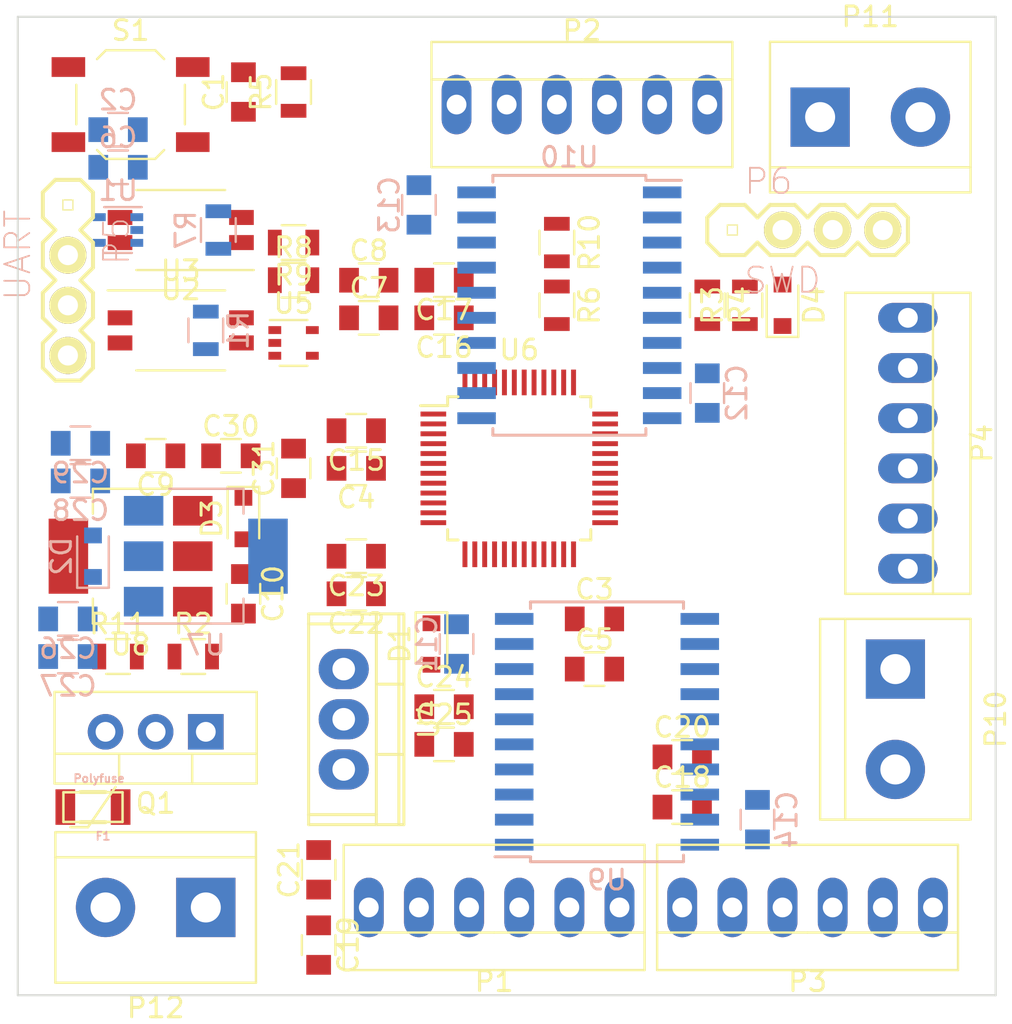
<source format=kicad_pcb>
(kicad_pcb (version 4) (host pcbnew 4.0.5)

  (general
    (links 191)
    (no_connects 191)
    (area 187.909999 50.749999 237.540001 100.380001)
    (thickness 1.6)
    (drawings 4)
    (tracks 0)
    (zones 0)
    (modules 68)
    (nets 64)
  )

  (page A4)
  (layers
    (0 F.Cu signal)
    (31 B.Cu signal)
    (32 B.Adhes user)
    (33 F.Adhes user)
    (34 B.Paste user)
    (35 F.Paste user)
    (36 B.SilkS user)
    (37 F.SilkS user)
    (38 B.Mask user)
    (39 F.Mask user)
    (40 Dwgs.User user)
    (41 Cmts.User user)
    (42 Eco1.User user)
    (43 Eco2.User user)
    (44 Edge.Cuts user)
    (45 Margin user)
    (46 B.CrtYd user)
    (47 F.CrtYd user)
    (48 B.Fab user)
    (49 F.Fab user)
  )

  (setup
    (last_trace_width 0.25)
    (trace_clearance 0.2)
    (zone_clearance 0.508)
    (zone_45_only no)
    (trace_min 0.2)
    (segment_width 0.2)
    (edge_width 0.1)
    (via_size 0.6)
    (via_drill 0.4)
    (via_min_size 0.4)
    (via_min_drill 0.3)
    (uvia_size 0.3)
    (uvia_drill 0.1)
    (uvias_allowed no)
    (uvia_min_size 0.2)
    (uvia_min_drill 0.1)
    (pcb_text_width 0.3)
    (pcb_text_size 1.5 1.5)
    (mod_edge_width 0.15)
    (mod_text_size 1 1)
    (mod_text_width 0.15)
    (pad_size 1.5 1.5)
    (pad_drill 0.6)
    (pad_to_mask_clearance 0)
    (aux_axis_origin 0 0)
    (visible_elements FFFEFF7F)
    (pcbplotparams
      (layerselection 0x00030_80000001)
      (usegerberextensions false)
      (excludeedgelayer true)
      (linewidth 0.100000)
      (plotframeref false)
      (viasonmask false)
      (mode 1)
      (useauxorigin false)
      (hpglpennumber 1)
      (hpglpenspeed 20)
      (hpglpendiameter 15)
      (hpglpenoverlay 2)
      (psnegative false)
      (psa4output false)
      (plotreference true)
      (plotvalue true)
      (plotinvisibletext false)
      (padsonsilk false)
      (subtractmaskfromsilk false)
      (outputformat 1)
      (mirror false)
      (drillshape 1)
      (scaleselection 1)
      (outputdirectory ""))
  )

  (net 0 "")
  (net 1 GND)
  (net 2 +3V3)
  (net 3 +12C)
  (net 4 +5C)
  (net 5 "Net-(D4-Pad2)")
  (net 6 "Net-(P1-Pad1)")
  (net 7 "Net-(P1-Pad2)")
  (net 8 "Net-(P1-Pad3)")
  (net 9 "Net-(P1-Pad4)")
  (net 10 "Net-(P2-Pad1)")
  (net 11 "Net-(P2-Pad2)")
  (net 12 "Net-(P2-Pad3)")
  (net 13 "Net-(P2-Pad4)")
  (net 14 "Net-(P2-Pad5)")
  (net 15 "Net-(P2-Pad6)")
  (net 16 "Net-(P3-Pad1)")
  (net 17 "Net-(P3-Pad2)")
  (net 18 "Net-(P3-Pad3)")
  (net 19 "Net-(P3-Pad4)")
  (net 20 /Enc0)
  (net 21 /Enc1)
  (net 22 /Enc2)
  (net 23 /Enc3)
  (net 24 "Net-(P4-Pad5)")
  (net 25 "Net-(P4-Pad6)")
  (net 26 VSS)
  (net 27 "Net-(P5-Pad2)")
  (net 28 "Net-(P5-Pad3)")
  (net 29 VEE)
  (net 30 /SWCLK)
  (net 31 /SWDIO)
  (net 32 "Net-(P10-Pad1)")
  (net 33 "Net-(P10-Pad2)")
  (net 34 "Net-(P11-Pad1)")
  (net 35 "Net-(P11-Pad2)")
  (net 36 +24V)
  (net 37 "Net-(Q1-Pad1)")
  (net 38 "Net-(R1-Pad1)")
  (net 39 "Net-(R7-Pad1)")
  (net 40 "Net-(R8-Pad1)")
  (net 41 /IntRx)
  (net 42 "Net-(R9-Pad2)")
  (net 43 /IntTx)
  (net 44 "Net-(U6-Pad2)")
  (net 45 "Net-(U6-Pad3)")
  (net 46 "Net-(U6-Pad4)")
  (net 47 "Net-(U6-Pad5)")
  (net 48 "Net-(U6-Pad6)")
  (net 49 "Net-(U6-Pad9)")
  (net 50 "Net-(U6-Pad14)")
  (net 51 "Net-(U6-Pad15)")
  (net 52 "Net-(U6-Pad16)")
  (net 53 "Net-(U6-Pad17)")
  (net 54 "Net-(U10-Pad12)")
  (net 55 "Net-(U10-Pad19)")
  (net 56 "Net-(U10-Pad1)")
  (net 57 "Net-(U6-Pad35)")
  (net 58 "Net-(U6-Pad36)")
  (net 59 "Net-(U6-Pad38)")
  (net 60 "Net-(C1-Pad2)")
  (net 61 "Net-(C22-Pad1)")
  (net 62 "Net-(F1-Pad1)")
  (net 63 "Net-(R10-Pad2)")

  (net_class Default "To jest domyślna klasa połączeń."
    (clearance 0.2)
    (trace_width 0.25)
    (via_dia 0.6)
    (via_drill 0.4)
    (uvia_dia 0.3)
    (uvia_drill 0.1)
    (add_net +12C)
    (add_net +24V)
    (add_net +3V3)
    (add_net +5C)
    (add_net /Enc0)
    (add_net /Enc1)
    (add_net /Enc2)
    (add_net /Enc3)
    (add_net /IntRx)
    (add_net /IntTx)
    (add_net /SWCLK)
    (add_net /SWDIO)
    (add_net GND)
    (add_net "Net-(C1-Pad2)")
    (add_net "Net-(C22-Pad1)")
    (add_net "Net-(D4-Pad2)")
    (add_net "Net-(F1-Pad1)")
    (add_net "Net-(P1-Pad1)")
    (add_net "Net-(P1-Pad2)")
    (add_net "Net-(P1-Pad3)")
    (add_net "Net-(P1-Pad4)")
    (add_net "Net-(P10-Pad1)")
    (add_net "Net-(P10-Pad2)")
    (add_net "Net-(P11-Pad1)")
    (add_net "Net-(P11-Pad2)")
    (add_net "Net-(P2-Pad1)")
    (add_net "Net-(P2-Pad2)")
    (add_net "Net-(P2-Pad3)")
    (add_net "Net-(P2-Pad4)")
    (add_net "Net-(P2-Pad5)")
    (add_net "Net-(P2-Pad6)")
    (add_net "Net-(P3-Pad1)")
    (add_net "Net-(P3-Pad2)")
    (add_net "Net-(P3-Pad3)")
    (add_net "Net-(P3-Pad4)")
    (add_net "Net-(P4-Pad5)")
    (add_net "Net-(P4-Pad6)")
    (add_net "Net-(P5-Pad2)")
    (add_net "Net-(P5-Pad3)")
    (add_net "Net-(Q1-Pad1)")
    (add_net "Net-(R1-Pad1)")
    (add_net "Net-(R10-Pad2)")
    (add_net "Net-(R7-Pad1)")
    (add_net "Net-(R8-Pad1)")
    (add_net "Net-(R9-Pad2)")
    (add_net "Net-(U10-Pad1)")
    (add_net "Net-(U10-Pad12)")
    (add_net "Net-(U10-Pad19)")
    (add_net "Net-(U6-Pad14)")
    (add_net "Net-(U6-Pad15)")
    (add_net "Net-(U6-Pad16)")
    (add_net "Net-(U6-Pad17)")
    (add_net "Net-(U6-Pad2)")
    (add_net "Net-(U6-Pad3)")
    (add_net "Net-(U6-Pad35)")
    (add_net "Net-(U6-Pad36)")
    (add_net "Net-(U6-Pad38)")
    (add_net "Net-(U6-Pad4)")
    (add_net "Net-(U6-Pad5)")
    (add_net "Net-(U6-Pad6)")
    (add_net "Net-(U6-Pad9)")
    (add_net VEE)
    (add_net VSS)
  )

  (module Capacitors_SMD:C_0805 (layer F.Cu) (tedit 58AA8463) (tstamp 58D048B1)
    (at 205.74 64.135)
    (descr "Capacitor SMD 0805, reflow soldering, AVX (see smccp.pdf)")
    (tags "capacitor 0805")
    (path /58E1A301)
    (attr smd)
    (fp_text reference C8 (at 0 -1.5) (layer F.SilkS)
      (effects (font (size 1 1) (thickness 0.15)))
    )
    (fp_text value 1u (at 0 1.75) (layer F.Fab)
      (effects (font (size 1 1) (thickness 0.15)))
    )
    (fp_text user %R (at 0 -1.5) (layer F.Fab)
      (effects (font (size 1 1) (thickness 0.15)))
    )
    (fp_line (start -1 0.62) (end -1 -0.62) (layer F.Fab) (width 0.1))
    (fp_line (start 1 0.62) (end -1 0.62) (layer F.Fab) (width 0.1))
    (fp_line (start 1 -0.62) (end 1 0.62) (layer F.Fab) (width 0.1))
    (fp_line (start -1 -0.62) (end 1 -0.62) (layer F.Fab) (width 0.1))
    (fp_line (start 0.5 -0.85) (end -0.5 -0.85) (layer F.SilkS) (width 0.12))
    (fp_line (start -0.5 0.85) (end 0.5 0.85) (layer F.SilkS) (width 0.12))
    (fp_line (start -1.75 -0.88) (end 1.75 -0.88) (layer F.CrtYd) (width 0.05))
    (fp_line (start -1.75 -0.88) (end -1.75 0.87) (layer F.CrtYd) (width 0.05))
    (fp_line (start 1.75 0.87) (end 1.75 -0.88) (layer F.CrtYd) (width 0.05))
    (fp_line (start 1.75 0.87) (end -1.75 0.87) (layer F.CrtYd) (width 0.05))
    (pad 1 smd rect (at -1 0) (size 1 1.25) (layers F.Cu F.Paste F.Mask)
      (net 2 +3V3))
    (pad 2 smd rect (at 1 0) (size 1 1.25) (layers F.Cu F.Paste F.Mask)
      (net 1 GND))
    (model Capacitors_SMD.3dshapes/C_0805.wrl
      (at (xyz 0 0 0))
      (scale (xyz 1 1 1))
      (rotate (xyz 0 0 0))
    )
  )

  (module Capacitors_SMD:C_0805 (layer F.Cu) (tedit 58AA8463) (tstamp 58D048AB)
    (at 205.74 66.04)
    (descr "Capacitor SMD 0805, reflow soldering, AVX (see smccp.pdf)")
    (tags "capacitor 0805")
    (path /58E1A24A)
    (attr smd)
    (fp_text reference C7 (at 0 -1.5) (layer F.SilkS)
      (effects (font (size 1 1) (thickness 0.15)))
    )
    (fp_text value 100n (at 0 1.75) (layer F.Fab)
      (effects (font (size 1 1) (thickness 0.15)))
    )
    (fp_text user %R (at 0 -1.5) (layer F.Fab)
      (effects (font (size 1 1) (thickness 0.15)))
    )
    (fp_line (start -1 0.62) (end -1 -0.62) (layer F.Fab) (width 0.1))
    (fp_line (start 1 0.62) (end -1 0.62) (layer F.Fab) (width 0.1))
    (fp_line (start 1 -0.62) (end 1 0.62) (layer F.Fab) (width 0.1))
    (fp_line (start -1 -0.62) (end 1 -0.62) (layer F.Fab) (width 0.1))
    (fp_line (start 0.5 -0.85) (end -0.5 -0.85) (layer F.SilkS) (width 0.12))
    (fp_line (start -0.5 0.85) (end 0.5 0.85) (layer F.SilkS) (width 0.12))
    (fp_line (start -1.75 -0.88) (end 1.75 -0.88) (layer F.CrtYd) (width 0.05))
    (fp_line (start -1.75 -0.88) (end -1.75 0.87) (layer F.CrtYd) (width 0.05))
    (fp_line (start 1.75 0.87) (end 1.75 -0.88) (layer F.CrtYd) (width 0.05))
    (fp_line (start 1.75 0.87) (end -1.75 0.87) (layer F.CrtYd) (width 0.05))
    (pad 1 smd rect (at -1 0) (size 1 1.25) (layers F.Cu F.Paste F.Mask)
      (net 2 +3V3))
    (pad 2 smd rect (at 1 0) (size 1 1.25) (layers F.Cu F.Paste F.Mask)
      (net 1 GND))
    (model Capacitors_SMD.3dshapes/C_0805.wrl
      (at (xyz 0 0 0))
      (scale (xyz 1 1 1))
      (rotate (xyz 0 0 0))
    )
  )

  (module Capacitors_SMD:C_0805 (layer F.Cu) (tedit 58AA8463) (tstamp 58D04887)
    (at 199.39 54.61 90)
    (descr "Capacitor SMD 0805, reflow soldering, AVX (see smccp.pdf)")
    (tags "capacitor 0805")
    (path /58B9A128)
    (attr smd)
    (fp_text reference C1 (at 0 -1.5 90) (layer F.SilkS)
      (effects (font (size 1 1) (thickness 0.15)))
    )
    (fp_text value 0.1u (at 0 1.75 90) (layer F.Fab)
      (effects (font (size 1 1) (thickness 0.15)))
    )
    (fp_text user %R (at 0 -1.5 90) (layer F.Fab)
      (effects (font (size 1 1) (thickness 0.15)))
    )
    (fp_line (start -1 0.62) (end -1 -0.62) (layer F.Fab) (width 0.1))
    (fp_line (start 1 0.62) (end -1 0.62) (layer F.Fab) (width 0.1))
    (fp_line (start 1 -0.62) (end 1 0.62) (layer F.Fab) (width 0.1))
    (fp_line (start -1 -0.62) (end 1 -0.62) (layer F.Fab) (width 0.1))
    (fp_line (start 0.5 -0.85) (end -0.5 -0.85) (layer F.SilkS) (width 0.12))
    (fp_line (start -0.5 0.85) (end 0.5 0.85) (layer F.SilkS) (width 0.12))
    (fp_line (start -1.75 -0.88) (end 1.75 -0.88) (layer F.CrtYd) (width 0.05))
    (fp_line (start -1.75 -0.88) (end -1.75 0.87) (layer F.CrtYd) (width 0.05))
    (fp_line (start 1.75 0.87) (end 1.75 -0.88) (layer F.CrtYd) (width 0.05))
    (fp_line (start 1.75 0.87) (end -1.75 0.87) (layer F.CrtYd) (width 0.05))
    (pad 1 smd rect (at -1 0 90) (size 1 1.25) (layers F.Cu F.Paste F.Mask)
      (net 1 GND))
    (pad 2 smd rect (at 1 0 90) (size 1 1.25) (layers F.Cu F.Paste F.Mask)
      (net 60 "Net-(C1-Pad2)"))
    (model Capacitors_SMD.3dshapes/C_0805.wrl
      (at (xyz 0 0 0))
      (scale (xyz 1 1 1))
      (rotate (xyz 0 0 0))
    )
  )

  (module Capacitors_SMD:C_0805 (layer B.Cu) (tedit 58AA8463) (tstamp 58D0488D)
    (at 193.04 56.515 180)
    (descr "Capacitor SMD 0805, reflow soldering, AVX (see smccp.pdf)")
    (tags "capacitor 0805")
    (path /58E1BF2F)
    (attr smd)
    (fp_text reference C2 (at 0 1.5 180) (layer B.SilkS)
      (effects (font (size 1 1) (thickness 0.15)) (justify mirror))
    )
    (fp_text value 100n (at 0 -1.75 180) (layer B.Fab)
      (effects (font (size 1 1) (thickness 0.15)) (justify mirror))
    )
    (fp_text user %R (at 0 1.5 180) (layer B.Fab)
      (effects (font (size 1 1) (thickness 0.15)) (justify mirror))
    )
    (fp_line (start -1 -0.62) (end -1 0.62) (layer B.Fab) (width 0.1))
    (fp_line (start 1 -0.62) (end -1 -0.62) (layer B.Fab) (width 0.1))
    (fp_line (start 1 0.62) (end 1 -0.62) (layer B.Fab) (width 0.1))
    (fp_line (start -1 0.62) (end 1 0.62) (layer B.Fab) (width 0.1))
    (fp_line (start 0.5 0.85) (end -0.5 0.85) (layer B.SilkS) (width 0.12))
    (fp_line (start -0.5 -0.85) (end 0.5 -0.85) (layer B.SilkS) (width 0.12))
    (fp_line (start -1.75 0.88) (end 1.75 0.88) (layer B.CrtYd) (width 0.05))
    (fp_line (start -1.75 0.88) (end -1.75 -0.87) (layer B.CrtYd) (width 0.05))
    (fp_line (start 1.75 -0.87) (end 1.75 0.88) (layer B.CrtYd) (width 0.05))
    (fp_line (start 1.75 -0.87) (end -1.75 -0.87) (layer B.CrtYd) (width 0.05))
    (pad 1 smd rect (at -1 0 180) (size 1 1.25) (layers B.Cu B.Paste B.Mask)
      (net 29 VEE))
    (pad 2 smd rect (at 1 0 180) (size 1 1.25) (layers B.Cu B.Paste B.Mask)
      (net 26 VSS))
    (model Capacitors_SMD.3dshapes/C_0805.wrl
      (at (xyz 0 0 0))
      (scale (xyz 1 1 1))
      (rotate (xyz 0 0 0))
    )
  )

  (module Capacitors_SMD:C_0805 (layer F.Cu) (tedit 58AA8463) (tstamp 58D04893)
    (at 217.17 81.28)
    (descr "Capacitor SMD 0805, reflow soldering, AVX (see smccp.pdf)")
    (tags "capacitor 0805")
    (path /58B9DD2B)
    (attr smd)
    (fp_text reference C3 (at 0 -1.5) (layer F.SilkS)
      (effects (font (size 1 1) (thickness 0.15)))
    )
    (fp_text value 100n (at 0 1.75) (layer F.Fab)
      (effects (font (size 1 1) (thickness 0.15)))
    )
    (fp_text user %R (at 0 -1.5) (layer F.Fab)
      (effects (font (size 1 1) (thickness 0.15)))
    )
    (fp_line (start -1 0.62) (end -1 -0.62) (layer F.Fab) (width 0.1))
    (fp_line (start 1 0.62) (end -1 0.62) (layer F.Fab) (width 0.1))
    (fp_line (start 1 -0.62) (end 1 0.62) (layer F.Fab) (width 0.1))
    (fp_line (start -1 -0.62) (end 1 -0.62) (layer F.Fab) (width 0.1))
    (fp_line (start 0.5 -0.85) (end -0.5 -0.85) (layer F.SilkS) (width 0.12))
    (fp_line (start -0.5 0.85) (end 0.5 0.85) (layer F.SilkS) (width 0.12))
    (fp_line (start -1.75 -0.88) (end 1.75 -0.88) (layer F.CrtYd) (width 0.05))
    (fp_line (start -1.75 -0.88) (end -1.75 0.87) (layer F.CrtYd) (width 0.05))
    (fp_line (start 1.75 0.87) (end 1.75 -0.88) (layer F.CrtYd) (width 0.05))
    (fp_line (start 1.75 0.87) (end -1.75 0.87) (layer F.CrtYd) (width 0.05))
    (pad 1 smd rect (at -1 0) (size 1 1.25) (layers F.Cu F.Paste F.Mask)
      (net 2 +3V3))
    (pad 2 smd rect (at 1 0) (size 1 1.25) (layers F.Cu F.Paste F.Mask)
      (net 1 GND))
    (model Capacitors_SMD.3dshapes/C_0805.wrl
      (at (xyz 0 0 0))
      (scale (xyz 1 1 1))
      (rotate (xyz 0 0 0))
    )
  )

  (module Capacitors_SMD:C_0805 (layer F.Cu) (tedit 58AA8463) (tstamp 58D04899)
    (at 205.105 73.66 180)
    (descr "Capacitor SMD 0805, reflow soldering, AVX (see smccp.pdf)")
    (tags "capacitor 0805")
    (path /58D0F400)
    (attr smd)
    (fp_text reference C4 (at 0 -1.5 180) (layer F.SilkS)
      (effects (font (size 1 1) (thickness 0.15)))
    )
    (fp_text value 100n (at 0 1.75 180) (layer F.Fab)
      (effects (font (size 1 1) (thickness 0.15)))
    )
    (fp_text user %R (at 0 -1.5 180) (layer F.Fab)
      (effects (font (size 1 1) (thickness 0.15)))
    )
    (fp_line (start -1 0.62) (end -1 -0.62) (layer F.Fab) (width 0.1))
    (fp_line (start 1 0.62) (end -1 0.62) (layer F.Fab) (width 0.1))
    (fp_line (start 1 -0.62) (end 1 0.62) (layer F.Fab) (width 0.1))
    (fp_line (start -1 -0.62) (end 1 -0.62) (layer F.Fab) (width 0.1))
    (fp_line (start 0.5 -0.85) (end -0.5 -0.85) (layer F.SilkS) (width 0.12))
    (fp_line (start -0.5 0.85) (end 0.5 0.85) (layer F.SilkS) (width 0.12))
    (fp_line (start -1.75 -0.88) (end 1.75 -0.88) (layer F.CrtYd) (width 0.05))
    (fp_line (start -1.75 -0.88) (end -1.75 0.87) (layer F.CrtYd) (width 0.05))
    (fp_line (start 1.75 0.87) (end 1.75 -0.88) (layer F.CrtYd) (width 0.05))
    (fp_line (start 1.75 0.87) (end -1.75 0.87) (layer F.CrtYd) (width 0.05))
    (pad 1 smd rect (at -1 0 180) (size 1 1.25) (layers F.Cu F.Paste F.Mask)
      (net 2 +3V3))
    (pad 2 smd rect (at 1 0 180) (size 1 1.25) (layers F.Cu F.Paste F.Mask)
      (net 1 GND))
    (model Capacitors_SMD.3dshapes/C_0805.wrl
      (at (xyz 0 0 0))
      (scale (xyz 1 1 1))
      (rotate (xyz 0 0 0))
    )
  )

  (module Capacitors_SMD:C_0805 (layer F.Cu) (tedit 58AA8463) (tstamp 58D0489F)
    (at 217.17 83.82)
    (descr "Capacitor SMD 0805, reflow soldering, AVX (see smccp.pdf)")
    (tags "capacitor 0805")
    (path /58B9DE29)
    (attr smd)
    (fp_text reference C5 (at 0 -1.5) (layer F.SilkS)
      (effects (font (size 1 1) (thickness 0.15)))
    )
    (fp_text value 1u (at 0 1.75) (layer F.Fab)
      (effects (font (size 1 1) (thickness 0.15)))
    )
    (fp_text user %R (at 0 -1.5) (layer F.Fab)
      (effects (font (size 1 1) (thickness 0.15)))
    )
    (fp_line (start -1 0.62) (end -1 -0.62) (layer F.Fab) (width 0.1))
    (fp_line (start 1 0.62) (end -1 0.62) (layer F.Fab) (width 0.1))
    (fp_line (start 1 -0.62) (end 1 0.62) (layer F.Fab) (width 0.1))
    (fp_line (start -1 -0.62) (end 1 -0.62) (layer F.Fab) (width 0.1))
    (fp_line (start 0.5 -0.85) (end -0.5 -0.85) (layer F.SilkS) (width 0.12))
    (fp_line (start -0.5 0.85) (end 0.5 0.85) (layer F.SilkS) (width 0.12))
    (fp_line (start -1.75 -0.88) (end 1.75 -0.88) (layer F.CrtYd) (width 0.05))
    (fp_line (start -1.75 -0.88) (end -1.75 0.87) (layer F.CrtYd) (width 0.05))
    (fp_line (start 1.75 0.87) (end 1.75 -0.88) (layer F.CrtYd) (width 0.05))
    (fp_line (start 1.75 0.87) (end -1.75 0.87) (layer F.CrtYd) (width 0.05))
    (pad 1 smd rect (at -1 0) (size 1 1.25) (layers F.Cu F.Paste F.Mask)
      (net 2 +3V3))
    (pad 2 smd rect (at 1 0) (size 1 1.25) (layers F.Cu F.Paste F.Mask)
      (net 1 GND))
    (model Capacitors_SMD.3dshapes/C_0805.wrl
      (at (xyz 0 0 0))
      (scale (xyz 1 1 1))
      (rotate (xyz 0 0 0))
    )
  )

  (module Capacitors_SMD:C_0805 (layer B.Cu) (tedit 58AA8463) (tstamp 58D048A5)
    (at 193.04 58.42 180)
    (descr "Capacitor SMD 0805, reflow soldering, AVX (see smccp.pdf)")
    (tags "capacitor 0805")
    (path /58E1BF35)
    (attr smd)
    (fp_text reference C6 (at 0 1.5 180) (layer B.SilkS)
      (effects (font (size 1 1) (thickness 0.15)) (justify mirror))
    )
    (fp_text value 1u (at 0 -1.75 180) (layer B.Fab)
      (effects (font (size 1 1) (thickness 0.15)) (justify mirror))
    )
    (fp_text user %R (at 0 1.5 180) (layer B.Fab)
      (effects (font (size 1 1) (thickness 0.15)) (justify mirror))
    )
    (fp_line (start -1 -0.62) (end -1 0.62) (layer B.Fab) (width 0.1))
    (fp_line (start 1 -0.62) (end -1 -0.62) (layer B.Fab) (width 0.1))
    (fp_line (start 1 0.62) (end 1 -0.62) (layer B.Fab) (width 0.1))
    (fp_line (start -1 0.62) (end 1 0.62) (layer B.Fab) (width 0.1))
    (fp_line (start 0.5 0.85) (end -0.5 0.85) (layer B.SilkS) (width 0.12))
    (fp_line (start -0.5 -0.85) (end 0.5 -0.85) (layer B.SilkS) (width 0.12))
    (fp_line (start -1.75 0.88) (end 1.75 0.88) (layer B.CrtYd) (width 0.05))
    (fp_line (start -1.75 0.88) (end -1.75 -0.87) (layer B.CrtYd) (width 0.05))
    (fp_line (start 1.75 -0.87) (end 1.75 0.88) (layer B.CrtYd) (width 0.05))
    (fp_line (start 1.75 -0.87) (end -1.75 -0.87) (layer B.CrtYd) (width 0.05))
    (pad 1 smd rect (at -1 0 180) (size 1 1.25) (layers B.Cu B.Paste B.Mask)
      (net 29 VEE))
    (pad 2 smd rect (at 1 0 180) (size 1 1.25) (layers B.Cu B.Paste B.Mask)
      (net 26 VSS))
    (model Capacitors_SMD.3dshapes/C_0805.wrl
      (at (xyz 0 0 0))
      (scale (xyz 1 1 1))
      (rotate (xyz 0 0 0))
    )
  )

  (module Capacitors_SMD:C_0805 (layer F.Cu) (tedit 58AA8463) (tstamp 58D048B7)
    (at 194.945 73.025 180)
    (descr "Capacitor SMD 0805, reflow soldering, AVX (see smccp.pdf)")
    (tags "capacitor 0805")
    (path /58C3EE9C)
    (attr smd)
    (fp_text reference C9 (at 0 -1.5 180) (layer F.SilkS)
      (effects (font (size 1 1) (thickness 0.15)))
    )
    (fp_text value 10u (at 0 1.75 180) (layer F.Fab)
      (effects (font (size 1 1) (thickness 0.15)))
    )
    (fp_text user %R (at 0 -1.5 180) (layer F.Fab)
      (effects (font (size 1 1) (thickness 0.15)))
    )
    (fp_line (start -1 0.62) (end -1 -0.62) (layer F.Fab) (width 0.1))
    (fp_line (start 1 0.62) (end -1 0.62) (layer F.Fab) (width 0.1))
    (fp_line (start 1 -0.62) (end 1 0.62) (layer F.Fab) (width 0.1))
    (fp_line (start -1 -0.62) (end 1 -0.62) (layer F.Fab) (width 0.1))
    (fp_line (start 0.5 -0.85) (end -0.5 -0.85) (layer F.SilkS) (width 0.12))
    (fp_line (start -0.5 0.85) (end 0.5 0.85) (layer F.SilkS) (width 0.12))
    (fp_line (start -1.75 -0.88) (end 1.75 -0.88) (layer F.CrtYd) (width 0.05))
    (fp_line (start -1.75 -0.88) (end -1.75 0.87) (layer F.CrtYd) (width 0.05))
    (fp_line (start 1.75 0.87) (end 1.75 -0.88) (layer F.CrtYd) (width 0.05))
    (fp_line (start 1.75 0.87) (end -1.75 0.87) (layer F.CrtYd) (width 0.05))
    (pad 1 smd rect (at -1 0 180) (size 1 1.25) (layers F.Cu F.Paste F.Mask)
      (net 4 +5C))
    (pad 2 smd rect (at 1 0 180) (size 1 1.25) (layers F.Cu F.Paste F.Mask)
      (net 1 GND))
    (model Capacitors_SMD.3dshapes/C_0805.wrl
      (at (xyz 0 0 0))
      (scale (xyz 1 1 1))
      (rotate (xyz 0 0 0))
    )
  )

  (module Capacitors_SMD:C_0805 (layer F.Cu) (tedit 58AA8463) (tstamp 58D048BD)
    (at 199.39 80.01 270)
    (descr "Capacitor SMD 0805, reflow soldering, AVX (see smccp.pdf)")
    (tags "capacitor 0805")
    (path /58B328D9)
    (attr smd)
    (fp_text reference C10 (at 0 -1.5 270) (layer F.SilkS)
      (effects (font (size 1 1) (thickness 0.15)))
    )
    (fp_text value 100u (at 0 1.75 270) (layer F.Fab)
      (effects (font (size 1 1) (thickness 0.15)))
    )
    (fp_text user %R (at 0 -1.5 270) (layer F.Fab)
      (effects (font (size 1 1) (thickness 0.15)))
    )
    (fp_line (start -1 0.62) (end -1 -0.62) (layer F.Fab) (width 0.1))
    (fp_line (start 1 0.62) (end -1 0.62) (layer F.Fab) (width 0.1))
    (fp_line (start 1 -0.62) (end 1 0.62) (layer F.Fab) (width 0.1))
    (fp_line (start -1 -0.62) (end 1 -0.62) (layer F.Fab) (width 0.1))
    (fp_line (start 0.5 -0.85) (end -0.5 -0.85) (layer F.SilkS) (width 0.12))
    (fp_line (start -0.5 0.85) (end 0.5 0.85) (layer F.SilkS) (width 0.12))
    (fp_line (start -1.75 -0.88) (end 1.75 -0.88) (layer F.CrtYd) (width 0.05))
    (fp_line (start -1.75 -0.88) (end -1.75 0.87) (layer F.CrtYd) (width 0.05))
    (fp_line (start 1.75 0.87) (end 1.75 -0.88) (layer F.CrtYd) (width 0.05))
    (fp_line (start 1.75 0.87) (end -1.75 0.87) (layer F.CrtYd) (width 0.05))
    (pad 1 smd rect (at -1 0 270) (size 1 1.25) (layers F.Cu F.Paste F.Mask)
      (net 2 +3V3))
    (pad 2 smd rect (at 1 0 270) (size 1 1.25) (layers F.Cu F.Paste F.Mask)
      (net 1 GND))
    (model Capacitors_SMD.3dshapes/C_0805.wrl
      (at (xyz 0 0 0))
      (scale (xyz 1 1 1))
      (rotate (xyz 0 0 0))
    )
  )

  (module Capacitors_SMD:C_0805 (layer B.Cu) (tedit 58AA8463) (tstamp 58D048C3)
    (at 210.185 82.55 270)
    (descr "Capacitor SMD 0805, reflow soldering, AVX (see smccp.pdf)")
    (tags "capacitor 0805")
    (path /58B6BBED)
    (attr smd)
    (fp_text reference C11 (at 0 1.5 270) (layer B.SilkS)
      (effects (font (size 1 1) (thickness 0.15)) (justify mirror))
    )
    (fp_text value 100n (at 0 -1.75 270) (layer B.Fab)
      (effects (font (size 1 1) (thickness 0.15)) (justify mirror))
    )
    (fp_text user %R (at 0 1.5 270) (layer B.Fab)
      (effects (font (size 1 1) (thickness 0.15)) (justify mirror))
    )
    (fp_line (start -1 -0.62) (end -1 0.62) (layer B.Fab) (width 0.1))
    (fp_line (start 1 -0.62) (end -1 -0.62) (layer B.Fab) (width 0.1))
    (fp_line (start 1 0.62) (end 1 -0.62) (layer B.Fab) (width 0.1))
    (fp_line (start -1 0.62) (end 1 0.62) (layer B.Fab) (width 0.1))
    (fp_line (start 0.5 0.85) (end -0.5 0.85) (layer B.SilkS) (width 0.12))
    (fp_line (start -0.5 -0.85) (end 0.5 -0.85) (layer B.SilkS) (width 0.12))
    (fp_line (start -1.75 0.88) (end 1.75 0.88) (layer B.CrtYd) (width 0.05))
    (fp_line (start -1.75 0.88) (end -1.75 -0.87) (layer B.CrtYd) (width 0.05))
    (fp_line (start 1.75 -0.87) (end 1.75 0.88) (layer B.CrtYd) (width 0.05))
    (fp_line (start 1.75 -0.87) (end -1.75 -0.87) (layer B.CrtYd) (width 0.05))
    (pad 1 smd rect (at -1 0 270) (size 1 1.25) (layers B.Cu B.Paste B.Mask)
      (net 3 +12C))
    (pad 2 smd rect (at 1 0 270) (size 1 1.25) (layers B.Cu B.Paste B.Mask)
      (net 1 GND))
    (model Capacitors_SMD.3dshapes/C_0805.wrl
      (at (xyz 0 0 0))
      (scale (xyz 1 1 1))
      (rotate (xyz 0 0 0))
    )
  )

  (module Capacitors_SMD:C_0805 (layer B.Cu) (tedit 58AA8463) (tstamp 58D048C9)
    (at 222.885 69.85 90)
    (descr "Capacitor SMD 0805, reflow soldering, AVX (see smccp.pdf)")
    (tags "capacitor 0805")
    (path /58B759FC)
    (attr smd)
    (fp_text reference C12 (at 0 1.5 90) (layer B.SilkS)
      (effects (font (size 1 1) (thickness 0.15)) (justify mirror))
    )
    (fp_text value 100n (at 0 -1.75 90) (layer B.Fab)
      (effects (font (size 1 1) (thickness 0.15)) (justify mirror))
    )
    (fp_text user %R (at 0 1.5 90) (layer B.Fab)
      (effects (font (size 1 1) (thickness 0.15)) (justify mirror))
    )
    (fp_line (start -1 -0.62) (end -1 0.62) (layer B.Fab) (width 0.1))
    (fp_line (start 1 -0.62) (end -1 -0.62) (layer B.Fab) (width 0.1))
    (fp_line (start 1 0.62) (end 1 -0.62) (layer B.Fab) (width 0.1))
    (fp_line (start -1 0.62) (end 1 0.62) (layer B.Fab) (width 0.1))
    (fp_line (start 0.5 0.85) (end -0.5 0.85) (layer B.SilkS) (width 0.12))
    (fp_line (start -0.5 -0.85) (end 0.5 -0.85) (layer B.SilkS) (width 0.12))
    (fp_line (start -1.75 0.88) (end 1.75 0.88) (layer B.CrtYd) (width 0.05))
    (fp_line (start -1.75 0.88) (end -1.75 -0.87) (layer B.CrtYd) (width 0.05))
    (fp_line (start 1.75 -0.87) (end 1.75 0.88) (layer B.CrtYd) (width 0.05))
    (fp_line (start 1.75 -0.87) (end -1.75 -0.87) (layer B.CrtYd) (width 0.05))
    (pad 1 smd rect (at -1 0 90) (size 1 1.25) (layers B.Cu B.Paste B.Mask)
      (net 3 +12C))
    (pad 2 smd rect (at 1 0 90) (size 1 1.25) (layers B.Cu B.Paste B.Mask)
      (net 1 GND))
    (model Capacitors_SMD.3dshapes/C_0805.wrl
      (at (xyz 0 0 0))
      (scale (xyz 1 1 1))
      (rotate (xyz 0 0 0))
    )
  )

  (module Capacitors_SMD:C_0805 (layer B.Cu) (tedit 58AA8463) (tstamp 58D048CF)
    (at 208.28 60.325 270)
    (descr "Capacitor SMD 0805, reflow soldering, AVX (see smccp.pdf)")
    (tags "capacitor 0805")
    (path /58B6BCF6)
    (attr smd)
    (fp_text reference C13 (at 0 1.5 270) (layer B.SilkS)
      (effects (font (size 1 1) (thickness 0.15)) (justify mirror))
    )
    (fp_text value 100n (at 0 -1.75 270) (layer B.Fab)
      (effects (font (size 1 1) (thickness 0.15)) (justify mirror))
    )
    (fp_text user %R (at 0 1.5 270) (layer B.Fab)
      (effects (font (size 1 1) (thickness 0.15)) (justify mirror))
    )
    (fp_line (start -1 -0.62) (end -1 0.62) (layer B.Fab) (width 0.1))
    (fp_line (start 1 -0.62) (end -1 -0.62) (layer B.Fab) (width 0.1))
    (fp_line (start 1 0.62) (end 1 -0.62) (layer B.Fab) (width 0.1))
    (fp_line (start -1 0.62) (end 1 0.62) (layer B.Fab) (width 0.1))
    (fp_line (start 0.5 0.85) (end -0.5 0.85) (layer B.SilkS) (width 0.12))
    (fp_line (start -0.5 -0.85) (end 0.5 -0.85) (layer B.SilkS) (width 0.12))
    (fp_line (start -1.75 0.88) (end 1.75 0.88) (layer B.CrtYd) (width 0.05))
    (fp_line (start -1.75 0.88) (end -1.75 -0.87) (layer B.CrtYd) (width 0.05))
    (fp_line (start 1.75 -0.87) (end 1.75 0.88) (layer B.CrtYd) (width 0.05))
    (fp_line (start 1.75 -0.87) (end -1.75 -0.87) (layer B.CrtYd) (width 0.05))
    (pad 1 smd rect (at -1 0 270) (size 1 1.25) (layers B.Cu B.Paste B.Mask)
      (net 4 +5C))
    (pad 2 smd rect (at 1 0 270) (size 1 1.25) (layers B.Cu B.Paste B.Mask)
      (net 1 GND))
    (model Capacitors_SMD.3dshapes/C_0805.wrl
      (at (xyz 0 0 0))
      (scale (xyz 1 1 1))
      (rotate (xyz 0 0 0))
    )
  )

  (module Capacitors_SMD:C_0805 (layer B.Cu) (tedit 58AA8463) (tstamp 58D048D5)
    (at 225.425 91.44 90)
    (descr "Capacitor SMD 0805, reflow soldering, AVX (see smccp.pdf)")
    (tags "capacitor 0805")
    (path /58B75A02)
    (attr smd)
    (fp_text reference C14 (at 0 1.5 90) (layer B.SilkS)
      (effects (font (size 1 1) (thickness 0.15)) (justify mirror))
    )
    (fp_text value 100n (at 0 -1.75 90) (layer B.Fab)
      (effects (font (size 1 1) (thickness 0.15)) (justify mirror))
    )
    (fp_text user %R (at 0 1.5 90) (layer B.Fab)
      (effects (font (size 1 1) (thickness 0.15)) (justify mirror))
    )
    (fp_line (start -1 -0.62) (end -1 0.62) (layer B.Fab) (width 0.1))
    (fp_line (start 1 -0.62) (end -1 -0.62) (layer B.Fab) (width 0.1))
    (fp_line (start 1 0.62) (end 1 -0.62) (layer B.Fab) (width 0.1))
    (fp_line (start -1 0.62) (end 1 0.62) (layer B.Fab) (width 0.1))
    (fp_line (start 0.5 0.85) (end -0.5 0.85) (layer B.SilkS) (width 0.12))
    (fp_line (start -0.5 -0.85) (end 0.5 -0.85) (layer B.SilkS) (width 0.12))
    (fp_line (start -1.75 0.88) (end 1.75 0.88) (layer B.CrtYd) (width 0.05))
    (fp_line (start -1.75 0.88) (end -1.75 -0.87) (layer B.CrtYd) (width 0.05))
    (fp_line (start 1.75 -0.87) (end 1.75 0.88) (layer B.CrtYd) (width 0.05))
    (fp_line (start 1.75 -0.87) (end -1.75 -0.87) (layer B.CrtYd) (width 0.05))
    (pad 1 smd rect (at -1 0 90) (size 1 1.25) (layers B.Cu B.Paste B.Mask)
      (net 4 +5C))
    (pad 2 smd rect (at 1 0 90) (size 1 1.25) (layers B.Cu B.Paste B.Mask)
      (net 1 GND))
    (model Capacitors_SMD.3dshapes/C_0805.wrl
      (at (xyz 0 0 0))
      (scale (xyz 1 1 1))
      (rotate (xyz 0 0 0))
    )
  )

  (module Capacitors_SMD:C_0805 (layer F.Cu) (tedit 58AA8463) (tstamp 58D048DB)
    (at 205.105 71.755 180)
    (descr "Capacitor SMD 0805, reflow soldering, AVX (see smccp.pdf)")
    (tags "capacitor 0805")
    (path /58D0F406)
    (attr smd)
    (fp_text reference C15 (at 0 -1.5 180) (layer F.SilkS)
      (effects (font (size 1 1) (thickness 0.15)))
    )
    (fp_text value 1u (at 0 1.75 180) (layer F.Fab)
      (effects (font (size 1 1) (thickness 0.15)))
    )
    (fp_text user %R (at 0 -1.5 180) (layer F.Fab)
      (effects (font (size 1 1) (thickness 0.15)))
    )
    (fp_line (start -1 0.62) (end -1 -0.62) (layer F.Fab) (width 0.1))
    (fp_line (start 1 0.62) (end -1 0.62) (layer F.Fab) (width 0.1))
    (fp_line (start 1 -0.62) (end 1 0.62) (layer F.Fab) (width 0.1))
    (fp_line (start -1 -0.62) (end 1 -0.62) (layer F.Fab) (width 0.1))
    (fp_line (start 0.5 -0.85) (end -0.5 -0.85) (layer F.SilkS) (width 0.12))
    (fp_line (start -0.5 0.85) (end 0.5 0.85) (layer F.SilkS) (width 0.12))
    (fp_line (start -1.75 -0.88) (end 1.75 -0.88) (layer F.CrtYd) (width 0.05))
    (fp_line (start -1.75 -0.88) (end -1.75 0.87) (layer F.CrtYd) (width 0.05))
    (fp_line (start 1.75 0.87) (end 1.75 -0.88) (layer F.CrtYd) (width 0.05))
    (fp_line (start 1.75 0.87) (end -1.75 0.87) (layer F.CrtYd) (width 0.05))
    (pad 1 smd rect (at -1 0 180) (size 1 1.25) (layers F.Cu F.Paste F.Mask)
      (net 2 +3V3))
    (pad 2 smd rect (at 1 0 180) (size 1 1.25) (layers F.Cu F.Paste F.Mask)
      (net 1 GND))
    (model Capacitors_SMD.3dshapes/C_0805.wrl
      (at (xyz 0 0 0))
      (scale (xyz 1 1 1))
      (rotate (xyz 0 0 0))
    )
  )

  (module Capacitors_SMD:C_0805 (layer F.Cu) (tedit 58AA8463) (tstamp 58D048E1)
    (at 209.55 66.04 180)
    (descr "Capacitor SMD 0805, reflow soldering, AVX (see smccp.pdf)")
    (tags "capacitor 0805")
    (path /58D0F490)
    (attr smd)
    (fp_text reference C16 (at 0 -1.5 180) (layer F.SilkS)
      (effects (font (size 1 1) (thickness 0.15)))
    )
    (fp_text value 100n (at 0 1.75 180) (layer F.Fab)
      (effects (font (size 1 1) (thickness 0.15)))
    )
    (fp_text user %R (at 0 -1.5 180) (layer F.Fab)
      (effects (font (size 1 1) (thickness 0.15)))
    )
    (fp_line (start -1 0.62) (end -1 -0.62) (layer F.Fab) (width 0.1))
    (fp_line (start 1 0.62) (end -1 0.62) (layer F.Fab) (width 0.1))
    (fp_line (start 1 -0.62) (end 1 0.62) (layer F.Fab) (width 0.1))
    (fp_line (start -1 -0.62) (end 1 -0.62) (layer F.Fab) (width 0.1))
    (fp_line (start 0.5 -0.85) (end -0.5 -0.85) (layer F.SilkS) (width 0.12))
    (fp_line (start -0.5 0.85) (end 0.5 0.85) (layer F.SilkS) (width 0.12))
    (fp_line (start -1.75 -0.88) (end 1.75 -0.88) (layer F.CrtYd) (width 0.05))
    (fp_line (start -1.75 -0.88) (end -1.75 0.87) (layer F.CrtYd) (width 0.05))
    (fp_line (start 1.75 0.87) (end 1.75 -0.88) (layer F.CrtYd) (width 0.05))
    (fp_line (start 1.75 0.87) (end -1.75 0.87) (layer F.CrtYd) (width 0.05))
    (pad 1 smd rect (at -1 0 180) (size 1 1.25) (layers F.Cu F.Paste F.Mask)
      (net 2 +3V3))
    (pad 2 smd rect (at 1 0 180) (size 1 1.25) (layers F.Cu F.Paste F.Mask)
      (net 1 GND))
    (model Capacitors_SMD.3dshapes/C_0805.wrl
      (at (xyz 0 0 0))
      (scale (xyz 1 1 1))
      (rotate (xyz 0 0 0))
    )
  )

  (module Capacitors_SMD:C_0805 (layer F.Cu) (tedit 58AA8463) (tstamp 58D048E7)
    (at 209.55 64.135 180)
    (descr "Capacitor SMD 0805, reflow soldering, AVX (see smccp.pdf)")
    (tags "capacitor 0805")
    (path /58D0F496)
    (attr smd)
    (fp_text reference C17 (at 0 -1.5 180) (layer F.SilkS)
      (effects (font (size 1 1) (thickness 0.15)))
    )
    (fp_text value 1u (at 0 1.75 180) (layer F.Fab)
      (effects (font (size 1 1) (thickness 0.15)))
    )
    (fp_text user %R (at 0 -1.5 180) (layer F.Fab)
      (effects (font (size 1 1) (thickness 0.15)))
    )
    (fp_line (start -1 0.62) (end -1 -0.62) (layer F.Fab) (width 0.1))
    (fp_line (start 1 0.62) (end -1 0.62) (layer F.Fab) (width 0.1))
    (fp_line (start 1 -0.62) (end 1 0.62) (layer F.Fab) (width 0.1))
    (fp_line (start -1 -0.62) (end 1 -0.62) (layer F.Fab) (width 0.1))
    (fp_line (start 0.5 -0.85) (end -0.5 -0.85) (layer F.SilkS) (width 0.12))
    (fp_line (start -0.5 0.85) (end 0.5 0.85) (layer F.SilkS) (width 0.12))
    (fp_line (start -1.75 -0.88) (end 1.75 -0.88) (layer F.CrtYd) (width 0.05))
    (fp_line (start -1.75 -0.88) (end -1.75 0.87) (layer F.CrtYd) (width 0.05))
    (fp_line (start 1.75 0.87) (end 1.75 -0.88) (layer F.CrtYd) (width 0.05))
    (fp_line (start 1.75 0.87) (end -1.75 0.87) (layer F.CrtYd) (width 0.05))
    (pad 1 smd rect (at -1 0 180) (size 1 1.25) (layers F.Cu F.Paste F.Mask)
      (net 2 +3V3))
    (pad 2 smd rect (at 1 0 180) (size 1 1.25) (layers F.Cu F.Paste F.Mask)
      (net 1 GND))
    (model Capacitors_SMD.3dshapes/C_0805.wrl
      (at (xyz 0 0 0))
      (scale (xyz 1 1 1))
      (rotate (xyz 0 0 0))
    )
  )

  (module Diodes_SMD:D_0805 (layer F.Cu) (tedit 586A4032) (tstamp 58D048ED)
    (at 208.915 82.55 270)
    (descr "Diode SMD in 0805 package")
    (tags "smd diode")
    (path /58B9F3EE)
    (attr smd)
    (fp_text reference D1 (at 0 1.6 270) (layer F.SilkS)
      (effects (font (size 1 1) (thickness 0.15)))
    )
    (fp_text value D (at 0 -1.6 270) (layer F.Fab)
      (effects (font (size 1 1) (thickness 0.15)))
    )
    (fp_line (start -1.6 -0.8) (end -1.6 0.8) (layer F.SilkS) (width 0.12))
    (fp_line (start -1.7 0.88) (end -1.7 -0.88) (layer F.CrtYd) (width 0.05))
    (fp_line (start 1.7 0.88) (end -1.7 0.88) (layer F.CrtYd) (width 0.05))
    (fp_line (start 1.7 -0.88) (end 1.7 0.88) (layer F.CrtYd) (width 0.05))
    (fp_line (start -1.7 -0.88) (end 1.7 -0.88) (layer F.CrtYd) (width 0.05))
    (fp_line (start 0.2 0) (end 0.4 0) (layer F.Fab) (width 0.1))
    (fp_line (start -0.1 0) (end -0.3 0) (layer F.Fab) (width 0.1))
    (fp_line (start -0.1 -0.2) (end -0.1 0.2) (layer F.Fab) (width 0.1))
    (fp_line (start 0.2 0.2) (end 0.2 -0.2) (layer F.Fab) (width 0.1))
    (fp_line (start -0.1 0) (end 0.2 0.2) (layer F.Fab) (width 0.1))
    (fp_line (start 0.2 -0.2) (end -0.1 0) (layer F.Fab) (width 0.1))
    (fp_line (start -1 0.625) (end -1 -0.625) (layer F.Fab) (width 0.1))
    (fp_line (start 1 0.625) (end -1 0.625) (layer F.Fab) (width 0.1))
    (fp_line (start 1 -0.625) (end 1 0.625) (layer F.Fab) (width 0.1))
    (fp_line (start -1 -0.625) (end 1 -0.625) (layer F.Fab) (width 0.1))
    (fp_line (start -1.6 0.8) (end 1 0.8) (layer F.SilkS) (width 0.12))
    (fp_line (start -1.6 -0.8) (end 1 -0.8) (layer F.SilkS) (width 0.12))
    (pad 1 smd rect (at -1.05 0 270) (size 0.8 0.9) (layers F.Cu F.Paste F.Mask)
      (net 61 "Net-(C22-Pad1)"))
    (pad 2 smd rect (at 1.05 0 270) (size 0.8 0.9) (layers F.Cu F.Paste F.Mask)
      (net 3 +12C))
  )

  (module Diodes_SMD:D_0805 (layer B.Cu) (tedit 586A4032) (tstamp 58D048F3)
    (at 191.77 78.105 90)
    (descr "Diode SMD in 0805 package")
    (tags "smd diode")
    (path /58B9F461)
    (attr smd)
    (fp_text reference D2 (at 0 -1.6 90) (layer B.SilkS)
      (effects (font (size 1 1) (thickness 0.15)) (justify mirror))
    )
    (fp_text value D (at 0 1.6 90) (layer B.Fab)
      (effects (font (size 1 1) (thickness 0.15)) (justify mirror))
    )
    (fp_line (start -1.6 0.8) (end -1.6 -0.8) (layer B.SilkS) (width 0.12))
    (fp_line (start -1.7 -0.88) (end -1.7 0.88) (layer B.CrtYd) (width 0.05))
    (fp_line (start 1.7 -0.88) (end -1.7 -0.88) (layer B.CrtYd) (width 0.05))
    (fp_line (start 1.7 0.88) (end 1.7 -0.88) (layer B.CrtYd) (width 0.05))
    (fp_line (start -1.7 0.88) (end 1.7 0.88) (layer B.CrtYd) (width 0.05))
    (fp_line (start 0.2 0) (end 0.4 0) (layer B.Fab) (width 0.1))
    (fp_line (start -0.1 0) (end -0.3 0) (layer B.Fab) (width 0.1))
    (fp_line (start -0.1 0.2) (end -0.1 -0.2) (layer B.Fab) (width 0.1))
    (fp_line (start 0.2 -0.2) (end 0.2 0.2) (layer B.Fab) (width 0.1))
    (fp_line (start -0.1 0) (end 0.2 -0.2) (layer B.Fab) (width 0.1))
    (fp_line (start 0.2 0.2) (end -0.1 0) (layer B.Fab) (width 0.1))
    (fp_line (start -1 -0.625) (end -1 0.625) (layer B.Fab) (width 0.1))
    (fp_line (start 1 -0.625) (end -1 -0.625) (layer B.Fab) (width 0.1))
    (fp_line (start 1 0.625) (end 1 -0.625) (layer B.Fab) (width 0.1))
    (fp_line (start -1 0.625) (end 1 0.625) (layer B.Fab) (width 0.1))
    (fp_line (start -1.6 -0.8) (end 1 -0.8) (layer B.SilkS) (width 0.12))
    (fp_line (start -1.6 0.8) (end 1 0.8) (layer B.SilkS) (width 0.12))
    (pad 1 smd rect (at -1.05 0 90) (size 0.8 0.9) (layers B.Cu B.Paste B.Mask)
      (net 3 +12C))
    (pad 2 smd rect (at 1.05 0 90) (size 0.8 0.9) (layers B.Cu B.Paste B.Mask)
      (net 4 +5C))
  )

  (module Diodes_SMD:D_0805 (layer F.Cu) (tedit 586A4032) (tstamp 58D048F9)
    (at 199.39 76.2 270)
    (descr "Diode SMD in 0805 package")
    (tags "smd diode")
    (path /58BA01B6)
    (attr smd)
    (fp_text reference D3 (at 0 1.6 270) (layer F.SilkS)
      (effects (font (size 1 1) (thickness 0.15)))
    )
    (fp_text value D (at 0 -1.6 270) (layer F.Fab)
      (effects (font (size 1 1) (thickness 0.15)))
    )
    (fp_line (start -1.6 -0.8) (end -1.6 0.8) (layer F.SilkS) (width 0.12))
    (fp_line (start -1.7 0.88) (end -1.7 -0.88) (layer F.CrtYd) (width 0.05))
    (fp_line (start 1.7 0.88) (end -1.7 0.88) (layer F.CrtYd) (width 0.05))
    (fp_line (start 1.7 -0.88) (end 1.7 0.88) (layer F.CrtYd) (width 0.05))
    (fp_line (start -1.7 -0.88) (end 1.7 -0.88) (layer F.CrtYd) (width 0.05))
    (fp_line (start 0.2 0) (end 0.4 0) (layer F.Fab) (width 0.1))
    (fp_line (start -0.1 0) (end -0.3 0) (layer F.Fab) (width 0.1))
    (fp_line (start -0.1 -0.2) (end -0.1 0.2) (layer F.Fab) (width 0.1))
    (fp_line (start 0.2 0.2) (end 0.2 -0.2) (layer F.Fab) (width 0.1))
    (fp_line (start -0.1 0) (end 0.2 0.2) (layer F.Fab) (width 0.1))
    (fp_line (start 0.2 -0.2) (end -0.1 0) (layer F.Fab) (width 0.1))
    (fp_line (start -1 0.625) (end -1 -0.625) (layer F.Fab) (width 0.1))
    (fp_line (start 1 0.625) (end -1 0.625) (layer F.Fab) (width 0.1))
    (fp_line (start 1 -0.625) (end 1 0.625) (layer F.Fab) (width 0.1))
    (fp_line (start -1 -0.625) (end 1 -0.625) (layer F.Fab) (width 0.1))
    (fp_line (start -1.6 0.8) (end 1 0.8) (layer F.SilkS) (width 0.12))
    (fp_line (start -1.6 -0.8) (end 1 -0.8) (layer F.SilkS) (width 0.12))
    (pad 1 smd rect (at -1.05 0 270) (size 0.8 0.9) (layers F.Cu F.Paste F.Mask)
      (net 4 +5C))
    (pad 2 smd rect (at 1.05 0 270) (size 0.8 0.9) (layers F.Cu F.Paste F.Mask)
      (net 2 +3V3))
  )

  (module Diodes_SMD:D_0805 (layer F.Cu) (tedit 586A4032) (tstamp 58D048FF)
    (at 226.695 65.405 90)
    (descr "Diode SMD in 0805 package")
    (tags "smd diode")
    (path /58D16EC2)
    (attr smd)
    (fp_text reference D4 (at 0 1.6 90) (layer F.SilkS)
      (effects (font (size 1 1) (thickness 0.15)))
    )
    (fp_text value D (at 0 -1.6 90) (layer F.Fab)
      (effects (font (size 1 1) (thickness 0.15)))
    )
    (fp_line (start -1.6 -0.8) (end -1.6 0.8) (layer F.SilkS) (width 0.12))
    (fp_line (start -1.7 0.88) (end -1.7 -0.88) (layer F.CrtYd) (width 0.05))
    (fp_line (start 1.7 0.88) (end -1.7 0.88) (layer F.CrtYd) (width 0.05))
    (fp_line (start 1.7 -0.88) (end 1.7 0.88) (layer F.CrtYd) (width 0.05))
    (fp_line (start -1.7 -0.88) (end 1.7 -0.88) (layer F.CrtYd) (width 0.05))
    (fp_line (start 0.2 0) (end 0.4 0) (layer F.Fab) (width 0.1))
    (fp_line (start -0.1 0) (end -0.3 0) (layer F.Fab) (width 0.1))
    (fp_line (start -0.1 -0.2) (end -0.1 0.2) (layer F.Fab) (width 0.1))
    (fp_line (start 0.2 0.2) (end 0.2 -0.2) (layer F.Fab) (width 0.1))
    (fp_line (start -0.1 0) (end 0.2 0.2) (layer F.Fab) (width 0.1))
    (fp_line (start 0.2 -0.2) (end -0.1 0) (layer F.Fab) (width 0.1))
    (fp_line (start -1 0.625) (end -1 -0.625) (layer F.Fab) (width 0.1))
    (fp_line (start 1 0.625) (end -1 0.625) (layer F.Fab) (width 0.1))
    (fp_line (start 1 -0.625) (end 1 0.625) (layer F.Fab) (width 0.1))
    (fp_line (start -1 -0.625) (end 1 -0.625) (layer F.Fab) (width 0.1))
    (fp_line (start -1.6 0.8) (end 1 0.8) (layer F.SilkS) (width 0.12))
    (fp_line (start -1.6 -0.8) (end 1 -0.8) (layer F.SilkS) (width 0.12))
    (pad 1 smd rect (at -1.05 0 90) (size 0.8 0.9) (layers F.Cu F.Paste F.Mask)
      (net 2 +3V3))
    (pad 2 smd rect (at 1.05 0 90) (size 0.8 0.9) (layers F.Cu F.Paste F.Mask)
      (net 5 "Net-(D4-Pad2)"))
  )

  (module Connectors:PINHEAD1-6 (layer F.Cu) (tedit 0) (tstamp 58D04909)
    (at 218.44 95.885 180)
    (path /58CF7251)
    (fp_text reference P1 (at 6.35 -3.75 180) (layer F.SilkS)
      (effects (font (size 1 1) (thickness 0.15)))
    )
    (fp_text value CONN_01X06 (at 6.35 3.81 180) (layer F.Fab)
      (effects (font (size 1 1) (thickness 0.15)))
    )
    (fp_line (start 6.35 3.17) (end 13.97 3.17) (layer F.SilkS) (width 0.12))
    (fp_line (start 6.35 -1.27) (end 13.97 -1.27) (layer F.SilkS) (width 0.12))
    (fp_line (start 6.35 -3.17) (end 13.97 -3.17) (layer F.SilkS) (width 0.12))
    (fp_line (start -1.27 -3.17) (end -1.27 3.17) (layer F.SilkS) (width 0.12))
    (fp_line (start 13.97 -3.17) (end 13.97 3.17) (layer F.SilkS) (width 0.12))
    (fp_line (start 6.35 -1.27) (end -1.27 -1.27) (layer F.SilkS) (width 0.12))
    (fp_line (start -1.27 -3.17) (end 6.35 -3.17) (layer F.SilkS) (width 0.12))
    (fp_line (start 6.35 3.17) (end -1.27 3.17) (layer F.SilkS) (width 0.12))
    (fp_line (start -1.52 -3.42) (end 14.22 -3.42) (layer F.CrtYd) (width 0.05))
    (fp_line (start -1.52 -3.42) (end -1.52 3.42) (layer F.CrtYd) (width 0.05))
    (fp_line (start 14.22 3.42) (end 14.22 -3.42) (layer F.CrtYd) (width 0.05))
    (fp_line (start 14.22 3.42) (end -1.52 3.42) (layer F.CrtYd) (width 0.05))
    (pad 1 thru_hole oval (at 0 0 180) (size 1.51 3.01) (drill 1) (layers *.Cu *.Mask)
      (net 6 "Net-(P1-Pad1)"))
    (pad 2 thru_hole oval (at 2.54 0 180) (size 1.51 3.01) (drill 1) (layers *.Cu *.Mask)
      (net 7 "Net-(P1-Pad2)"))
    (pad 3 thru_hole oval (at 5.08 0 180) (size 1.51 3.01) (drill 1) (layers *.Cu *.Mask)
      (net 8 "Net-(P1-Pad3)"))
    (pad 4 thru_hole oval (at 7.62 0 180) (size 1.51 3.01) (drill 1) (layers *.Cu *.Mask)
      (net 9 "Net-(P1-Pad4)"))
    (pad 5 thru_hole oval (at 10.16 0 180) (size 1.51 3.01) (drill 1) (layers *.Cu *.Mask)
      (net 1 GND))
    (pad 6 thru_hole oval (at 12.7 0 180) (size 1.51 3.01) (drill 1) (layers *.Cu *.Mask)
      (net 3 +12C))
  )

  (module Connectors:PINHEAD1-6 (layer F.Cu) (tedit 0) (tstamp 58D04913)
    (at 210.185 55.245)
    (path /58CF7304)
    (fp_text reference P2 (at 6.35 -3.75) (layer F.SilkS)
      (effects (font (size 1 1) (thickness 0.15)))
    )
    (fp_text value CONN_01X06 (at 6.35 3.81) (layer F.Fab)
      (effects (font (size 1 1) (thickness 0.15)))
    )
    (fp_line (start 6.35 3.17) (end 13.97 3.17) (layer F.SilkS) (width 0.12))
    (fp_line (start 6.35 -1.27) (end 13.97 -1.27) (layer F.SilkS) (width 0.12))
    (fp_line (start 6.35 -3.17) (end 13.97 -3.17) (layer F.SilkS) (width 0.12))
    (fp_line (start -1.27 -3.17) (end -1.27 3.17) (layer F.SilkS) (width 0.12))
    (fp_line (start 13.97 -3.17) (end 13.97 3.17) (layer F.SilkS) (width 0.12))
    (fp_line (start 6.35 -1.27) (end -1.27 -1.27) (layer F.SilkS) (width 0.12))
    (fp_line (start -1.27 -3.17) (end 6.35 -3.17) (layer F.SilkS) (width 0.12))
    (fp_line (start 6.35 3.17) (end -1.27 3.17) (layer F.SilkS) (width 0.12))
    (fp_line (start -1.52 -3.42) (end 14.22 -3.42) (layer F.CrtYd) (width 0.05))
    (fp_line (start -1.52 -3.42) (end -1.52 3.42) (layer F.CrtYd) (width 0.05))
    (fp_line (start 14.22 3.42) (end 14.22 -3.42) (layer F.CrtYd) (width 0.05))
    (fp_line (start 14.22 3.42) (end -1.52 3.42) (layer F.CrtYd) (width 0.05))
    (pad 1 thru_hole oval (at 0 0) (size 1.51 3.01) (drill 1) (layers *.Cu *.Mask)
      (net 10 "Net-(P2-Pad1)"))
    (pad 2 thru_hole oval (at 2.54 0) (size 1.51 3.01) (drill 1) (layers *.Cu *.Mask)
      (net 11 "Net-(P2-Pad2)"))
    (pad 3 thru_hole oval (at 5.08 0) (size 1.51 3.01) (drill 1) (layers *.Cu *.Mask)
      (net 12 "Net-(P2-Pad3)"))
    (pad 4 thru_hole oval (at 7.62 0) (size 1.51 3.01) (drill 1) (layers *.Cu *.Mask)
      (net 13 "Net-(P2-Pad4)"))
    (pad 5 thru_hole oval (at 10.16 0) (size 1.51 3.01) (drill 1) (layers *.Cu *.Mask)
      (net 14 "Net-(P2-Pad5)"))
    (pad 6 thru_hole oval (at 12.7 0) (size 1.51 3.01) (drill 1) (layers *.Cu *.Mask)
      (net 15 "Net-(P2-Pad6)"))
  )

  (module Connectors:PINHEAD1-6 (layer F.Cu) (tedit 0) (tstamp 58D0491D)
    (at 234.315 95.885 180)
    (path /58CF79A7)
    (fp_text reference P3 (at 6.35 -3.75 180) (layer F.SilkS)
      (effects (font (size 1 1) (thickness 0.15)))
    )
    (fp_text value CONN_01X06 (at 6.35 3.81 180) (layer F.Fab)
      (effects (font (size 1 1) (thickness 0.15)))
    )
    (fp_line (start 6.35 3.17) (end 13.97 3.17) (layer F.SilkS) (width 0.12))
    (fp_line (start 6.35 -1.27) (end 13.97 -1.27) (layer F.SilkS) (width 0.12))
    (fp_line (start 6.35 -3.17) (end 13.97 -3.17) (layer F.SilkS) (width 0.12))
    (fp_line (start -1.27 -3.17) (end -1.27 3.17) (layer F.SilkS) (width 0.12))
    (fp_line (start 13.97 -3.17) (end 13.97 3.17) (layer F.SilkS) (width 0.12))
    (fp_line (start 6.35 -1.27) (end -1.27 -1.27) (layer F.SilkS) (width 0.12))
    (fp_line (start -1.27 -3.17) (end 6.35 -3.17) (layer F.SilkS) (width 0.12))
    (fp_line (start 6.35 3.17) (end -1.27 3.17) (layer F.SilkS) (width 0.12))
    (fp_line (start -1.52 -3.42) (end 14.22 -3.42) (layer F.CrtYd) (width 0.05))
    (fp_line (start -1.52 -3.42) (end -1.52 3.42) (layer F.CrtYd) (width 0.05))
    (fp_line (start 14.22 3.42) (end 14.22 -3.42) (layer F.CrtYd) (width 0.05))
    (fp_line (start 14.22 3.42) (end -1.52 3.42) (layer F.CrtYd) (width 0.05))
    (pad 1 thru_hole oval (at 0 0 180) (size 1.51 3.01) (drill 1) (layers *.Cu *.Mask)
      (net 16 "Net-(P3-Pad1)"))
    (pad 2 thru_hole oval (at 2.54 0 180) (size 1.51 3.01) (drill 1) (layers *.Cu *.Mask)
      (net 17 "Net-(P3-Pad2)"))
    (pad 3 thru_hole oval (at 5.08 0 180) (size 1.51 3.01) (drill 1) (layers *.Cu *.Mask)
      (net 18 "Net-(P3-Pad3)"))
    (pad 4 thru_hole oval (at 7.62 0 180) (size 1.51 3.01) (drill 1) (layers *.Cu *.Mask)
      (net 19 "Net-(P3-Pad4)"))
    (pad 5 thru_hole oval (at 10.16 0 180) (size 1.51 3.01) (drill 1) (layers *.Cu *.Mask)
      (net 1 GND))
    (pad 6 thru_hole oval (at 12.7 0 180) (size 1.51 3.01) (drill 1) (layers *.Cu *.Mask)
      (net 3 +12C))
  )

  (module Connectors:PINHEAD1-6 (layer F.Cu) (tedit 0) (tstamp 58D04927)
    (at 233.045 66.04 270)
    (path /58CF7A38)
    (fp_text reference P4 (at 6.35 -3.75 270) (layer F.SilkS)
      (effects (font (size 1 1) (thickness 0.15)))
    )
    (fp_text value CONN_01X06 (at 6.35 3.81 270) (layer F.Fab)
      (effects (font (size 1 1) (thickness 0.15)))
    )
    (fp_line (start 6.35 3.17) (end 13.97 3.17) (layer F.SilkS) (width 0.12))
    (fp_line (start 6.35 -1.27) (end 13.97 -1.27) (layer F.SilkS) (width 0.12))
    (fp_line (start 6.35 -3.17) (end 13.97 -3.17) (layer F.SilkS) (width 0.12))
    (fp_line (start -1.27 -3.17) (end -1.27 3.17) (layer F.SilkS) (width 0.12))
    (fp_line (start 13.97 -3.17) (end 13.97 3.17) (layer F.SilkS) (width 0.12))
    (fp_line (start 6.35 -1.27) (end -1.27 -1.27) (layer F.SilkS) (width 0.12))
    (fp_line (start -1.27 -3.17) (end 6.35 -3.17) (layer F.SilkS) (width 0.12))
    (fp_line (start 6.35 3.17) (end -1.27 3.17) (layer F.SilkS) (width 0.12))
    (fp_line (start -1.52 -3.42) (end 14.22 -3.42) (layer F.CrtYd) (width 0.05))
    (fp_line (start -1.52 -3.42) (end -1.52 3.42) (layer F.CrtYd) (width 0.05))
    (fp_line (start 14.22 3.42) (end 14.22 -3.42) (layer F.CrtYd) (width 0.05))
    (fp_line (start 14.22 3.42) (end -1.52 3.42) (layer F.CrtYd) (width 0.05))
    (pad 1 thru_hole oval (at 0 0 270) (size 1.51 3.01) (drill 1) (layers *.Cu *.Mask)
      (net 20 /Enc0))
    (pad 2 thru_hole oval (at 2.54 0 270) (size 1.51 3.01) (drill 1) (layers *.Cu *.Mask)
      (net 21 /Enc1))
    (pad 3 thru_hole oval (at 5.08 0 270) (size 1.51 3.01) (drill 1) (layers *.Cu *.Mask)
      (net 22 /Enc2))
    (pad 4 thru_hole oval (at 7.62 0 270) (size 1.51 3.01) (drill 1) (layers *.Cu *.Mask)
      (net 23 /Enc3))
    (pad 5 thru_hole oval (at 10.16 0 270) (size 1.51 3.01) (drill 1) (layers *.Cu *.Mask)
      (net 24 "Net-(P4-Pad5)"))
    (pad 6 thru_hole oval (at 12.7 0 270) (size 1.51 3.01) (drill 1) (layers *.Cu *.Mask)
      (net 25 "Net-(P4-Pad6)"))
  )

  (module SparkFun:SparkFun-1X04 (layer F.Cu) (tedit 200000) (tstamp 58D0492F)
    (at 190.5 60.325 270)
    (path /58B9CC97)
    (attr virtual)
    (fp_text reference P5 (at 1.8288 -2.4638 270) (layer B.SilkS)
      (effects (font (size 1.27 1.27) (thickness 0.0889)))
    )
    (fp_text value UART (at 2.54 2.54 270) (layer B.SilkS)
      (effects (font (size 1.27 1.27) (thickness 0.0889)))
    )
    (fp_line (start 7.366 0.254) (end 7.874 0.254) (layer F.SilkS) (width 0.06604))
    (fp_line (start 7.874 0.254) (end 7.874 -0.254) (layer F.SilkS) (width 0.06604))
    (fp_line (start 7.366 -0.254) (end 7.874 -0.254) (layer F.SilkS) (width 0.06604))
    (fp_line (start 7.366 0.254) (end 7.366 -0.254) (layer F.SilkS) (width 0.06604))
    (fp_line (start 4.826 0.254) (end 5.334 0.254) (layer F.SilkS) (width 0.06604))
    (fp_line (start 5.334 0.254) (end 5.334 -0.254) (layer F.SilkS) (width 0.06604))
    (fp_line (start 4.826 -0.254) (end 5.334 -0.254) (layer F.SilkS) (width 0.06604))
    (fp_line (start 4.826 0.254) (end 4.826 -0.254) (layer F.SilkS) (width 0.06604))
    (fp_line (start 2.286 0.254) (end 2.794 0.254) (layer F.SilkS) (width 0.06604))
    (fp_line (start 2.794 0.254) (end 2.794 -0.254) (layer F.SilkS) (width 0.06604))
    (fp_line (start 2.286 -0.254) (end 2.794 -0.254) (layer F.SilkS) (width 0.06604))
    (fp_line (start 2.286 0.254) (end 2.286 -0.254) (layer F.SilkS) (width 0.06604))
    (fp_line (start -0.254 0.254) (end 0.254 0.254) (layer F.SilkS) (width 0.06604))
    (fp_line (start 0.254 0.254) (end 0.254 -0.254) (layer F.SilkS) (width 0.06604))
    (fp_line (start -0.254 -0.254) (end 0.254 -0.254) (layer F.SilkS) (width 0.06604))
    (fp_line (start -0.254 0.254) (end -0.254 -0.254) (layer F.SilkS) (width 0.06604))
    (fp_line (start 6.985 -1.27) (end 8.255 -1.27) (layer F.SilkS) (width 0.2032))
    (fp_line (start 8.255 -1.27) (end 8.89 -0.635) (layer F.SilkS) (width 0.2032))
    (fp_line (start 8.89 0.635) (end 8.255 1.27) (layer F.SilkS) (width 0.2032))
    (fp_line (start 3.81 -0.635) (end 4.445 -1.27) (layer F.SilkS) (width 0.2032))
    (fp_line (start 4.445 -1.27) (end 5.715 -1.27) (layer F.SilkS) (width 0.2032))
    (fp_line (start 5.715 -1.27) (end 6.35 -0.635) (layer F.SilkS) (width 0.2032))
    (fp_line (start 6.35 0.635) (end 5.715 1.27) (layer F.SilkS) (width 0.2032))
    (fp_line (start 5.715 1.27) (end 4.445 1.27) (layer F.SilkS) (width 0.2032))
    (fp_line (start 4.445 1.27) (end 3.81 0.635) (layer F.SilkS) (width 0.2032))
    (fp_line (start 6.985 -1.27) (end 6.35 -0.635) (layer F.SilkS) (width 0.2032))
    (fp_line (start 6.35 0.635) (end 6.985 1.27) (layer F.SilkS) (width 0.2032))
    (fp_line (start 8.255 1.27) (end 6.985 1.27) (layer F.SilkS) (width 0.2032))
    (fp_line (start -0.635 -1.27) (end 0.635 -1.27) (layer F.SilkS) (width 0.2032))
    (fp_line (start 0.635 -1.27) (end 1.27 -0.635) (layer F.SilkS) (width 0.2032))
    (fp_line (start 1.27 0.635) (end 0.635 1.27) (layer F.SilkS) (width 0.2032))
    (fp_line (start 1.27 -0.635) (end 1.905 -1.27) (layer F.SilkS) (width 0.2032))
    (fp_line (start 1.905 -1.27) (end 3.175 -1.27) (layer F.SilkS) (width 0.2032))
    (fp_line (start 3.175 -1.27) (end 3.81 -0.635) (layer F.SilkS) (width 0.2032))
    (fp_line (start 3.81 0.635) (end 3.175 1.27) (layer F.SilkS) (width 0.2032))
    (fp_line (start 3.175 1.27) (end 1.905 1.27) (layer F.SilkS) (width 0.2032))
    (fp_line (start 1.905 1.27) (end 1.27 0.635) (layer F.SilkS) (width 0.2032))
    (fp_line (start -1.27 -0.635) (end -1.27 0.635) (layer F.SilkS) (width 0.2032))
    (fp_line (start -0.635 -1.27) (end -1.27 -0.635) (layer F.SilkS) (width 0.2032))
    (fp_line (start -1.27 0.635) (end -0.635 1.27) (layer F.SilkS) (width 0.2032))
    (fp_line (start 0.635 1.27) (end -0.635 1.27) (layer F.SilkS) (width 0.2032))
    (fp_line (start 8.89 -0.635) (end 8.89 0.635) (layer F.SilkS) (width 0.2032))
    (pad 1 thru_hole rect (at 0 0 270) (size 1.8796 0) (drill 1.016) (layers *.Cu F.Paste F.SilkS F.Mask)
      (net 26 VSS))
    (pad 2 thru_hole circle (at 2.54 0 270) (size 1.8796 1.8796) (drill 1.016) (layers *.Cu F.Paste F.SilkS F.Mask)
      (net 27 "Net-(P5-Pad2)"))
    (pad 3 thru_hole circle (at 5.08 0 270) (size 1.8796 1.8796) (drill 1.016) (layers *.Cu F.Paste F.SilkS F.Mask)
      (net 28 "Net-(P5-Pad3)"))
    (pad 4 thru_hole circle (at 7.62 0 270) (size 1.8796 1.8796) (drill 1.016) (layers *.Cu F.Paste F.SilkS F.Mask)
      (net 29 VEE))
  )

  (module SparkFun:SparkFun-1X04 (layer F.Cu) (tedit 200000) (tstamp 58D04937)
    (at 224.155 61.595)
    (path /58CA0D12)
    (attr virtual)
    (fp_text reference P6 (at 1.8288 -2.4638) (layer B.SilkS)
      (effects (font (size 1.27 1.27) (thickness 0.0889)))
    )
    (fp_text value SWD (at 2.54 2.54) (layer B.SilkS)
      (effects (font (size 1.27 1.27) (thickness 0.0889)))
    )
    (fp_line (start 7.366 0.254) (end 7.874 0.254) (layer F.SilkS) (width 0.06604))
    (fp_line (start 7.874 0.254) (end 7.874 -0.254) (layer F.SilkS) (width 0.06604))
    (fp_line (start 7.366 -0.254) (end 7.874 -0.254) (layer F.SilkS) (width 0.06604))
    (fp_line (start 7.366 0.254) (end 7.366 -0.254) (layer F.SilkS) (width 0.06604))
    (fp_line (start 4.826 0.254) (end 5.334 0.254) (layer F.SilkS) (width 0.06604))
    (fp_line (start 5.334 0.254) (end 5.334 -0.254) (layer F.SilkS) (width 0.06604))
    (fp_line (start 4.826 -0.254) (end 5.334 -0.254) (layer F.SilkS) (width 0.06604))
    (fp_line (start 4.826 0.254) (end 4.826 -0.254) (layer F.SilkS) (width 0.06604))
    (fp_line (start 2.286 0.254) (end 2.794 0.254) (layer F.SilkS) (width 0.06604))
    (fp_line (start 2.794 0.254) (end 2.794 -0.254) (layer F.SilkS) (width 0.06604))
    (fp_line (start 2.286 -0.254) (end 2.794 -0.254) (layer F.SilkS) (width 0.06604))
    (fp_line (start 2.286 0.254) (end 2.286 -0.254) (layer F.SilkS) (width 0.06604))
    (fp_line (start -0.254 0.254) (end 0.254 0.254) (layer F.SilkS) (width 0.06604))
    (fp_line (start 0.254 0.254) (end 0.254 -0.254) (layer F.SilkS) (width 0.06604))
    (fp_line (start -0.254 -0.254) (end 0.254 -0.254) (layer F.SilkS) (width 0.06604))
    (fp_line (start -0.254 0.254) (end -0.254 -0.254) (layer F.SilkS) (width 0.06604))
    (fp_line (start 6.985 -1.27) (end 8.255 -1.27) (layer F.SilkS) (width 0.2032))
    (fp_line (start 8.255 -1.27) (end 8.89 -0.635) (layer F.SilkS) (width 0.2032))
    (fp_line (start 8.89 0.635) (end 8.255 1.27) (layer F.SilkS) (width 0.2032))
    (fp_line (start 3.81 -0.635) (end 4.445 -1.27) (layer F.SilkS) (width 0.2032))
    (fp_line (start 4.445 -1.27) (end 5.715 -1.27) (layer F.SilkS) (width 0.2032))
    (fp_line (start 5.715 -1.27) (end 6.35 -0.635) (layer F.SilkS) (width 0.2032))
    (fp_line (start 6.35 0.635) (end 5.715 1.27) (layer F.SilkS) (width 0.2032))
    (fp_line (start 5.715 1.27) (end 4.445 1.27) (layer F.SilkS) (width 0.2032))
    (fp_line (start 4.445 1.27) (end 3.81 0.635) (layer F.SilkS) (width 0.2032))
    (fp_line (start 6.985 -1.27) (end 6.35 -0.635) (layer F.SilkS) (width 0.2032))
    (fp_line (start 6.35 0.635) (end 6.985 1.27) (layer F.SilkS) (width 0.2032))
    (fp_line (start 8.255 1.27) (end 6.985 1.27) (layer F.SilkS) (width 0.2032))
    (fp_line (start -0.635 -1.27) (end 0.635 -1.27) (layer F.SilkS) (width 0.2032))
    (fp_line (start 0.635 -1.27) (end 1.27 -0.635) (layer F.SilkS) (width 0.2032))
    (fp_line (start 1.27 0.635) (end 0.635 1.27) (layer F.SilkS) (width 0.2032))
    (fp_line (start 1.27 -0.635) (end 1.905 -1.27) (layer F.SilkS) (width 0.2032))
    (fp_line (start 1.905 -1.27) (end 3.175 -1.27) (layer F.SilkS) (width 0.2032))
    (fp_line (start 3.175 -1.27) (end 3.81 -0.635) (layer F.SilkS) (width 0.2032))
    (fp_line (start 3.81 0.635) (end 3.175 1.27) (layer F.SilkS) (width 0.2032))
    (fp_line (start 3.175 1.27) (end 1.905 1.27) (layer F.SilkS) (width 0.2032))
    (fp_line (start 1.905 1.27) (end 1.27 0.635) (layer F.SilkS) (width 0.2032))
    (fp_line (start -1.27 -0.635) (end -1.27 0.635) (layer F.SilkS) (width 0.2032))
    (fp_line (start -0.635 -1.27) (end -1.27 -0.635) (layer F.SilkS) (width 0.2032))
    (fp_line (start -1.27 0.635) (end -0.635 1.27) (layer F.SilkS) (width 0.2032))
    (fp_line (start 0.635 1.27) (end -0.635 1.27) (layer F.SilkS) (width 0.2032))
    (fp_line (start 8.89 -0.635) (end 8.89 0.635) (layer F.SilkS) (width 0.2032))
    (pad 1 thru_hole rect (at 0 0) (size 1.8796 0) (drill 1.016) (layers *.Cu F.Paste F.SilkS F.Mask)
      (net 1 GND))
    (pad 2 thru_hole circle (at 2.54 0) (size 1.8796 1.8796) (drill 1.016) (layers *.Cu F.Paste F.SilkS F.Mask)
      (net 30 /SWCLK))
    (pad 3 thru_hole circle (at 5.08 0) (size 1.8796 1.8796) (drill 1.016) (layers *.Cu F.Paste F.SilkS F.Mask)
      (net 31 /SWDIO))
    (pad 4 thru_hole circle (at 7.62 0) (size 1.8796 1.8796) (drill 1.016) (layers *.Cu F.Paste F.SilkS F.Mask)
      (net 5 "Net-(D4-Pad2)"))
  )

  (module Connectors:bornier2 (layer F.Cu) (tedit 587FD522) (tstamp 58D0493D)
    (at 232.41 83.82 270)
    (descr "Bornier d'alimentation 2 pins")
    (tags DEV)
    (path /58CF3C9F)
    (fp_text reference P10 (at 2.54 -5.08 270) (layer F.SilkS)
      (effects (font (size 1 1) (thickness 0.15)))
    )
    (fp_text value M1 (at 2.54 5.08 270) (layer F.Fab)
      (effects (font (size 1 1) (thickness 0.15)))
    )
    (fp_line (start -2.41 2.55) (end 7.49 2.55) (layer F.Fab) (width 0.1))
    (fp_line (start -2.46 -3.75) (end -2.46 3.75) (layer F.Fab) (width 0.1))
    (fp_line (start -2.46 3.75) (end 7.54 3.75) (layer F.Fab) (width 0.1))
    (fp_line (start 7.54 3.75) (end 7.54 -3.75) (layer F.Fab) (width 0.1))
    (fp_line (start 7.54 -3.75) (end -2.46 -3.75) (layer F.Fab) (width 0.1))
    (fp_line (start 7.62 2.54) (end -2.54 2.54) (layer F.SilkS) (width 0.12))
    (fp_line (start 7.62 3.81) (end 7.62 -3.81) (layer F.SilkS) (width 0.12))
    (fp_line (start 7.62 -3.81) (end -2.54 -3.81) (layer F.SilkS) (width 0.12))
    (fp_line (start -2.54 -3.81) (end -2.54 3.81) (layer F.SilkS) (width 0.12))
    (fp_line (start -2.54 3.81) (end 7.62 3.81) (layer F.SilkS) (width 0.12))
    (fp_line (start -2.71 -4) (end 7.79 -4) (layer F.CrtYd) (width 0.05))
    (fp_line (start -2.71 -4) (end -2.71 4) (layer F.CrtYd) (width 0.05))
    (fp_line (start 7.79 4) (end 7.79 -4) (layer F.CrtYd) (width 0.05))
    (fp_line (start 7.79 4) (end -2.71 4) (layer F.CrtYd) (width 0.05))
    (pad 1 thru_hole rect (at 0 0 270) (size 3 3) (drill 1.52) (layers *.Cu *.Mask)
      (net 32 "Net-(P10-Pad1)"))
    (pad 2 thru_hole circle (at 5.08 0 270) (size 3 3) (drill 1.52) (layers *.Cu *.Mask)
      (net 33 "Net-(P10-Pad2)"))
    (model Connectors.3dshapes/bornier2.wrl
      (at (xyz 0 0 0))
      (scale (xyz 1 1 1))
      (rotate (xyz 0 0 0))
    )
  )

  (module Connectors:bornier2 (layer F.Cu) (tedit 587FD522) (tstamp 58D04943)
    (at 228.6 55.88)
    (descr "Bornier d'alimentation 2 pins")
    (tags DEV)
    (path /58CF5BB6)
    (fp_text reference P11 (at 2.54 -5.08) (layer F.SilkS)
      (effects (font (size 1 1) (thickness 0.15)))
    )
    (fp_text value M2 (at 2.54 5.08) (layer F.Fab)
      (effects (font (size 1 1) (thickness 0.15)))
    )
    (fp_line (start -2.41 2.55) (end 7.49 2.55) (layer F.Fab) (width 0.1))
    (fp_line (start -2.46 -3.75) (end -2.46 3.75) (layer F.Fab) (width 0.1))
    (fp_line (start -2.46 3.75) (end 7.54 3.75) (layer F.Fab) (width 0.1))
    (fp_line (start 7.54 3.75) (end 7.54 -3.75) (layer F.Fab) (width 0.1))
    (fp_line (start 7.54 -3.75) (end -2.46 -3.75) (layer F.Fab) (width 0.1))
    (fp_line (start 7.62 2.54) (end -2.54 2.54) (layer F.SilkS) (width 0.12))
    (fp_line (start 7.62 3.81) (end 7.62 -3.81) (layer F.SilkS) (width 0.12))
    (fp_line (start 7.62 -3.81) (end -2.54 -3.81) (layer F.SilkS) (width 0.12))
    (fp_line (start -2.54 -3.81) (end -2.54 3.81) (layer F.SilkS) (width 0.12))
    (fp_line (start -2.54 3.81) (end 7.62 3.81) (layer F.SilkS) (width 0.12))
    (fp_line (start -2.71 -4) (end 7.79 -4) (layer F.CrtYd) (width 0.05))
    (fp_line (start -2.71 -4) (end -2.71 4) (layer F.CrtYd) (width 0.05))
    (fp_line (start 7.79 4) (end 7.79 -4) (layer F.CrtYd) (width 0.05))
    (fp_line (start 7.79 4) (end -2.71 4) (layer F.CrtYd) (width 0.05))
    (pad 1 thru_hole rect (at 0 0) (size 3 3) (drill 1.52) (layers *.Cu *.Mask)
      (net 34 "Net-(P11-Pad1)"))
    (pad 2 thru_hole circle (at 5.08 0) (size 3 3) (drill 1.52) (layers *.Cu *.Mask)
      (net 35 "Net-(P11-Pad2)"))
    (model Connectors.3dshapes/bornier2.wrl
      (at (xyz 0 0 0))
      (scale (xyz 1 1 1))
      (rotate (xyz 0 0 0))
    )
  )

  (module Connectors:bornier2 (layer F.Cu) (tedit 587FD522) (tstamp 58D04949)
    (at 197.485 95.885 180)
    (descr "Bornier d'alimentation 2 pins")
    (tags DEV)
    (path /58C8FEF1)
    (fp_text reference P12 (at 2.54 -5.08 180) (layer F.SilkS)
      (effects (font (size 1 1) (thickness 0.15)))
    )
    (fp_text value CONN_01X02 (at 2.54 5.08 180) (layer F.Fab)
      (effects (font (size 1 1) (thickness 0.15)))
    )
    (fp_line (start -2.41 2.55) (end 7.49 2.55) (layer F.Fab) (width 0.1))
    (fp_line (start -2.46 -3.75) (end -2.46 3.75) (layer F.Fab) (width 0.1))
    (fp_line (start -2.46 3.75) (end 7.54 3.75) (layer F.Fab) (width 0.1))
    (fp_line (start 7.54 3.75) (end 7.54 -3.75) (layer F.Fab) (width 0.1))
    (fp_line (start 7.54 -3.75) (end -2.46 -3.75) (layer F.Fab) (width 0.1))
    (fp_line (start 7.62 2.54) (end -2.54 2.54) (layer F.SilkS) (width 0.12))
    (fp_line (start 7.62 3.81) (end 7.62 -3.81) (layer F.SilkS) (width 0.12))
    (fp_line (start 7.62 -3.81) (end -2.54 -3.81) (layer F.SilkS) (width 0.12))
    (fp_line (start -2.54 -3.81) (end -2.54 3.81) (layer F.SilkS) (width 0.12))
    (fp_line (start -2.54 3.81) (end 7.62 3.81) (layer F.SilkS) (width 0.12))
    (fp_line (start -2.71 -4) (end 7.79 -4) (layer F.CrtYd) (width 0.05))
    (fp_line (start -2.71 -4) (end -2.71 4) (layer F.CrtYd) (width 0.05))
    (fp_line (start 7.79 4) (end 7.79 -4) (layer F.CrtYd) (width 0.05))
    (fp_line (start 7.79 4) (end -2.71 4) (layer F.CrtYd) (width 0.05))
    (pad 1 thru_hole rect (at 0 0 180) (size 3 3) (drill 1.52) (layers *.Cu *.Mask)
      (net 1 GND))
    (pad 2 thru_hole circle (at 5.08 0 180) (size 3 3) (drill 1.52) (layers *.Cu *.Mask)
      (net 36 +24V))
    (model Connectors.3dshapes/bornier2.wrl
      (at (xyz 0 0 0))
      (scale (xyz 1 1 1))
      (rotate (xyz 0 0 0))
    )
  )

  (module Resistors_SMD:R_0805 (layer B.Cu) (tedit 58AADA8F) (tstamp 58D04956)
    (at 197.485 66.675 90)
    (descr "Resistor SMD 0805, reflow soldering, Vishay (see dcrcw.pdf)")
    (tags "resistor 0805")
    (path /58B96D3F)
    (attr smd)
    (fp_text reference R1 (at 0 1.65 90) (layer B.SilkS)
      (effects (font (size 1 1) (thickness 0.15)) (justify mirror))
    )
    (fp_text value 100R (at 0 -1.75 90) (layer B.Fab)
      (effects (font (size 1 1) (thickness 0.15)) (justify mirror))
    )
    (fp_text user %R (at 0 1.65 90) (layer B.Fab)
      (effects (font (size 1 1) (thickness 0.15)) (justify mirror))
    )
    (fp_line (start -1 -0.62) (end -1 0.62) (layer B.Fab) (width 0.1))
    (fp_line (start 1 -0.62) (end -1 -0.62) (layer B.Fab) (width 0.1))
    (fp_line (start 1 0.62) (end 1 -0.62) (layer B.Fab) (width 0.1))
    (fp_line (start -1 0.62) (end 1 0.62) (layer B.Fab) (width 0.1))
    (fp_line (start 0.6 -0.88) (end -0.6 -0.88) (layer B.SilkS) (width 0.12))
    (fp_line (start -0.6 0.88) (end 0.6 0.88) (layer B.SilkS) (width 0.12))
    (fp_line (start -1.55 0.9) (end 1.55 0.9) (layer B.CrtYd) (width 0.05))
    (fp_line (start -1.55 0.9) (end -1.55 -0.9) (layer B.CrtYd) (width 0.05))
    (fp_line (start 1.55 -0.9) (end 1.55 0.9) (layer B.CrtYd) (width 0.05))
    (fp_line (start 1.55 -0.9) (end -1.55 -0.9) (layer B.CrtYd) (width 0.05))
    (pad 1 smd rect (at -0.95 0 90) (size 0.7 1.3) (layers B.Cu B.Paste B.Mask)
      (net 38 "Net-(R1-Pad1)"))
    (pad 2 smd rect (at 0.95 0 90) (size 0.7 1.3) (layers B.Cu B.Paste B.Mask)
      (net 28 "Net-(P5-Pad3)"))
    (model Resistors_SMD.3dshapes/R_0805.wrl
      (at (xyz 0 0 0))
      (scale (xyz 1 1 1))
      (rotate (xyz 0 0 0))
    )
  )

  (module Resistors_SMD:R_0805 (layer F.Cu) (tedit 58AADA8F) (tstamp 58D0495C)
    (at 196.85 83.185)
    (descr "Resistor SMD 0805, reflow soldering, Vishay (see dcrcw.pdf)")
    (tags "resistor 0805")
    (path /58BA6135)
    (attr smd)
    (fp_text reference R2 (at 0 -1.65) (layer F.SilkS)
      (effects (font (size 1 1) (thickness 0.15)))
    )
    (fp_text value 10k (at 0 1.75) (layer F.Fab)
      (effects (font (size 1 1) (thickness 0.15)))
    )
    (fp_text user %R (at 0 -1.65) (layer F.Fab)
      (effects (font (size 1 1) (thickness 0.15)))
    )
    (fp_line (start -1 0.62) (end -1 -0.62) (layer F.Fab) (width 0.1))
    (fp_line (start 1 0.62) (end -1 0.62) (layer F.Fab) (width 0.1))
    (fp_line (start 1 -0.62) (end 1 0.62) (layer F.Fab) (width 0.1))
    (fp_line (start -1 -0.62) (end 1 -0.62) (layer F.Fab) (width 0.1))
    (fp_line (start 0.6 0.88) (end -0.6 0.88) (layer F.SilkS) (width 0.12))
    (fp_line (start -0.6 -0.88) (end 0.6 -0.88) (layer F.SilkS) (width 0.12))
    (fp_line (start -1.55 -0.9) (end 1.55 -0.9) (layer F.CrtYd) (width 0.05))
    (fp_line (start -1.55 -0.9) (end -1.55 0.9) (layer F.CrtYd) (width 0.05))
    (fp_line (start 1.55 0.9) (end 1.55 -0.9) (layer F.CrtYd) (width 0.05))
    (fp_line (start 1.55 0.9) (end -1.55 0.9) (layer F.CrtYd) (width 0.05))
    (pad 1 smd rect (at -0.95 0) (size 0.7 1.3) (layers F.Cu F.Paste F.Mask)
      (net 37 "Net-(Q1-Pad1)"))
    (pad 2 smd rect (at 0.95 0) (size 0.7 1.3) (layers F.Cu F.Paste F.Mask)
      (net 1 GND))
    (model Resistors_SMD.3dshapes/R_0805.wrl
      (at (xyz 0 0 0))
      (scale (xyz 1 1 1))
      (rotate (xyz 0 0 0))
    )
  )

  (module Resistors_SMD:R_0805 (layer F.Cu) (tedit 58AADA8F) (tstamp 58D04962)
    (at 224.79 65.405 90)
    (descr "Resistor SMD 0805, reflow soldering, Vishay (see dcrcw.pdf)")
    (tags "resistor 0805")
    (path /58CFB41B)
    (attr smd)
    (fp_text reference R3 (at 0 -1.65 90) (layer F.SilkS)
      (effects (font (size 1 1) (thickness 0.15)))
    )
    (fp_text value 100k (at 0 1.75 90) (layer F.Fab)
      (effects (font (size 1 1) (thickness 0.15)))
    )
    (fp_text user %R (at 0 -1.65 90) (layer F.Fab)
      (effects (font (size 1 1) (thickness 0.15)))
    )
    (fp_line (start -1 0.62) (end -1 -0.62) (layer F.Fab) (width 0.1))
    (fp_line (start 1 0.62) (end -1 0.62) (layer F.Fab) (width 0.1))
    (fp_line (start 1 -0.62) (end 1 0.62) (layer F.Fab) (width 0.1))
    (fp_line (start -1 -0.62) (end 1 -0.62) (layer F.Fab) (width 0.1))
    (fp_line (start 0.6 0.88) (end -0.6 0.88) (layer F.SilkS) (width 0.12))
    (fp_line (start -0.6 -0.88) (end 0.6 -0.88) (layer F.SilkS) (width 0.12))
    (fp_line (start -1.55 -0.9) (end 1.55 -0.9) (layer F.CrtYd) (width 0.05))
    (fp_line (start -1.55 -0.9) (end -1.55 0.9) (layer F.CrtYd) (width 0.05))
    (fp_line (start 1.55 0.9) (end 1.55 -0.9) (layer F.CrtYd) (width 0.05))
    (fp_line (start 1.55 0.9) (end -1.55 0.9) (layer F.CrtYd) (width 0.05))
    (pad 1 smd rect (at -0.95 0 90) (size 0.7 1.3) (layers F.Cu F.Paste F.Mask)
      (net 2 +3V3))
    (pad 2 smd rect (at 0.95 0 90) (size 0.7 1.3) (layers F.Cu F.Paste F.Mask)
      (net 31 /SWDIO))
    (model Resistors_SMD.3dshapes/R_0805.wrl
      (at (xyz 0 0 0))
      (scale (xyz 1 1 1))
      (rotate (xyz 0 0 0))
    )
  )

  (module Resistors_SMD:R_0805 (layer F.Cu) (tedit 58AADA8F) (tstamp 58D04968)
    (at 222.885 65.405 270)
    (descr "Resistor SMD 0805, reflow soldering, Vishay (see dcrcw.pdf)")
    (tags "resistor 0805")
    (path /58CFB4A0)
    (attr smd)
    (fp_text reference R4 (at 0 -1.65 270) (layer F.SilkS)
      (effects (font (size 1 1) (thickness 0.15)))
    )
    (fp_text value 100k (at 0 1.75 270) (layer F.Fab)
      (effects (font (size 1 1) (thickness 0.15)))
    )
    (fp_text user %R (at 0 -1.65 270) (layer F.Fab)
      (effects (font (size 1 1) (thickness 0.15)))
    )
    (fp_line (start -1 0.62) (end -1 -0.62) (layer F.Fab) (width 0.1))
    (fp_line (start 1 0.62) (end -1 0.62) (layer F.Fab) (width 0.1))
    (fp_line (start 1 -0.62) (end 1 0.62) (layer F.Fab) (width 0.1))
    (fp_line (start -1 -0.62) (end 1 -0.62) (layer F.Fab) (width 0.1))
    (fp_line (start 0.6 0.88) (end -0.6 0.88) (layer F.SilkS) (width 0.12))
    (fp_line (start -0.6 -0.88) (end 0.6 -0.88) (layer F.SilkS) (width 0.12))
    (fp_line (start -1.55 -0.9) (end 1.55 -0.9) (layer F.CrtYd) (width 0.05))
    (fp_line (start -1.55 -0.9) (end -1.55 0.9) (layer F.CrtYd) (width 0.05))
    (fp_line (start 1.55 0.9) (end 1.55 -0.9) (layer F.CrtYd) (width 0.05))
    (fp_line (start 1.55 0.9) (end -1.55 0.9) (layer F.CrtYd) (width 0.05))
    (pad 1 smd rect (at -0.95 0 270) (size 0.7 1.3) (layers F.Cu F.Paste F.Mask)
      (net 30 /SWCLK))
    (pad 2 smd rect (at 0.95 0 270) (size 0.7 1.3) (layers F.Cu F.Paste F.Mask)
      (net 1 GND))
    (model Resistors_SMD.3dshapes/R_0805.wrl
      (at (xyz 0 0 0))
      (scale (xyz 1 1 1))
      (rotate (xyz 0 0 0))
    )
  )

  (module Resistors_SMD:R_0805 (layer F.Cu) (tedit 58AADA8F) (tstamp 58D0496E)
    (at 201.93 54.61 90)
    (descr "Resistor SMD 0805, reflow soldering, Vishay (see dcrcw.pdf)")
    (tags "resistor 0805")
    (path /58C3D74B)
    (attr smd)
    (fp_text reference R5 (at 0 -1.65 90) (layer F.SilkS)
      (effects (font (size 1 1) (thickness 0.15)))
    )
    (fp_text value 100k (at 0 1.75 90) (layer F.Fab)
      (effects (font (size 1 1) (thickness 0.15)))
    )
    (fp_text user %R (at 0 -1.65 90) (layer F.Fab)
      (effects (font (size 1 1) (thickness 0.15)))
    )
    (fp_line (start -1 0.62) (end -1 -0.62) (layer F.Fab) (width 0.1))
    (fp_line (start 1 0.62) (end -1 0.62) (layer F.Fab) (width 0.1))
    (fp_line (start 1 -0.62) (end 1 0.62) (layer F.Fab) (width 0.1))
    (fp_line (start -1 -0.62) (end 1 -0.62) (layer F.Fab) (width 0.1))
    (fp_line (start 0.6 0.88) (end -0.6 0.88) (layer F.SilkS) (width 0.12))
    (fp_line (start -0.6 -0.88) (end 0.6 -0.88) (layer F.SilkS) (width 0.12))
    (fp_line (start -1.55 -0.9) (end 1.55 -0.9) (layer F.CrtYd) (width 0.05))
    (fp_line (start -1.55 -0.9) (end -1.55 0.9) (layer F.CrtYd) (width 0.05))
    (fp_line (start 1.55 0.9) (end 1.55 -0.9) (layer F.CrtYd) (width 0.05))
    (fp_line (start 1.55 0.9) (end -1.55 0.9) (layer F.CrtYd) (width 0.05))
    (pad 1 smd rect (at -0.95 0 90) (size 0.7 1.3) (layers F.Cu F.Paste F.Mask)
      (net 2 +3V3))
    (pad 2 smd rect (at 0.95 0 90) (size 0.7 1.3) (layers F.Cu F.Paste F.Mask)
      (net 60 "Net-(C1-Pad2)"))
    (model Resistors_SMD.3dshapes/R_0805.wrl
      (at (xyz 0 0 0))
      (scale (xyz 1 1 1))
      (rotate (xyz 0 0 0))
    )
  )

  (module Resistors_SMD:R_0805 (layer F.Cu) (tedit 58AADA8F) (tstamp 58D04974)
    (at 215.265 65.405 270)
    (descr "Resistor SMD 0805, reflow soldering, Vishay (see dcrcw.pdf)")
    (tags "resistor 0805")
    (path /58B9F1F3)
    (attr smd)
    (fp_text reference R6 (at 0 -1.65 270) (layer F.SilkS)
      (effects (font (size 1 1) (thickness 0.15)))
    )
    (fp_text value 510R (at 0 1.75 270) (layer F.Fab)
      (effects (font (size 1 1) (thickness 0.15)))
    )
    (fp_text user %R (at 0 -1.65 270) (layer F.Fab)
      (effects (font (size 1 1) (thickness 0.15)))
    )
    (fp_line (start -1 0.62) (end -1 -0.62) (layer F.Fab) (width 0.1))
    (fp_line (start 1 0.62) (end -1 0.62) (layer F.Fab) (width 0.1))
    (fp_line (start 1 -0.62) (end 1 0.62) (layer F.Fab) (width 0.1))
    (fp_line (start -1 -0.62) (end 1 -0.62) (layer F.Fab) (width 0.1))
    (fp_line (start 0.6 0.88) (end -0.6 0.88) (layer F.SilkS) (width 0.12))
    (fp_line (start -0.6 -0.88) (end 0.6 -0.88) (layer F.SilkS) (width 0.12))
    (fp_line (start -1.55 -0.9) (end 1.55 -0.9) (layer F.CrtYd) (width 0.05))
    (fp_line (start -1.55 -0.9) (end -1.55 0.9) (layer F.CrtYd) (width 0.05))
    (fp_line (start 1.55 0.9) (end 1.55 -0.9) (layer F.CrtYd) (width 0.05))
    (fp_line (start 1.55 0.9) (end -1.55 0.9) (layer F.CrtYd) (width 0.05))
    (pad 1 smd rect (at -0.95 0 270) (size 0.7 1.3) (layers F.Cu F.Paste F.Mask)
      (net 63 "Net-(R10-Pad2)"))
    (pad 2 smd rect (at 0.95 0 270) (size 0.7 1.3) (layers F.Cu F.Paste F.Mask)
      (net 1 GND))
    (model Resistors_SMD.3dshapes/R_0805.wrl
      (at (xyz 0 0 0))
      (scale (xyz 1 1 1))
      (rotate (xyz 0 0 0))
    )
  )

  (module Resistors_SMD:R_0805 (layer B.Cu) (tedit 58AADA8F) (tstamp 58D0497A)
    (at 198.12 61.595 270)
    (descr "Resistor SMD 0805, reflow soldering, Vishay (see dcrcw.pdf)")
    (tags "resistor 0805")
    (path /58E1C5F4)
    (attr smd)
    (fp_text reference R7 (at 0 1.65 270) (layer B.SilkS)
      (effects (font (size 1 1) (thickness 0.15)) (justify mirror))
    )
    (fp_text value 10k (at 0 -1.75 270) (layer B.Fab)
      (effects (font (size 1 1) (thickness 0.15)) (justify mirror))
    )
    (fp_text user %R (at 0 1.65 270) (layer B.Fab)
      (effects (font (size 1 1) (thickness 0.15)) (justify mirror))
    )
    (fp_line (start -1 -0.62) (end -1 0.62) (layer B.Fab) (width 0.1))
    (fp_line (start 1 -0.62) (end -1 -0.62) (layer B.Fab) (width 0.1))
    (fp_line (start 1 0.62) (end 1 -0.62) (layer B.Fab) (width 0.1))
    (fp_line (start -1 0.62) (end 1 0.62) (layer B.Fab) (width 0.1))
    (fp_line (start 0.6 -0.88) (end -0.6 -0.88) (layer B.SilkS) (width 0.12))
    (fp_line (start -0.6 0.88) (end 0.6 0.88) (layer B.SilkS) (width 0.12))
    (fp_line (start -1.55 0.9) (end 1.55 0.9) (layer B.CrtYd) (width 0.05))
    (fp_line (start -1.55 0.9) (end -1.55 -0.9) (layer B.CrtYd) (width 0.05))
    (fp_line (start 1.55 -0.9) (end 1.55 0.9) (layer B.CrtYd) (width 0.05))
    (fp_line (start 1.55 -0.9) (end -1.55 -0.9) (layer B.CrtYd) (width 0.05))
    (pad 1 smd rect (at -0.95 0 270) (size 0.7 1.3) (layers B.Cu B.Paste B.Mask)
      (net 39 "Net-(R7-Pad1)"))
    (pad 2 smd rect (at 0.95 0 270) (size 0.7 1.3) (layers B.Cu B.Paste B.Mask)
      (net 29 VEE))
    (model Resistors_SMD.3dshapes/R_0805.wrl
      (at (xyz 0 0 0))
      (scale (xyz 1 1 1))
      (rotate (xyz 0 0 0))
    )
  )

  (module Resistors_SMD:R_0805 (layer F.Cu) (tedit 58AADA8F) (tstamp 58D04980)
    (at 201.93 64.135)
    (descr "Resistor SMD 0805, reflow soldering, Vishay (see dcrcw.pdf)")
    (tags "resistor 0805")
    (path /58C31477)
    (attr smd)
    (fp_text reference R8 (at 0 -1.65) (layer F.SilkS)
      (effects (font (size 1 1) (thickness 0.15)))
    )
    (fp_text value 10k (at 0 1.75) (layer F.Fab)
      (effects (font (size 1 1) (thickness 0.15)))
    )
    (fp_text user %R (at 0 -1.65) (layer F.Fab)
      (effects (font (size 1 1) (thickness 0.15)))
    )
    (fp_line (start -1 0.62) (end -1 -0.62) (layer F.Fab) (width 0.1))
    (fp_line (start 1 0.62) (end -1 0.62) (layer F.Fab) (width 0.1))
    (fp_line (start 1 -0.62) (end 1 0.62) (layer F.Fab) (width 0.1))
    (fp_line (start -1 -0.62) (end 1 -0.62) (layer F.Fab) (width 0.1))
    (fp_line (start 0.6 0.88) (end -0.6 0.88) (layer F.SilkS) (width 0.12))
    (fp_line (start -0.6 -0.88) (end 0.6 -0.88) (layer F.SilkS) (width 0.12))
    (fp_line (start -1.55 -0.9) (end 1.55 -0.9) (layer F.CrtYd) (width 0.05))
    (fp_line (start -1.55 -0.9) (end -1.55 0.9) (layer F.CrtYd) (width 0.05))
    (fp_line (start 1.55 0.9) (end 1.55 -0.9) (layer F.CrtYd) (width 0.05))
    (fp_line (start 1.55 0.9) (end -1.55 0.9) (layer F.CrtYd) (width 0.05))
    (pad 1 smd rect (at -0.95 0) (size 0.7 1.3) (layers F.Cu F.Paste F.Mask)
      (net 40 "Net-(R8-Pad1)"))
    (pad 2 smd rect (at 0.95 0) (size 0.7 1.3) (layers F.Cu F.Paste F.Mask)
      (net 2 +3V3))
    (model Resistors_SMD.3dshapes/R_0805.wrl
      (at (xyz 0 0 0))
      (scale (xyz 1 1 1))
      (rotate (xyz 0 0 0))
    )
  )

  (module Resistors_SMD:R_0805 (layer F.Cu) (tedit 58AADA8F) (tstamp 58D04986)
    (at 201.93 62.23 180)
    (descr "Resistor SMD 0805, reflow soldering, Vishay (see dcrcw.pdf)")
    (tags "resistor 0805")
    (path /58B8FC39)
    (attr smd)
    (fp_text reference R9 (at 0 -1.65 180) (layer F.SilkS)
      (effects (font (size 1 1) (thickness 0.15)))
    )
    (fp_text value 100R (at 0 1.75 180) (layer F.Fab)
      (effects (font (size 1 1) (thickness 0.15)))
    )
    (fp_text user %R (at 0 -1.65 180) (layer F.Fab)
      (effects (font (size 1 1) (thickness 0.15)))
    )
    (fp_line (start -1 0.62) (end -1 -0.62) (layer F.Fab) (width 0.1))
    (fp_line (start 1 0.62) (end -1 0.62) (layer F.Fab) (width 0.1))
    (fp_line (start 1 -0.62) (end 1 0.62) (layer F.Fab) (width 0.1))
    (fp_line (start -1 -0.62) (end 1 -0.62) (layer F.Fab) (width 0.1))
    (fp_line (start 0.6 0.88) (end -0.6 0.88) (layer F.SilkS) (width 0.12))
    (fp_line (start -0.6 -0.88) (end 0.6 -0.88) (layer F.SilkS) (width 0.12))
    (fp_line (start -1.55 -0.9) (end 1.55 -0.9) (layer F.CrtYd) (width 0.05))
    (fp_line (start -1.55 -0.9) (end -1.55 0.9) (layer F.CrtYd) (width 0.05))
    (fp_line (start 1.55 0.9) (end 1.55 -0.9) (layer F.CrtYd) (width 0.05))
    (fp_line (start 1.55 0.9) (end -1.55 0.9) (layer F.CrtYd) (width 0.05))
    (pad 1 smd rect (at -0.95 0 180) (size 0.7 1.3) (layers F.Cu F.Paste F.Mask)
      (net 41 /IntRx))
    (pad 2 smd rect (at 0.95 0 180) (size 0.7 1.3) (layers F.Cu F.Paste F.Mask)
      (net 42 "Net-(R9-Pad2)"))
    (model Resistors_SMD.3dshapes/R_0805.wrl
      (at (xyz 0 0 0))
      (scale (xyz 1 1 1))
      (rotate (xyz 0 0 0))
    )
  )

  (module Resistors_SMD:R_0805 (layer F.Cu) (tedit 58AADA8F) (tstamp 58D0498C)
    (at 215.265 62.23 270)
    (descr "Resistor SMD 0805, reflow soldering, Vishay (see dcrcw.pdf)")
    (tags "resistor 0805")
    (path /58E0E9F2)
    (attr smd)
    (fp_text reference R10 (at 0 -1.65 270) (layer F.SilkS)
      (effects (font (size 1 1) (thickness 0.15)))
    )
    (fp_text value 10k (at 0 1.75 270) (layer F.Fab)
      (effects (font (size 1 1) (thickness 0.15)))
    )
    (fp_text user %R (at 0 -1.65 270) (layer F.Fab)
      (effects (font (size 1 1) (thickness 0.15)))
    )
    (fp_line (start -1 0.62) (end -1 -0.62) (layer F.Fab) (width 0.1))
    (fp_line (start 1 0.62) (end -1 0.62) (layer F.Fab) (width 0.1))
    (fp_line (start 1 -0.62) (end 1 0.62) (layer F.Fab) (width 0.1))
    (fp_line (start -1 -0.62) (end 1 -0.62) (layer F.Fab) (width 0.1))
    (fp_line (start 0.6 0.88) (end -0.6 0.88) (layer F.SilkS) (width 0.12))
    (fp_line (start -0.6 -0.88) (end 0.6 -0.88) (layer F.SilkS) (width 0.12))
    (fp_line (start -1.55 -0.9) (end 1.55 -0.9) (layer F.CrtYd) (width 0.05))
    (fp_line (start -1.55 -0.9) (end -1.55 0.9) (layer F.CrtYd) (width 0.05))
    (fp_line (start 1.55 0.9) (end 1.55 -0.9) (layer F.CrtYd) (width 0.05))
    (fp_line (start 1.55 0.9) (end -1.55 0.9) (layer F.CrtYd) (width 0.05))
    (pad 1 smd rect (at -0.95 0 270) (size 0.7 1.3) (layers F.Cu F.Paste F.Mask)
      (net 2 +3V3))
    (pad 2 smd rect (at 0.95 0 270) (size 0.7 1.3) (layers F.Cu F.Paste F.Mask)
      (net 63 "Net-(R10-Pad2)"))
    (model Resistors_SMD.3dshapes/R_0805.wrl
      (at (xyz 0 0 0))
      (scale (xyz 1 1 1))
      (rotate (xyz 0 0 0))
    )
  )

  (module TO_SOT_Packages_SMD:SOT-353_SC-70-5 (layer B.Cu) (tedit 58CE4E7F) (tstamp 58D0499D)
    (at 193.04 61.595 180)
    (descr "SOT-353, SC-70-5")
    (tags "SOT-353 SC-70-5")
    (path /58C80F5B)
    (attr smd)
    (fp_text reference U1 (at 0 2 180) (layer B.SilkS)
      (effects (font (size 1 1) (thickness 0.15)) (justify mirror))
    )
    (fp_text value 74AHC1G14 (at 0 -2 360) (layer B.Fab)
      (effects (font (size 1 1) (thickness 0.15)) (justify mirror))
    )
    (fp_text user %R (at 0 0 180) (layer B.Fab)
      (effects (font (size 0.5 0.5) (thickness 0.075)) (justify mirror))
    )
    (fp_line (start 0.7 1.16) (end -1.2 1.16) (layer B.SilkS) (width 0.12))
    (fp_line (start -0.7 -1.16) (end 0.7 -1.16) (layer B.SilkS) (width 0.12))
    (fp_line (start 1.6 -1.4) (end 1.6 1.4) (layer B.CrtYd) (width 0.05))
    (fp_line (start -1.6 1.4) (end -1.6 -1.4) (layer B.CrtYd) (width 0.05))
    (fp_line (start -1.6 1.4) (end 1.6 1.4) (layer B.CrtYd) (width 0.05))
    (fp_line (start 0.675 1.1) (end -0.175 1.1) (layer B.Fab) (width 0.1))
    (fp_line (start -0.675 0.6) (end -0.675 -1.1) (layer B.Fab) (width 0.1))
    (fp_line (start -1.6 -1.4) (end 1.6 -1.4) (layer B.CrtYd) (width 0.05))
    (fp_line (start 0.675 1.1) (end 0.675 -1.1) (layer B.Fab) (width 0.1))
    (fp_line (start 0.675 -1.1) (end -0.675 -1.1) (layer B.Fab) (width 0.1))
    (fp_line (start -0.175 1.1) (end -0.675 0.6) (layer B.Fab) (width 0.1))
    (pad 1 smd rect (at -0.95 0.65 180) (size 0.65 0.4) (layers B.Cu B.Paste B.Mask))
    (pad 3 smd rect (at -0.95 -0.65 180) (size 0.65 0.4) (layers B.Cu B.Paste B.Mask)
      (net 29 VEE))
    (pad 2 smd rect (at -0.95 0 180) (size 0.65 0.4) (layers B.Cu B.Paste B.Mask)
      (net 39 "Net-(R7-Pad1)"))
    (pad 4 smd rect (at 0.95 -0.65 180) (size 0.65 0.4) (layers B.Cu B.Paste B.Mask)
      (net 27 "Net-(P5-Pad2)"))
    (pad 5 smd rect (at 0.95 0.65 180) (size 0.65 0.4) (layers B.Cu B.Paste B.Mask)
      (net 26 VSS))
    (model ${KISYS3DMOD}/TO_SOT_Packages_SMD.3dshapes/SOT-353_SC-70-5.wrl
      (at (xyz 0 0 0))
      (scale (xyz 1 1 1))
      (rotate (xyz 0 0 0))
    )
  )

  (module Buttons_Switches_SMD:SW_DIP_x2_W6.15mm_Slide_Omron_A6H (layer F.Cu) (tedit 586545EC) (tstamp 58D049A5)
    (at 196.215 61.595 180)
    (descr "2x-dip-switch, Slide, row spacing 6.15 mm (242 mils), Omron_A6H")
    (tags "DIP Switch Slide 6.15mm 242mil Omron_A6H")
    (path /58B8E236)
    (attr smd)
    (fp_text reference U2 (at 0 -3.025 180) (layer F.SilkS)
      (effects (font (size 1 1) (thickness 0.15)))
    )
    (fp_text value LTV-358T (at 0 3.025 180) (layer F.Fab)
      (effects (font (size 1 1) (thickness 0.15)))
    )
    (fp_line (start -1.25 -1.905) (end 2.25 -1.905) (layer F.Fab) (width 0.1))
    (fp_line (start 2.25 -1.905) (end 2.25 1.905) (layer F.Fab) (width 0.1))
    (fp_line (start 2.25 1.905) (end -2.25 1.905) (layer F.Fab) (width 0.1))
    (fp_line (start -2.25 1.905) (end -2.25 -0.905) (layer F.Fab) (width 0.1))
    (fp_line (start -2.25 -0.905) (end -1.25 -1.905) (layer F.Fab) (width 0.1))
    (fp_line (start -1.6 -0.885) (end -1.6 -0.385) (layer F.Fab) (width 0.1))
    (fp_line (start -1.6 -0.385) (end 1.6 -0.385) (layer F.Fab) (width 0.1))
    (fp_line (start 1.6 -0.385) (end 1.6 -0.885) (layer F.Fab) (width 0.1))
    (fp_line (start 1.6 -0.885) (end -1.6 -0.885) (layer F.Fab) (width 0.1))
    (fp_line (start 0 -0.885) (end 0 -0.385) (layer F.Fab) (width 0.1))
    (fp_line (start -1.6 0.385) (end -1.6 0.885) (layer F.Fab) (width 0.1))
    (fp_line (start -1.6 0.885) (end 1.6 0.885) (layer F.Fab) (width 0.1))
    (fp_line (start 1.6 0.885) (end 1.6 0.385) (layer F.Fab) (width 0.1))
    (fp_line (start 1.6 0.385) (end -1.6 0.385) (layer F.Fab) (width 0.1))
    (fp_line (start 0 0.385) (end 0 0.885) (layer F.Fab) (width 0.1))
    (fp_line (start -3.7 -2.025) (end 2.25 -2.025) (layer F.SilkS) (width 0.12))
    (fp_line (start -2.25 2.025) (end 2.25 2.025) (layer F.SilkS) (width 0.12))
    (fp_line (start -4 -2.3) (end -4 2.3) (layer F.CrtYd) (width 0.05))
    (fp_line (start -4 2.3) (end 4 2.3) (layer F.CrtYd) (width 0.05))
    (fp_line (start 4 2.3) (end 4 -2.3) (layer F.CrtYd) (width 0.05))
    (fp_line (start 4 -2.3) (end -4 -2.3) (layer F.CrtYd) (width 0.05))
    (pad 1 smd rect (at -3.075 -0.635 180) (size 1.25 0.76) (layers F.Cu F.Mask)
      (net 42 "Net-(R9-Pad2)"))
    (pad 3 smd rect (at 3.075 0.635 180) (size 1.25 0.76) (layers F.Cu F.Mask)
      (net 26 VSS))
    (pad 2 smd rect (at -3.075 0.635 180) (size 1.25 0.76) (layers F.Cu F.Mask)
      (net 1 GND))
    (pad 4 smd rect (at 3.075 -0.635 180) (size 1.25 0.76) (layers F.Cu F.Mask)
      (net 39 "Net-(R7-Pad1)"))
    (model Buttons_Switches_SMD.3dshapes/SW_DIP_x2_W6.15mm_Slide_Omron_A6H.wrl
      (at (xyz 0 0 0))
      (scale (xyz 1 1 1))
      (rotate (xyz 0 0 0))
    )
  )

  (module Buttons_Switches_SMD:SW_DIP_x2_W6.15mm_Slide_Omron_A6H (layer F.Cu) (tedit 586545EC) (tstamp 58D049AD)
    (at 196.215 66.675)
    (descr "2x-dip-switch, Slide, row spacing 6.15 mm (242 mils), Omron_A6H")
    (tags "DIP Switch Slide 6.15mm 242mil Omron_A6H")
    (path /58C31471)
    (attr smd)
    (fp_text reference U3 (at 0 -3.025) (layer F.SilkS)
      (effects (font (size 1 1) (thickness 0.15)))
    )
    (fp_text value LTV-358T (at 0 3.025) (layer F.Fab)
      (effects (font (size 1 1) (thickness 0.15)))
    )
    (fp_line (start -1.25 -1.905) (end 2.25 -1.905) (layer F.Fab) (width 0.1))
    (fp_line (start 2.25 -1.905) (end 2.25 1.905) (layer F.Fab) (width 0.1))
    (fp_line (start 2.25 1.905) (end -2.25 1.905) (layer F.Fab) (width 0.1))
    (fp_line (start -2.25 1.905) (end -2.25 -0.905) (layer F.Fab) (width 0.1))
    (fp_line (start -2.25 -0.905) (end -1.25 -1.905) (layer F.Fab) (width 0.1))
    (fp_line (start -1.6 -0.885) (end -1.6 -0.385) (layer F.Fab) (width 0.1))
    (fp_line (start -1.6 -0.385) (end 1.6 -0.385) (layer F.Fab) (width 0.1))
    (fp_line (start 1.6 -0.385) (end 1.6 -0.885) (layer F.Fab) (width 0.1))
    (fp_line (start 1.6 -0.885) (end -1.6 -0.885) (layer F.Fab) (width 0.1))
    (fp_line (start 0 -0.885) (end 0 -0.385) (layer F.Fab) (width 0.1))
    (fp_line (start -1.6 0.385) (end -1.6 0.885) (layer F.Fab) (width 0.1))
    (fp_line (start -1.6 0.885) (end 1.6 0.885) (layer F.Fab) (width 0.1))
    (fp_line (start 1.6 0.885) (end 1.6 0.385) (layer F.Fab) (width 0.1))
    (fp_line (start 1.6 0.385) (end -1.6 0.385) (layer F.Fab) (width 0.1))
    (fp_line (start 0 0.385) (end 0 0.885) (layer F.Fab) (width 0.1))
    (fp_line (start -3.7 -2.025) (end 2.25 -2.025) (layer F.SilkS) (width 0.12))
    (fp_line (start -2.25 2.025) (end 2.25 2.025) (layer F.SilkS) (width 0.12))
    (fp_line (start -4 -2.3) (end -4 2.3) (layer F.CrtYd) (width 0.05))
    (fp_line (start -4 2.3) (end 4 2.3) (layer F.CrtYd) (width 0.05))
    (fp_line (start 4 2.3) (end 4 -2.3) (layer F.CrtYd) (width 0.05))
    (fp_line (start 4 -2.3) (end -4 -2.3) (layer F.CrtYd) (width 0.05))
    (pad 1 smd rect (at -3.075 -0.635) (size 1.25 0.76) (layers F.Cu F.Mask)
      (net 38 "Net-(R1-Pad1)"))
    (pad 3 smd rect (at 3.075 0.635) (size 1.25 0.76) (layers F.Cu F.Mask)
      (net 1 GND))
    (pad 2 smd rect (at -3.075 0.635) (size 1.25 0.76) (layers F.Cu F.Mask)
      (net 26 VSS))
    (pad 4 smd rect (at 3.075 -0.635) (size 1.25 0.76) (layers F.Cu F.Mask)
      (net 40 "Net-(R8-Pad1)"))
    (model Buttons_Switches_SMD.3dshapes/SW_DIP_x2_W6.15mm_Slide_Omron_A6H.wrl
      (at (xyz 0 0 0))
      (scale (xyz 1 1 1))
      (rotate (xyz 0 0 0))
    )
  )

  (module Power_Integrations:TO-220 (layer F.Cu) (tedit 0) (tstamp 58D049B4)
    (at 204.47 86.36 270)
    (descr "Non Isolated JEDEC TO-220 Package")
    (tags "Power Integration YN Package")
    (path /58C76B9F)
    (fp_text reference U4 (at 0 -4.318 270) (layer F.SilkS)
      (effects (font (size 1 1) (thickness 0.15)))
    )
    (fp_text value LM7812CT (at 0 -4.318 270) (layer F.Fab)
      (effects (font (size 1 1) (thickness 0.15)))
    )
    (fp_line (start 4.826 -1.651) (end 4.826 1.778) (layer F.SilkS) (width 0.15))
    (fp_line (start -4.826 -1.651) (end -4.826 1.778) (layer F.SilkS) (width 0.15))
    (fp_line (start 5.334 -2.794) (end -5.334 -2.794) (layer F.SilkS) (width 0.15))
    (fp_line (start 1.778 -1.778) (end 1.778 -3.048) (layer F.SilkS) (width 0.15))
    (fp_line (start -1.778 -1.778) (end -1.778 -3.048) (layer F.SilkS) (width 0.15))
    (fp_line (start -5.334 -1.651) (end 5.334 -1.651) (layer F.SilkS) (width 0.15))
    (fp_line (start 5.334 1.778) (end -5.334 1.778) (layer F.SilkS) (width 0.15))
    (fp_line (start -5.334 -3.048) (end -5.334 1.778) (layer F.SilkS) (width 0.15))
    (fp_line (start 5.334 -3.048) (end 5.334 1.778) (layer F.SilkS) (width 0.15))
    (fp_line (start 5.334 -3.048) (end -5.334 -3.048) (layer F.SilkS) (width 0.15))
    (pad 2 thru_hole oval (at 0 0 270) (size 2.032 2.54) (drill 1.143) (layers *.Cu *.Mask)
      (net 1 GND))
    (pad 3 thru_hole oval (at 2.54 0 270) (size 2.032 2.54) (drill 1.143) (layers *.Cu *.Mask)
      (net 3 +12C))
    (pad 1 thru_hole oval (at -2.54 0 270) (size 2.032 2.54) (drill 1.143) (layers *.Cu *.Mask)
      (net 61 "Net-(C22-Pad1)"))
  )

  (module TO_SOT_Packages_SMD:SOT-353_SC-70-5 (layer F.Cu) (tedit 58CE4E7F) (tstamp 58D049BD)
    (at 201.93 67.31)
    (descr "SOT-353, SC-70-5")
    (tags "SOT-353 SC-70-5")
    (path /58C815A1)
    (attr smd)
    (fp_text reference U5 (at 0 -2) (layer F.SilkS)
      (effects (font (size 1 1) (thickness 0.15)))
    )
    (fp_text value 74AHC1G14 (at 0 2 180) (layer F.Fab)
      (effects (font (size 1 1) (thickness 0.15)))
    )
    (fp_text user %R (at 0 0) (layer F.Fab)
      (effects (font (size 0.5 0.5) (thickness 0.075)))
    )
    (fp_line (start 0.7 -1.16) (end -1.2 -1.16) (layer F.SilkS) (width 0.12))
    (fp_line (start -0.7 1.16) (end 0.7 1.16) (layer F.SilkS) (width 0.12))
    (fp_line (start 1.6 1.4) (end 1.6 -1.4) (layer F.CrtYd) (width 0.05))
    (fp_line (start -1.6 -1.4) (end -1.6 1.4) (layer F.CrtYd) (width 0.05))
    (fp_line (start -1.6 -1.4) (end 1.6 -1.4) (layer F.CrtYd) (width 0.05))
    (fp_line (start 0.675 -1.1) (end -0.175 -1.1) (layer F.Fab) (width 0.1))
    (fp_line (start -0.675 -0.6) (end -0.675 1.1) (layer F.Fab) (width 0.1))
    (fp_line (start -1.6 1.4) (end 1.6 1.4) (layer F.CrtYd) (width 0.05))
    (fp_line (start 0.675 -1.1) (end 0.675 1.1) (layer F.Fab) (width 0.1))
    (fp_line (start 0.675 1.1) (end -0.675 1.1) (layer F.Fab) (width 0.1))
    (fp_line (start -0.175 -1.1) (end -0.675 -0.6) (layer F.Fab) (width 0.1))
    (pad 1 smd rect (at -0.95 -0.65) (size 0.65 0.4) (layers F.Cu F.Paste F.Mask))
    (pad 3 smd rect (at -0.95 0.65) (size 0.65 0.4) (layers F.Cu F.Paste F.Mask)
      (net 1 GND))
    (pad 2 smd rect (at -0.95 0) (size 0.65 0.4) (layers F.Cu F.Paste F.Mask)
      (net 40 "Net-(R8-Pad1)"))
    (pad 4 smd rect (at 0.95 0.65) (size 0.65 0.4) (layers F.Cu F.Paste F.Mask)
      (net 43 /IntTx))
    (pad 5 smd rect (at 0.95 -0.65) (size 0.65 0.4) (layers F.Cu F.Paste F.Mask)
      (net 2 +3V3))
    (model ${KISYS3DMOD}/TO_SOT_Packages_SMD.3dshapes/SOT-353_SC-70-5.wrl
      (at (xyz 0 0 0))
      (scale (xyz 1 1 1))
      (rotate (xyz 0 0 0))
    )
  )

  (module Housings_QFP:LQFP-48_7x7mm_Pitch0.5mm (layer F.Cu) (tedit 54130A77) (tstamp 58D049F1)
    (at 213.36 73.66)
    (descr "48 LEAD LQFP 7x7mm (see MICREL LQFP7x7-48LD-PL-1.pdf)")
    (tags "QFP 0.5")
    (path /58B4A8E1)
    (attr smd)
    (fp_text reference U6 (at 0 -6) (layer F.SilkS)
      (effects (font (size 1 1) (thickness 0.15)))
    )
    (fp_text value STM32F030C6Tx (at 0 6) (layer F.Fab)
      (effects (font (size 1 1) (thickness 0.15)))
    )
    (fp_text user %R (at 0 0) (layer F.Fab)
      (effects (font (size 1 1) (thickness 0.15)))
    )
    (fp_line (start -2.5 -3.5) (end 3.5 -3.5) (layer F.Fab) (width 0.15))
    (fp_line (start 3.5 -3.5) (end 3.5 3.5) (layer F.Fab) (width 0.15))
    (fp_line (start 3.5 3.5) (end -3.5 3.5) (layer F.Fab) (width 0.15))
    (fp_line (start -3.5 3.5) (end -3.5 -2.5) (layer F.Fab) (width 0.15))
    (fp_line (start -3.5 -2.5) (end -2.5 -3.5) (layer F.Fab) (width 0.15))
    (fp_line (start -5.25 -5.25) (end -5.25 5.25) (layer F.CrtYd) (width 0.05))
    (fp_line (start 5.25 -5.25) (end 5.25 5.25) (layer F.CrtYd) (width 0.05))
    (fp_line (start -5.25 -5.25) (end 5.25 -5.25) (layer F.CrtYd) (width 0.05))
    (fp_line (start -5.25 5.25) (end 5.25 5.25) (layer F.CrtYd) (width 0.05))
    (fp_line (start -3.625 -3.625) (end -3.625 -3.175) (layer F.SilkS) (width 0.15))
    (fp_line (start 3.625 -3.625) (end 3.625 -3.1) (layer F.SilkS) (width 0.15))
    (fp_line (start 3.625 3.625) (end 3.625 3.1) (layer F.SilkS) (width 0.15))
    (fp_line (start -3.625 3.625) (end -3.625 3.1) (layer F.SilkS) (width 0.15))
    (fp_line (start -3.625 -3.625) (end -3.1 -3.625) (layer F.SilkS) (width 0.15))
    (fp_line (start -3.625 3.625) (end -3.1 3.625) (layer F.SilkS) (width 0.15))
    (fp_line (start 3.625 3.625) (end 3.1 3.625) (layer F.SilkS) (width 0.15))
    (fp_line (start 3.625 -3.625) (end 3.1 -3.625) (layer F.SilkS) (width 0.15))
    (fp_line (start -3.625 -3.175) (end -5 -3.175) (layer F.SilkS) (width 0.15))
    (pad 1 smd rect (at -4.35 -2.75) (size 1.3 0.25) (layers F.Cu F.Paste F.Mask)
      (net 2 +3V3))
    (pad 2 smd rect (at -4.35 -2.25) (size 1.3 0.25) (layers F.Cu F.Paste F.Mask)
      (net 44 "Net-(U6-Pad2)"))
    (pad 3 smd rect (at -4.35 -1.75) (size 1.3 0.25) (layers F.Cu F.Paste F.Mask)
      (net 45 "Net-(U6-Pad3)"))
    (pad 4 smd rect (at -4.35 -1.25) (size 1.3 0.25) (layers F.Cu F.Paste F.Mask)
      (net 46 "Net-(U6-Pad4)"))
    (pad 5 smd rect (at -4.35 -0.75) (size 1.3 0.25) (layers F.Cu F.Paste F.Mask)
      (net 47 "Net-(U6-Pad5)"))
    (pad 6 smd rect (at -4.35 -0.25) (size 1.3 0.25) (layers F.Cu F.Paste F.Mask)
      (net 48 "Net-(U6-Pad6)"))
    (pad 7 smd rect (at -4.35 0.25) (size 1.3 0.25) (layers F.Cu F.Paste F.Mask)
      (net 60 "Net-(C1-Pad2)"))
    (pad 8 smd rect (at -4.35 0.75) (size 1.3 0.25) (layers F.Cu F.Paste F.Mask)
      (net 1 GND))
    (pad 9 smd rect (at -4.35 1.25) (size 1.3 0.25) (layers F.Cu F.Paste F.Mask)
      (net 49 "Net-(U6-Pad9)"))
    (pad 10 smd rect (at -4.35 1.75) (size 1.3 0.25) (layers F.Cu F.Paste F.Mask)
      (net 20 /Enc0))
    (pad 11 smd rect (at -4.35 2.25) (size 1.3 0.25) (layers F.Cu F.Paste F.Mask)
      (net 21 /Enc1))
    (pad 12 smd rect (at -4.35 2.75) (size 1.3 0.25) (layers F.Cu F.Paste F.Mask)
      (net 41 /IntRx))
    (pad 13 smd rect (at -2.75 4.35 90) (size 1.3 0.25) (layers F.Cu F.Paste F.Mask)
      (net 43 /IntTx))
    (pad 14 smd rect (at -2.25 4.35 90) (size 1.3 0.25) (layers F.Cu F.Paste F.Mask)
      (net 50 "Net-(U6-Pad14)"))
    (pad 15 smd rect (at -1.75 4.35 90) (size 1.3 0.25) (layers F.Cu F.Paste F.Mask)
      (net 51 "Net-(U6-Pad15)"))
    (pad 16 smd rect (at -1.25 4.35 90) (size 1.3 0.25) (layers F.Cu F.Paste F.Mask)
      (net 52 "Net-(U6-Pad16)"))
    (pad 17 smd rect (at -0.75 4.35 90) (size 1.3 0.25) (layers F.Cu F.Paste F.Mask)
      (net 53 "Net-(U6-Pad17)"))
    (pad 18 smd rect (at -0.25 4.35 90) (size 1.3 0.25) (layers F.Cu F.Paste F.Mask)
      (net 9 "Net-(P1-Pad4)"))
    (pad 19 smd rect (at 0.25 4.35 90) (size 1.3 0.25) (layers F.Cu F.Paste F.Mask)
      (net 8 "Net-(P1-Pad3)"))
    (pad 20 smd rect (at 0.75 4.35 90) (size 1.3 0.25) (layers F.Cu F.Paste F.Mask)
      (net 7 "Net-(P1-Pad2)"))
    (pad 21 smd rect (at 1.25 4.35 90) (size 1.3 0.25) (layers F.Cu F.Paste F.Mask)
      (net 19 "Net-(P3-Pad4)"))
    (pad 22 smd rect (at 1.75 4.35 90) (size 1.3 0.25) (layers F.Cu F.Paste F.Mask)
      (net 18 "Net-(P3-Pad3)"))
    (pad 23 smd rect (at 2.25 4.35 90) (size 1.3 0.25) (layers F.Cu F.Paste F.Mask)
      (net 1 GND))
    (pad 24 smd rect (at 2.75 4.35 90) (size 1.3 0.25) (layers F.Cu F.Paste F.Mask)
      (net 2 +3V3))
    (pad 25 smd rect (at 4.35 2.75) (size 1.3 0.25) (layers F.Cu F.Paste F.Mask)
      (net 17 "Net-(P3-Pad2)"))
    (pad 26 smd rect (at 4.35 2.25) (size 1.3 0.25) (layers F.Cu F.Paste F.Mask)
      (net 16 "Net-(P3-Pad1)"))
    (pad 27 smd rect (at 4.35 1.75) (size 1.3 0.25) (layers F.Cu F.Paste F.Mask)
      (net 25 "Net-(P4-Pad6)"))
    (pad 28 smd rect (at 4.35 1.25) (size 1.3 0.25) (layers F.Cu F.Paste F.Mask)
      (net 24 "Net-(P4-Pad5)"))
    (pad 29 smd rect (at 4.35 0.75) (size 1.3 0.25) (layers F.Cu F.Paste F.Mask)
      (net 54 "Net-(U10-Pad12)"))
    (pad 30 smd rect (at 4.35 0.25) (size 1.3 0.25) (layers F.Cu F.Paste F.Mask)
      (net 55 "Net-(U10-Pad19)"))
    (pad 31 smd rect (at 4.35 -0.25) (size 1.3 0.25) (layers F.Cu F.Paste F.Mask)
      (net 56 "Net-(U10-Pad1)"))
    (pad 32 smd rect (at 4.35 -0.75) (size 1.3 0.25) (layers F.Cu F.Paste F.Mask)
      (net 22 /Enc2))
    (pad 33 smd rect (at 4.35 -1.25) (size 1.3 0.25) (layers F.Cu F.Paste F.Mask)
      (net 23 /Enc3))
    (pad 34 smd rect (at 4.35 -1.75) (size 1.3 0.25) (layers F.Cu F.Paste F.Mask)
      (net 31 /SWDIO))
    (pad 35 smd rect (at 4.35 -2.25) (size 1.3 0.25) (layers F.Cu F.Paste F.Mask)
      (net 57 "Net-(U6-Pad35)"))
    (pad 36 smd rect (at 4.35 -2.75) (size 1.3 0.25) (layers F.Cu F.Paste F.Mask)
      (net 58 "Net-(U6-Pad36)"))
    (pad 37 smd rect (at 2.75 -4.35 90) (size 1.3 0.25) (layers F.Cu F.Paste F.Mask)
      (net 30 /SWCLK))
    (pad 38 smd rect (at 2.25 -4.35 90) (size 1.3 0.25) (layers F.Cu F.Paste F.Mask)
      (net 59 "Net-(U6-Pad38)"))
    (pad 39 smd rect (at 1.75 -4.35 90) (size 1.3 0.25) (layers F.Cu F.Paste F.Mask)
      (net 6 "Net-(P1-Pad1)"))
    (pad 40 smd rect (at 1.25 -4.35 90) (size 1.3 0.25) (layers F.Cu F.Paste F.Mask)
      (net 15 "Net-(P2-Pad6)"))
    (pad 41 smd rect (at 0.75 -4.35 90) (size 1.3 0.25) (layers F.Cu F.Paste F.Mask)
      (net 14 "Net-(P2-Pad5)"))
    (pad 42 smd rect (at 0.25 -4.35 90) (size 1.3 0.25) (layers F.Cu F.Paste F.Mask)
      (net 13 "Net-(P2-Pad4)"))
    (pad 43 smd rect (at -0.25 -4.35 90) (size 1.3 0.25) (layers F.Cu F.Paste F.Mask)
      (net 12 "Net-(P2-Pad3)"))
    (pad 44 smd rect (at -0.75 -4.35 90) (size 1.3 0.25) (layers F.Cu F.Paste F.Mask)
      (net 63 "Net-(R10-Pad2)"))
    (pad 45 smd rect (at -1.25 -4.35 90) (size 1.3 0.25) (layers F.Cu F.Paste F.Mask)
      (net 11 "Net-(P2-Pad2)"))
    (pad 46 smd rect (at -1.75 -4.35 90) (size 1.3 0.25) (layers F.Cu F.Paste F.Mask)
      (net 10 "Net-(P2-Pad1)"))
    (pad 47 smd rect (at -2.25 -4.35 90) (size 1.3 0.25) (layers F.Cu F.Paste F.Mask)
      (net 1 GND))
    (pad 48 smd rect (at -2.75 -4.35 90) (size 1.3 0.25) (layers F.Cu F.Paste F.Mask)
      (net 2 +3V3))
    (model Housings_QFP.3dshapes/LQFP-48_7x7mm_Pitch0.5mm.wrl
      (at (xyz 0 0 0))
      (scale (xyz 1 1 1))
      (rotate (xyz 0 0 0))
    )
  )

  (module TO_SOT_Packages_SMD:SOT-223-3Lead_TabPin2 (layer B.Cu) (tedit 58CE4E7E) (tstamp 58D049F9)
    (at 197.485 78.105)
    (descr "module CMS SOT223 4 pins")
    (tags "CMS SOT")
    (path /58C76C18)
    (attr smd)
    (fp_text reference U7 (at 0 4.5) (layer B.SilkS)
      (effects (font (size 1 1) (thickness 0.15)) (justify mirror))
    )
    (fp_text value LM7805CT (at 0 -4.5) (layer B.Fab)
      (effects (font (size 1 1) (thickness 0.15)) (justify mirror))
    )
    (fp_text user %R (at 0 0) (layer B.Fab)
      (effects (font (size 0.8 0.8) (thickness 0.12)) (justify mirror))
    )
    (fp_line (start 1.91 -3.41) (end 1.91 -2.15) (layer B.SilkS) (width 0.12))
    (fp_line (start 1.91 3.41) (end 1.91 2.15) (layer B.SilkS) (width 0.12))
    (fp_line (start 4.4 3.6) (end -4.4 3.6) (layer B.CrtYd) (width 0.05))
    (fp_line (start 4.4 -3.6) (end 4.4 3.6) (layer B.CrtYd) (width 0.05))
    (fp_line (start -4.4 -3.6) (end 4.4 -3.6) (layer B.CrtYd) (width 0.05))
    (fp_line (start -4.4 3.6) (end -4.4 -3.6) (layer B.CrtYd) (width 0.05))
    (fp_line (start -1.85 2.35) (end -0.85 3.35) (layer B.Fab) (width 0.1))
    (fp_line (start -1.85 2.35) (end -1.85 -3.35) (layer B.Fab) (width 0.1))
    (fp_line (start -1.85 -3.41) (end 1.91 -3.41) (layer B.SilkS) (width 0.12))
    (fp_line (start -0.85 3.35) (end 1.85 3.35) (layer B.Fab) (width 0.1))
    (fp_line (start -4.1 3.41) (end 1.91 3.41) (layer B.SilkS) (width 0.12))
    (fp_line (start -1.85 -3.35) (end 1.85 -3.35) (layer B.Fab) (width 0.1))
    (fp_line (start 1.85 3.35) (end 1.85 -3.35) (layer B.Fab) (width 0.1))
    (pad 2 smd rect (at 3.15 0) (size 2 3.8) (layers B.Cu B.Paste B.Mask)
      (net 1 GND))
    (pad 2 smd rect (at -3.15 0) (size 2 1.5) (layers B.Cu B.Paste B.Mask)
      (net 1 GND))
    (pad 3 smd rect (at -3.15 -2.3) (size 2 1.5) (layers B.Cu B.Paste B.Mask)
      (net 4 +5C))
    (pad 1 smd rect (at -3.15 2.3) (size 2 1.5) (layers B.Cu B.Paste B.Mask)
      (net 3 +12C))
    (model ${KISYS3DMOD}/TO_SOT_Packages_SMD.3dshapes/SOT-223.wrl
      (at (xyz 0 0 0))
      (scale (xyz 0.4 0.4 0.4))
      (rotate (xyz 0 0 90))
    )
  )

  (module TO_SOT_Packages_SMD:SOT-223 (layer F.Cu) (tedit 58CE4E7E) (tstamp 58D04A01)
    (at 193.675 78.105 180)
    (descr "module CMS SOT223 4 pins")
    (tags "CMS SOT")
    (path /58C3EB72)
    (attr smd)
    (fp_text reference U8 (at 0 -4.5 180) (layer F.SilkS)
      (effects (font (size 1 1) (thickness 0.15)))
    )
    (fp_text value LM1117-3.3 (at 0 4.5 180) (layer F.Fab)
      (effects (font (size 1 1) (thickness 0.15)))
    )
    (fp_text user %R (at 0 0 180) (layer F.Fab)
      (effects (font (size 0.8 0.8) (thickness 0.12)))
    )
    (fp_line (start -1.85 -2.3) (end -0.8 -3.35) (layer F.Fab) (width 0.1))
    (fp_line (start 1.91 3.41) (end 1.91 2.15) (layer F.SilkS) (width 0.12))
    (fp_line (start 1.91 -3.41) (end 1.91 -2.15) (layer F.SilkS) (width 0.12))
    (fp_line (start 4.4 -3.6) (end -4.4 -3.6) (layer F.CrtYd) (width 0.05))
    (fp_line (start 4.4 3.6) (end 4.4 -3.6) (layer F.CrtYd) (width 0.05))
    (fp_line (start -4.4 3.6) (end 4.4 3.6) (layer F.CrtYd) (width 0.05))
    (fp_line (start -4.4 -3.6) (end -4.4 3.6) (layer F.CrtYd) (width 0.05))
    (fp_line (start -1.85 -2.3) (end -1.85 3.35) (layer F.Fab) (width 0.1))
    (fp_line (start -1.85 3.41) (end 1.91 3.41) (layer F.SilkS) (width 0.12))
    (fp_line (start -0.8 -3.35) (end 1.85 -3.35) (layer F.Fab) (width 0.1))
    (fp_line (start -4.1 -3.41) (end 1.91 -3.41) (layer F.SilkS) (width 0.12))
    (fp_line (start -1.85 3.35) (end 1.85 3.35) (layer F.Fab) (width 0.1))
    (fp_line (start 1.85 -3.35) (end 1.85 3.35) (layer F.Fab) (width 0.1))
    (pad 4 smd rect (at 3.15 0 180) (size 2 3.8) (layers F.Cu F.Paste F.Mask)
      (net 2 +3V3))
    (pad 2 smd rect (at -3.15 0 180) (size 2 1.5) (layers F.Cu F.Paste F.Mask)
      (net 2 +3V3))
    (pad 3 smd rect (at -3.15 2.3 180) (size 2 1.5) (layers F.Cu F.Paste F.Mask)
      (net 4 +5C))
    (pad 1 smd rect (at -3.15 -2.3 180) (size 2 1.5) (layers F.Cu F.Paste F.Mask)
      (net 1 GND))
    (model ${KISYS3DMOD}/TO_SOT_Packages_SMD.3dshapes/SOT-223.wrl
      (at (xyz 0 0 0))
      (scale (xyz 0.4 0.4 0.4))
      (rotate (xyz 0 0 90))
    )
  )

  (module Housings_SOIC:SOIC-20W_7.5x12.8mm_Pitch1.27mm (layer B.Cu) (tedit 58CC8F64) (tstamp 58D04A19)
    (at 217.805 86.995)
    (descr "20-Lead Plastic Small Outline (SO) - Wide, 7.50 mm Body [SOIC] (see Microchip Packaging Specification 00000049BS.pdf)")
    (tags "SOIC 1.27")
    (path /58C997C7)
    (attr smd)
    (fp_text reference U9 (at 0 7.5) (layer B.SilkS)
      (effects (font (size 1 1) (thickness 0.15)) (justify mirror))
    )
    (fp_text value HL293D (at 0 -7.5) (layer B.Fab)
      (effects (font (size 1 1) (thickness 0.15)) (justify mirror))
    )
    (fp_text user %R (at 0 0) (layer B.Fab)
      (effects (font (size 1 1) (thickness 0.15)) (justify mirror))
    )
    (fp_line (start -2.75 6.4) (end 3.75 6.4) (layer B.Fab) (width 0.15))
    (fp_line (start 3.75 6.4) (end 3.75 -6.4) (layer B.Fab) (width 0.15))
    (fp_line (start 3.75 -6.4) (end -3.75 -6.4) (layer B.Fab) (width 0.15))
    (fp_line (start -3.75 -6.4) (end -3.75 5.4) (layer B.Fab) (width 0.15))
    (fp_line (start -3.75 5.4) (end -2.75 6.4) (layer B.Fab) (width 0.15))
    (fp_line (start -5.95 6.75) (end -5.95 -6.75) (layer B.CrtYd) (width 0.05))
    (fp_line (start 5.95 6.75) (end 5.95 -6.75) (layer B.CrtYd) (width 0.05))
    (fp_line (start -5.95 6.75) (end 5.95 6.75) (layer B.CrtYd) (width 0.05))
    (fp_line (start -5.95 -6.75) (end 5.95 -6.75) (layer B.CrtYd) (width 0.05))
    (fp_line (start -3.875 6.575) (end -3.875 6.325) (layer B.SilkS) (width 0.15))
    (fp_line (start 3.875 6.575) (end 3.875 6.24) (layer B.SilkS) (width 0.15))
    (fp_line (start 3.875 -6.575) (end 3.875 -6.24) (layer B.SilkS) (width 0.15))
    (fp_line (start -3.875 -6.575) (end -3.875 -6.24) (layer B.SilkS) (width 0.15))
    (fp_line (start -3.875 6.575) (end 3.875 6.575) (layer B.SilkS) (width 0.15))
    (fp_line (start -3.875 -6.575) (end 3.875 -6.575) (layer B.SilkS) (width 0.15))
    (fp_line (start -3.875 6.325) (end -5.675 6.325) (layer B.SilkS) (width 0.15))
    (pad 1 smd rect (at -4.7 5.715) (size 1.95 0.6) (layers B.Cu B.Paste B.Mask)
      (net 52 "Net-(U6-Pad16)"))
    (pad 2 smd rect (at -4.7 4.445) (size 1.95 0.6) (layers B.Cu B.Paste B.Mask)
      (net 50 "Net-(U6-Pad14)"))
    (pad 3 smd rect (at -4.7 3.175) (size 1.95 0.6) (layers B.Cu B.Paste B.Mask)
      (net 32 "Net-(P10-Pad1)"))
    (pad 4 smd rect (at -4.7 1.905) (size 1.95 0.6) (layers B.Cu B.Paste B.Mask)
      (net 1 GND))
    (pad 5 smd rect (at -4.7 0.635) (size 1.95 0.6) (layers B.Cu B.Paste B.Mask)
      (net 1 GND))
    (pad 6 smd rect (at -4.7 -0.635) (size 1.95 0.6) (layers B.Cu B.Paste B.Mask)
      (net 1 GND))
    (pad 7 smd rect (at -4.7 -1.905) (size 1.95 0.6) (layers B.Cu B.Paste B.Mask)
      (net 1 GND))
    (pad 8 smd rect (at -4.7 -3.175) (size 1.95 0.6) (layers B.Cu B.Paste B.Mask)
      (net 33 "Net-(P10-Pad2)"))
    (pad 9 smd rect (at -4.7 -4.445) (size 1.95 0.6) (layers B.Cu B.Paste B.Mask)
      (net 51 "Net-(U6-Pad15)"))
    (pad 10 smd rect (at -4.7 -5.715) (size 1.95 0.6) (layers B.Cu B.Paste B.Mask)
      (net 3 +12C))
    (pad 11 smd rect (at 4.7 -5.715) (size 1.95 0.6) (layers B.Cu B.Paste B.Mask)
      (net 52 "Net-(U6-Pad16)"))
    (pad 12 smd rect (at 4.7 -4.445) (size 1.95 0.6) (layers B.Cu B.Paste B.Mask)
      (net 50 "Net-(U6-Pad14)"))
    (pad 13 smd rect (at 4.7 -3.175) (size 1.95 0.6) (layers B.Cu B.Paste B.Mask)
      (net 32 "Net-(P10-Pad1)"))
    (pad 14 smd rect (at 4.7 -1.905) (size 1.95 0.6) (layers B.Cu B.Paste B.Mask)
      (net 1 GND))
    (pad 15 smd rect (at 4.7 -0.635) (size 1.95 0.6) (layers B.Cu B.Paste B.Mask)
      (net 1 GND))
    (pad 16 smd rect (at 4.7 0.635) (size 1.95 0.6) (layers B.Cu B.Paste B.Mask)
      (net 1 GND))
    (pad 17 smd rect (at 4.7 1.905) (size 1.95 0.6) (layers B.Cu B.Paste B.Mask)
      (net 1 GND))
    (pad 18 smd rect (at 4.7 3.175) (size 1.95 0.6) (layers B.Cu B.Paste B.Mask)
      (net 33 "Net-(P10-Pad2)"))
    (pad 19 smd rect (at 4.7 4.445) (size 1.95 0.6) (layers B.Cu B.Paste B.Mask)
      (net 51 "Net-(U6-Pad15)"))
    (pad 20 smd rect (at 4.7 5.715) (size 1.95 0.6) (layers B.Cu B.Paste B.Mask)
      (net 4 +5C))
    (model Housings_SOIC.3dshapes/SOIC-20_7.5x12.8mm_Pitch1.27mm.wrl
      (at (xyz 0 0 0))
      (scale (xyz 1 1 1))
      (rotate (xyz 0 0 0))
    )
  )

  (module Housings_SOIC:SOIC-20W_7.5x12.8mm_Pitch1.27mm (layer B.Cu) (tedit 58CC8F64) (tstamp 58D04A31)
    (at 215.9 65.405 180)
    (descr "20-Lead Plastic Small Outline (SO) - Wide, 7.50 mm Body [SOIC] (see Microchip Packaging Specification 00000049BS.pdf)")
    (tags "SOIC 1.27")
    (path /58C9A09E)
    (attr smd)
    (fp_text reference U10 (at 0 7.5 180) (layer B.SilkS)
      (effects (font (size 1 1) (thickness 0.15)) (justify mirror))
    )
    (fp_text value HL293D (at 0 -7.5 180) (layer B.Fab)
      (effects (font (size 1 1) (thickness 0.15)) (justify mirror))
    )
    (fp_text user %R (at 0 0 180) (layer B.Fab)
      (effects (font (size 1 1) (thickness 0.15)) (justify mirror))
    )
    (fp_line (start -2.75 6.4) (end 3.75 6.4) (layer B.Fab) (width 0.15))
    (fp_line (start 3.75 6.4) (end 3.75 -6.4) (layer B.Fab) (width 0.15))
    (fp_line (start 3.75 -6.4) (end -3.75 -6.4) (layer B.Fab) (width 0.15))
    (fp_line (start -3.75 -6.4) (end -3.75 5.4) (layer B.Fab) (width 0.15))
    (fp_line (start -3.75 5.4) (end -2.75 6.4) (layer B.Fab) (width 0.15))
    (fp_line (start -5.95 6.75) (end -5.95 -6.75) (layer B.CrtYd) (width 0.05))
    (fp_line (start 5.95 6.75) (end 5.95 -6.75) (layer B.CrtYd) (width 0.05))
    (fp_line (start -5.95 6.75) (end 5.95 6.75) (layer B.CrtYd) (width 0.05))
    (fp_line (start -5.95 -6.75) (end 5.95 -6.75) (layer B.CrtYd) (width 0.05))
    (fp_line (start -3.875 6.575) (end -3.875 6.325) (layer B.SilkS) (width 0.15))
    (fp_line (start 3.875 6.575) (end 3.875 6.24) (layer B.SilkS) (width 0.15))
    (fp_line (start 3.875 -6.575) (end 3.875 -6.24) (layer B.SilkS) (width 0.15))
    (fp_line (start -3.875 -6.575) (end -3.875 -6.24) (layer B.SilkS) (width 0.15))
    (fp_line (start -3.875 6.575) (end 3.875 6.575) (layer B.SilkS) (width 0.15))
    (fp_line (start -3.875 -6.575) (end 3.875 -6.575) (layer B.SilkS) (width 0.15))
    (fp_line (start -3.875 6.325) (end -5.675 6.325) (layer B.SilkS) (width 0.15))
    (pad 1 smd rect (at -4.7 5.715 180) (size 1.95 0.6) (layers B.Cu B.Paste B.Mask)
      (net 56 "Net-(U10-Pad1)"))
    (pad 2 smd rect (at -4.7 4.445 180) (size 1.95 0.6) (layers B.Cu B.Paste B.Mask)
      (net 54 "Net-(U10-Pad12)"))
    (pad 3 smd rect (at -4.7 3.175 180) (size 1.95 0.6) (layers B.Cu B.Paste B.Mask)
      (net 34 "Net-(P11-Pad1)"))
    (pad 4 smd rect (at -4.7 1.905 180) (size 1.95 0.6) (layers B.Cu B.Paste B.Mask)
      (net 1 GND))
    (pad 5 smd rect (at -4.7 0.635 180) (size 1.95 0.6) (layers B.Cu B.Paste B.Mask)
      (net 1 GND))
    (pad 6 smd rect (at -4.7 -0.635 180) (size 1.95 0.6) (layers B.Cu B.Paste B.Mask)
      (net 1 GND))
    (pad 7 smd rect (at -4.7 -1.905 180) (size 1.95 0.6) (layers B.Cu B.Paste B.Mask)
      (net 1 GND))
    (pad 8 smd rect (at -4.7 -3.175 180) (size 1.95 0.6) (layers B.Cu B.Paste B.Mask)
      (net 35 "Net-(P11-Pad2)"))
    (pad 9 smd rect (at -4.7 -4.445 180) (size 1.95 0.6) (layers B.Cu B.Paste B.Mask)
      (net 55 "Net-(U10-Pad19)"))
    (pad 10 smd rect (at -4.7 -5.715 180) (size 1.95 0.6) (layers B.Cu B.Paste B.Mask)
      (net 3 +12C))
    (pad 11 smd rect (at 4.7 -5.715 180) (size 1.95 0.6) (layers B.Cu B.Paste B.Mask)
      (net 56 "Net-(U10-Pad1)"))
    (pad 12 smd rect (at 4.7 -4.445 180) (size 1.95 0.6) (layers B.Cu B.Paste B.Mask)
      (net 54 "Net-(U10-Pad12)"))
    (pad 13 smd rect (at 4.7 -3.175 180) (size 1.95 0.6) (layers B.Cu B.Paste B.Mask)
      (net 34 "Net-(P11-Pad1)"))
    (pad 14 smd rect (at 4.7 -1.905 180) (size 1.95 0.6) (layers B.Cu B.Paste B.Mask)
      (net 1 GND))
    (pad 15 smd rect (at 4.7 -0.635 180) (size 1.95 0.6) (layers B.Cu B.Paste B.Mask)
      (net 1 GND))
    (pad 16 smd rect (at 4.7 0.635 180) (size 1.95 0.6) (layers B.Cu B.Paste B.Mask)
      (net 1 GND))
    (pad 17 smd rect (at 4.7 1.905 180) (size 1.95 0.6) (layers B.Cu B.Paste B.Mask)
      (net 1 GND))
    (pad 18 smd rect (at 4.7 3.175 180) (size 1.95 0.6) (layers B.Cu B.Paste B.Mask)
      (net 35 "Net-(P11-Pad2)"))
    (pad 19 smd rect (at 4.7 4.445 180) (size 1.95 0.6) (layers B.Cu B.Paste B.Mask)
      (net 55 "Net-(U10-Pad19)"))
    (pad 20 smd rect (at 4.7 5.715 180) (size 1.95 0.6) (layers B.Cu B.Paste B.Mask)
      (net 4 +5C))
    (model Housings_SOIC.3dshapes/SOIC-20_7.5x12.8mm_Pitch1.27mm.wrl
      (at (xyz 0 0 0))
      (scale (xyz 1 1 1))
      (rotate (xyz 0 0 0))
    )
  )

  (module Buttons_Switches_SMD:SW_SPST_TL3342 (layer F.Cu) (tedit 58724C2D) (tstamp 58D108D7)
    (at 193.675 55.245)
    (descr "Low-profile SMD Tactile Switch, https://www.e-switch.com/system/asset/product_line/data_sheet/165/TL3342.pdf")
    (tags "SPST Tactile Switch")
    (path /58B99F49)
    (attr smd)
    (fp_text reference S1 (at 0 -3.75) (layer F.SilkS)
      (effects (font (size 1 1) (thickness 0.15)))
    )
    (fp_text value SWITCH (at 0 3.75) (layer F.Fab)
      (effects (font (size 1 1) (thickness 0.15)))
    )
    (fp_text user %R (at 0 -3.75) (layer F.Fab)
      (effects (font (size 1 1) (thickness 0.15)))
    )
    (fp_line (start 3.2 2.1) (end 3.2 1.6) (layer F.Fab) (width 0.1))
    (fp_line (start 3.2 -2.1) (end 3.2 -1.6) (layer F.Fab) (width 0.1))
    (fp_line (start -3.2 2.1) (end -3.2 1.6) (layer F.Fab) (width 0.1))
    (fp_line (start -3.2 -2.1) (end -3.2 -1.6) (layer F.Fab) (width 0.1))
    (fp_line (start 2.7 -2.1) (end 2.7 -1.6) (layer F.Fab) (width 0.1))
    (fp_line (start 1.7 -2.1) (end 3.2 -2.1) (layer F.Fab) (width 0.1))
    (fp_line (start 3.2 -1.6) (end 2.2 -1.6) (layer F.Fab) (width 0.1))
    (fp_line (start -2.7 -2.1) (end -2.7 -1.6) (layer F.Fab) (width 0.1))
    (fp_line (start -1.7 -2.1) (end -3.2 -2.1) (layer F.Fab) (width 0.1))
    (fp_line (start -3.2 -1.6) (end -2.2 -1.6) (layer F.Fab) (width 0.1))
    (fp_line (start -2.7 2.1) (end -2.7 1.6) (layer F.Fab) (width 0.1))
    (fp_line (start -3.2 1.6) (end -2.2 1.6) (layer F.Fab) (width 0.1))
    (fp_line (start -1.7 2.1) (end -3.2 2.1) (layer F.Fab) (width 0.1))
    (fp_line (start 1.7 2.1) (end 3.2 2.1) (layer F.Fab) (width 0.1))
    (fp_line (start 2.7 2.1) (end 2.7 1.6) (layer F.Fab) (width 0.1))
    (fp_line (start 3.2 1.6) (end 2.2 1.6) (layer F.Fab) (width 0.1))
    (fp_line (start -1.7 2.3) (end -1.25 2.75) (layer F.SilkS) (width 0.12))
    (fp_line (start 1.7 2.3) (end 1.25 2.75) (layer F.SilkS) (width 0.12))
    (fp_line (start 1.7 -2.3) (end 1.25 -2.75) (layer F.SilkS) (width 0.12))
    (fp_line (start -1.7 -2.3) (end -1.25 -2.75) (layer F.SilkS) (width 0.12))
    (fp_line (start -2 -1) (end -1 -2) (layer F.Fab) (width 0.1))
    (fp_line (start -1 -2) (end 1 -2) (layer F.Fab) (width 0.1))
    (fp_line (start 1 -2) (end 2 -1) (layer F.Fab) (width 0.1))
    (fp_line (start 2 -1) (end 2 1) (layer F.Fab) (width 0.1))
    (fp_line (start 2 1) (end 1 2) (layer F.Fab) (width 0.1))
    (fp_line (start 1 2) (end -1 2) (layer F.Fab) (width 0.1))
    (fp_line (start -1 2) (end -2 1) (layer F.Fab) (width 0.1))
    (fp_line (start -2 1) (end -2 -1) (layer F.Fab) (width 0.1))
    (fp_line (start 2.75 -1) (end 2.75 1) (layer F.SilkS) (width 0.12))
    (fp_line (start -1.25 2.75) (end 1.25 2.75) (layer F.SilkS) (width 0.12))
    (fp_line (start -2.75 -1) (end -2.75 1) (layer F.SilkS) (width 0.12))
    (fp_line (start -1.25 -2.75) (end 1.25 -2.75) (layer F.SilkS) (width 0.12))
    (fp_line (start -2.6 -1.2) (end -2.6 1.2) (layer F.Fab) (width 0.1))
    (fp_line (start -2.6 1.2) (end -1.2 2.6) (layer F.Fab) (width 0.1))
    (fp_line (start -1.2 2.6) (end 1.2 2.6) (layer F.Fab) (width 0.1))
    (fp_line (start 1.2 2.6) (end 2.6 1.2) (layer F.Fab) (width 0.1))
    (fp_line (start 2.6 1.2) (end 2.6 -1.2) (layer F.Fab) (width 0.1))
    (fp_line (start 2.6 -1.2) (end 1.2 -2.6) (layer F.Fab) (width 0.1))
    (fp_line (start 1.2 -2.6) (end -1.2 -2.6) (layer F.Fab) (width 0.1))
    (fp_line (start -1.2 -2.6) (end -2.6 -1.2) (layer F.Fab) (width 0.1))
    (fp_line (start -4.25 -3) (end 4.25 -3) (layer F.CrtYd) (width 0.05))
    (fp_line (start 4.25 -3) (end 4.25 3) (layer F.CrtYd) (width 0.05))
    (fp_line (start 4.25 3) (end -4.25 3) (layer F.CrtYd) (width 0.05))
    (fp_line (start -4.25 3) (end -4.25 -3) (layer F.CrtYd) (width 0.05))
    (fp_circle (center 0 0) (end 1 0) (layer F.Fab) (width 0.1))
    (pad 1 smd rect (at -3.15 -1.9) (size 1.7 1) (layers F.Cu F.Paste F.Mask)
      (net 60 "Net-(C1-Pad2)"))
    (pad 1 smd rect (at 3.15 -1.9) (size 1.7 1) (layers F.Cu F.Paste F.Mask)
      (net 60 "Net-(C1-Pad2)"))
    (pad 2 smd rect (at -3.15 1.9) (size 1.7 1) (layers F.Cu F.Paste F.Mask)
      (net 1 GND))
    (pad 2 smd rect (at 3.15 1.9) (size 1.7 1) (layers F.Cu F.Paste F.Mask)
      (net 1 GND))
  )

  (module TO_SOT_Packages_THT:TO-220_Vertical (layer F.Cu) (tedit 58CE52AD) (tstamp 58D10AB1)
    (at 197.485 86.995 180)
    (descr "TO-220, Vertical, RM 2.54mm")
    (tags "TO-220 Vertical RM 2.54mm")
    (path /58BA590E)
    (fp_text reference Q1 (at 2.54 -3.62 180) (layer F.SilkS)
      (effects (font (size 1 1) (thickness 0.15)))
    )
    (fp_text value IRF9540N (at 2.54 3.92 180) (layer F.Fab)
      (effects (font (size 1 1) (thickness 0.15)))
    )
    (fp_text user %R (at 2.54 -3.62 180) (layer F.Fab)
      (effects (font (size 1 1) (thickness 0.15)))
    )
    (fp_line (start -2.46 -2.5) (end -2.46 1.9) (layer F.Fab) (width 0.1))
    (fp_line (start -2.46 1.9) (end 7.54 1.9) (layer F.Fab) (width 0.1))
    (fp_line (start 7.54 1.9) (end 7.54 -2.5) (layer F.Fab) (width 0.1))
    (fp_line (start 7.54 -2.5) (end -2.46 -2.5) (layer F.Fab) (width 0.1))
    (fp_line (start -2.46 -1.23) (end 7.54 -1.23) (layer F.Fab) (width 0.1))
    (fp_line (start 0.69 -2.5) (end 0.69 -1.23) (layer F.Fab) (width 0.1))
    (fp_line (start 4.39 -2.5) (end 4.39 -1.23) (layer F.Fab) (width 0.1))
    (fp_line (start -2.58 -2.62) (end 7.66 -2.62) (layer F.SilkS) (width 0.12))
    (fp_line (start -2.58 2.021) (end 7.66 2.021) (layer F.SilkS) (width 0.12))
    (fp_line (start -2.58 -2.62) (end -2.58 2.021) (layer F.SilkS) (width 0.12))
    (fp_line (start 7.66 -2.62) (end 7.66 2.021) (layer F.SilkS) (width 0.12))
    (fp_line (start -2.58 -1.11) (end 7.66 -1.11) (layer F.SilkS) (width 0.12))
    (fp_line (start 0.69 -2.62) (end 0.69 -1.11) (layer F.SilkS) (width 0.12))
    (fp_line (start 4.391 -2.62) (end 4.391 -1.11) (layer F.SilkS) (width 0.12))
    (fp_line (start -2.71 -2.75) (end -2.71 2.16) (layer F.CrtYd) (width 0.05))
    (fp_line (start -2.71 2.16) (end 7.79 2.16) (layer F.CrtYd) (width 0.05))
    (fp_line (start 7.79 2.16) (end 7.79 -2.75) (layer F.CrtYd) (width 0.05))
    (fp_line (start 7.79 -2.75) (end -2.71 -2.75) (layer F.CrtYd) (width 0.05))
    (pad 1 thru_hole rect (at 0 0 180) (size 1.8 1.8) (drill 1) (layers *.Cu *.Mask)
      (net 37 "Net-(Q1-Pad1)"))
    (pad 2 thru_hole oval (at 2.54 0 180) (size 1.8 1.8) (drill 1) (layers *.Cu *.Mask)
      (net 62 "Net-(F1-Pad1)"))
    (pad 3 thru_hole oval (at 5.08 0 180) (size 1.8 1.8) (drill 1) (layers *.Cu *.Mask)
      (net 61 "Net-(C22-Pad1)"))
    (model ${KISYS3DMOD}/TO_SOT_Packages_THT.3dshapes/TO-220_Vertical.wrl
      (at (xyz 0.1 0 0))
      (scale (xyz 0.393701 0.393701 0.393701))
      (rotate (xyz 0 0 0))
    )
  )

  (module Capacitors_SMD:C_0805 (layer F.Cu) (tedit 58AA8463) (tstamp 58E0E848)
    (at 221.615 90.805)
    (descr "Capacitor SMD 0805, reflow soldering, AVX (see smccp.pdf)")
    (tags "capacitor 0805")
    (path /58E10377)
    (attr smd)
    (fp_text reference C18 (at 0 -1.5) (layer F.SilkS)
      (effects (font (size 1 1) (thickness 0.15)))
    )
    (fp_text value 1u (at 0 1.75) (layer F.Fab)
      (effects (font (size 1 1) (thickness 0.15)))
    )
    (fp_text user %R (at 0 -1.5) (layer F.Fab)
      (effects (font (size 1 1) (thickness 0.15)))
    )
    (fp_line (start -1 0.62) (end -1 -0.62) (layer F.Fab) (width 0.1))
    (fp_line (start 1 0.62) (end -1 0.62) (layer F.Fab) (width 0.1))
    (fp_line (start 1 -0.62) (end 1 0.62) (layer F.Fab) (width 0.1))
    (fp_line (start -1 -0.62) (end 1 -0.62) (layer F.Fab) (width 0.1))
    (fp_line (start 0.5 -0.85) (end -0.5 -0.85) (layer F.SilkS) (width 0.12))
    (fp_line (start -0.5 0.85) (end 0.5 0.85) (layer F.SilkS) (width 0.12))
    (fp_line (start -1.75 -0.88) (end 1.75 -0.88) (layer F.CrtYd) (width 0.05))
    (fp_line (start -1.75 -0.88) (end -1.75 0.87) (layer F.CrtYd) (width 0.05))
    (fp_line (start 1.75 0.87) (end 1.75 -0.88) (layer F.CrtYd) (width 0.05))
    (fp_line (start 1.75 0.87) (end -1.75 0.87) (layer F.CrtYd) (width 0.05))
    (pad 1 smd rect (at -1 0) (size 1 1.25) (layers F.Cu F.Paste F.Mask)
      (net 3 +12C))
    (pad 2 smd rect (at 1 0) (size 1 1.25) (layers F.Cu F.Paste F.Mask)
      (net 1 GND))
    (model Capacitors_SMD.3dshapes/C_0805.wrl
      (at (xyz 0 0 0))
      (scale (xyz 1 1 1))
      (rotate (xyz 0 0 0))
    )
  )

  (module Capacitors_SMD:C_0805 (layer F.Cu) (tedit 58AA8463) (tstamp 58E0E84E)
    (at 203.2 97.79 270)
    (descr "Capacitor SMD 0805, reflow soldering, AVX (see smccp.pdf)")
    (tags "capacitor 0805")
    (path /58E11FBE)
    (attr smd)
    (fp_text reference C19 (at 0 -1.5 270) (layer F.SilkS)
      (effects (font (size 1 1) (thickness 0.15)))
    )
    (fp_text value 10u (at 0 1.75 270) (layer F.Fab)
      (effects (font (size 1 1) (thickness 0.15)))
    )
    (fp_text user %R (at 0 -1.5 270) (layer F.Fab)
      (effects (font (size 1 1) (thickness 0.15)))
    )
    (fp_line (start -1 0.62) (end -1 -0.62) (layer F.Fab) (width 0.1))
    (fp_line (start 1 0.62) (end -1 0.62) (layer F.Fab) (width 0.1))
    (fp_line (start 1 -0.62) (end 1 0.62) (layer F.Fab) (width 0.1))
    (fp_line (start -1 -0.62) (end 1 -0.62) (layer F.Fab) (width 0.1))
    (fp_line (start 0.5 -0.85) (end -0.5 -0.85) (layer F.SilkS) (width 0.12))
    (fp_line (start -0.5 0.85) (end 0.5 0.85) (layer F.SilkS) (width 0.12))
    (fp_line (start -1.75 -0.88) (end 1.75 -0.88) (layer F.CrtYd) (width 0.05))
    (fp_line (start -1.75 -0.88) (end -1.75 0.87) (layer F.CrtYd) (width 0.05))
    (fp_line (start 1.75 0.87) (end 1.75 -0.88) (layer F.CrtYd) (width 0.05))
    (fp_line (start 1.75 0.87) (end -1.75 0.87) (layer F.CrtYd) (width 0.05))
    (pad 1 smd rect (at -1 0 270) (size 1 1.25) (layers F.Cu F.Paste F.Mask)
      (net 3 +12C))
    (pad 2 smd rect (at 1 0 270) (size 1 1.25) (layers F.Cu F.Paste F.Mask)
      (net 1 GND))
    (model Capacitors_SMD.3dshapes/C_0805.wrl
      (at (xyz 0 0 0))
      (scale (xyz 1 1 1))
      (rotate (xyz 0 0 0))
    )
  )

  (module Capacitors_SMD:C_0805 (layer F.Cu) (tedit 58AA8463) (tstamp 58E0E854)
    (at 221.615 88.265)
    (descr "Capacitor SMD 0805, reflow soldering, AVX (see smccp.pdf)")
    (tags "capacitor 0805")
    (path /58E102D8)
    (attr smd)
    (fp_text reference C20 (at 0 -1.5) (layer F.SilkS)
      (effects (font (size 1 1) (thickness 0.15)))
    )
    (fp_text value 100n (at 0 1.75) (layer F.Fab)
      (effects (font (size 1 1) (thickness 0.15)))
    )
    (fp_text user %R (at 0 -1.5) (layer F.Fab)
      (effects (font (size 1 1) (thickness 0.15)))
    )
    (fp_line (start -1 0.62) (end -1 -0.62) (layer F.Fab) (width 0.1))
    (fp_line (start 1 0.62) (end -1 0.62) (layer F.Fab) (width 0.1))
    (fp_line (start 1 -0.62) (end 1 0.62) (layer F.Fab) (width 0.1))
    (fp_line (start -1 -0.62) (end 1 -0.62) (layer F.Fab) (width 0.1))
    (fp_line (start 0.5 -0.85) (end -0.5 -0.85) (layer F.SilkS) (width 0.12))
    (fp_line (start -0.5 0.85) (end 0.5 0.85) (layer F.SilkS) (width 0.12))
    (fp_line (start -1.75 -0.88) (end 1.75 -0.88) (layer F.CrtYd) (width 0.05))
    (fp_line (start -1.75 -0.88) (end -1.75 0.87) (layer F.CrtYd) (width 0.05))
    (fp_line (start 1.75 0.87) (end 1.75 -0.88) (layer F.CrtYd) (width 0.05))
    (fp_line (start 1.75 0.87) (end -1.75 0.87) (layer F.CrtYd) (width 0.05))
    (pad 1 smd rect (at -1 0) (size 1 1.25) (layers F.Cu F.Paste F.Mask)
      (net 3 +12C))
    (pad 2 smd rect (at 1 0) (size 1 1.25) (layers F.Cu F.Paste F.Mask)
      (net 1 GND))
    (model Capacitors_SMD.3dshapes/C_0805.wrl
      (at (xyz 0 0 0))
      (scale (xyz 1 1 1))
      (rotate (xyz 0 0 0))
    )
  )

  (module Capacitors_SMD:C_0805 (layer F.Cu) (tedit 58AA8463) (tstamp 58E0E85A)
    (at 203.2 93.98 90)
    (descr "Capacitor SMD 0805, reflow soldering, AVX (see smccp.pdf)")
    (tags "capacitor 0805")
    (path /58E11FC4)
    (attr smd)
    (fp_text reference C21 (at 0 -1.5 90) (layer F.SilkS)
      (effects (font (size 1 1) (thickness 0.15)))
    )
    (fp_text value 100n (at 0 1.75 90) (layer F.Fab)
      (effects (font (size 1 1) (thickness 0.15)))
    )
    (fp_text user %R (at 0 -1.5 90) (layer F.Fab)
      (effects (font (size 1 1) (thickness 0.15)))
    )
    (fp_line (start -1 0.62) (end -1 -0.62) (layer F.Fab) (width 0.1))
    (fp_line (start 1 0.62) (end -1 0.62) (layer F.Fab) (width 0.1))
    (fp_line (start 1 -0.62) (end 1 0.62) (layer F.Fab) (width 0.1))
    (fp_line (start -1 -0.62) (end 1 -0.62) (layer F.Fab) (width 0.1))
    (fp_line (start 0.5 -0.85) (end -0.5 -0.85) (layer F.SilkS) (width 0.12))
    (fp_line (start -0.5 0.85) (end 0.5 0.85) (layer F.SilkS) (width 0.12))
    (fp_line (start -1.75 -0.88) (end 1.75 -0.88) (layer F.CrtYd) (width 0.05))
    (fp_line (start -1.75 -0.88) (end -1.75 0.87) (layer F.CrtYd) (width 0.05))
    (fp_line (start 1.75 0.87) (end 1.75 -0.88) (layer F.CrtYd) (width 0.05))
    (fp_line (start 1.75 0.87) (end -1.75 0.87) (layer F.CrtYd) (width 0.05))
    (pad 1 smd rect (at -1 0 90) (size 1 1.25) (layers F.Cu F.Paste F.Mask)
      (net 3 +12C))
    (pad 2 smd rect (at 1 0 90) (size 1 1.25) (layers F.Cu F.Paste F.Mask)
      (net 1 GND))
    (model Capacitors_SMD.3dshapes/C_0805.wrl
      (at (xyz 0 0 0))
      (scale (xyz 1 1 1))
      (rotate (xyz 0 0 0))
    )
  )

  (module Capacitors_SMD:C_0805 (layer F.Cu) (tedit 58AA8463) (tstamp 58E0E860)
    (at 205.105 80.01 180)
    (descr "Capacitor SMD 0805, reflow soldering, AVX (see smccp.pdf)")
    (tags "capacitor 0805")
    (path /58E21BB2)
    (attr smd)
    (fp_text reference C22 (at 0 -1.5 180) (layer F.SilkS)
      (effects (font (size 1 1) (thickness 0.15)))
    )
    (fp_text value 100n (at 0 1.75 180) (layer F.Fab)
      (effects (font (size 1 1) (thickness 0.15)))
    )
    (fp_text user %R (at 0 -1.5 180) (layer F.Fab)
      (effects (font (size 1 1) (thickness 0.15)))
    )
    (fp_line (start -1 0.62) (end -1 -0.62) (layer F.Fab) (width 0.1))
    (fp_line (start 1 0.62) (end -1 0.62) (layer F.Fab) (width 0.1))
    (fp_line (start 1 -0.62) (end 1 0.62) (layer F.Fab) (width 0.1))
    (fp_line (start -1 -0.62) (end 1 -0.62) (layer F.Fab) (width 0.1))
    (fp_line (start 0.5 -0.85) (end -0.5 -0.85) (layer F.SilkS) (width 0.12))
    (fp_line (start -0.5 0.85) (end 0.5 0.85) (layer F.SilkS) (width 0.12))
    (fp_line (start -1.75 -0.88) (end 1.75 -0.88) (layer F.CrtYd) (width 0.05))
    (fp_line (start -1.75 -0.88) (end -1.75 0.87) (layer F.CrtYd) (width 0.05))
    (fp_line (start 1.75 0.87) (end 1.75 -0.88) (layer F.CrtYd) (width 0.05))
    (fp_line (start 1.75 0.87) (end -1.75 0.87) (layer F.CrtYd) (width 0.05))
    (pad 1 smd rect (at -1 0 180) (size 1 1.25) (layers F.Cu F.Paste F.Mask)
      (net 61 "Net-(C22-Pad1)"))
    (pad 2 smd rect (at 1 0 180) (size 1 1.25) (layers F.Cu F.Paste F.Mask)
      (net 1 GND))
    (model Capacitors_SMD.3dshapes/C_0805.wrl
      (at (xyz 0 0 0))
      (scale (xyz 1 1 1))
      (rotate (xyz 0 0 0))
    )
  )

  (module Capacitors_SMD:C_0805 (layer F.Cu) (tedit 58AA8463) (tstamp 58E0E866)
    (at 205.105 78.105 180)
    (descr "Capacitor SMD 0805, reflow soldering, AVX (see smccp.pdf)")
    (tags "capacitor 0805")
    (path /58E20A1F)
    (attr smd)
    (fp_text reference C23 (at 0 -1.5 180) (layer F.SilkS)
      (effects (font (size 1 1) (thickness 0.15)))
    )
    (fp_text value 0.33u (at 0 1.75 180) (layer F.Fab)
      (effects (font (size 1 1) (thickness 0.15)))
    )
    (fp_text user %R (at 0 -1.5 180) (layer F.Fab)
      (effects (font (size 1 1) (thickness 0.15)))
    )
    (fp_line (start -1 0.62) (end -1 -0.62) (layer F.Fab) (width 0.1))
    (fp_line (start 1 0.62) (end -1 0.62) (layer F.Fab) (width 0.1))
    (fp_line (start 1 -0.62) (end 1 0.62) (layer F.Fab) (width 0.1))
    (fp_line (start -1 -0.62) (end 1 -0.62) (layer F.Fab) (width 0.1))
    (fp_line (start 0.5 -0.85) (end -0.5 -0.85) (layer F.SilkS) (width 0.12))
    (fp_line (start -0.5 0.85) (end 0.5 0.85) (layer F.SilkS) (width 0.12))
    (fp_line (start -1.75 -0.88) (end 1.75 -0.88) (layer F.CrtYd) (width 0.05))
    (fp_line (start -1.75 -0.88) (end -1.75 0.87) (layer F.CrtYd) (width 0.05))
    (fp_line (start 1.75 0.87) (end 1.75 -0.88) (layer F.CrtYd) (width 0.05))
    (fp_line (start 1.75 0.87) (end -1.75 0.87) (layer F.CrtYd) (width 0.05))
    (pad 1 smd rect (at -1 0 180) (size 1 1.25) (layers F.Cu F.Paste F.Mask)
      (net 61 "Net-(C22-Pad1)"))
    (pad 2 smd rect (at 1 0 180) (size 1 1.25) (layers F.Cu F.Paste F.Mask)
      (net 1 GND))
    (model Capacitors_SMD.3dshapes/C_0805.wrl
      (at (xyz 0 0 0))
      (scale (xyz 1 1 1))
      (rotate (xyz 0 0 0))
    )
  )

  (module Capacitors_SMD:C_0805 (layer F.Cu) (tedit 58AA8463) (tstamp 58E0E86C)
    (at 209.55 85.725)
    (descr "Capacitor SMD 0805, reflow soldering, AVX (see smccp.pdf)")
    (tags "capacitor 0805")
    (path /58E20E62)
    (attr smd)
    (fp_text reference C24 (at 0 -1.5) (layer F.SilkS)
      (effects (font (size 1 1) (thickness 0.15)))
    )
    (fp_text value 0.1u (at 0 1.75) (layer F.Fab)
      (effects (font (size 1 1) (thickness 0.15)))
    )
    (fp_text user %R (at 0 -1.5) (layer F.Fab)
      (effects (font (size 1 1) (thickness 0.15)))
    )
    (fp_line (start -1 0.62) (end -1 -0.62) (layer F.Fab) (width 0.1))
    (fp_line (start 1 0.62) (end -1 0.62) (layer F.Fab) (width 0.1))
    (fp_line (start 1 -0.62) (end 1 0.62) (layer F.Fab) (width 0.1))
    (fp_line (start -1 -0.62) (end 1 -0.62) (layer F.Fab) (width 0.1))
    (fp_line (start 0.5 -0.85) (end -0.5 -0.85) (layer F.SilkS) (width 0.12))
    (fp_line (start -0.5 0.85) (end 0.5 0.85) (layer F.SilkS) (width 0.12))
    (fp_line (start -1.75 -0.88) (end 1.75 -0.88) (layer F.CrtYd) (width 0.05))
    (fp_line (start -1.75 -0.88) (end -1.75 0.87) (layer F.CrtYd) (width 0.05))
    (fp_line (start 1.75 0.87) (end 1.75 -0.88) (layer F.CrtYd) (width 0.05))
    (fp_line (start 1.75 0.87) (end -1.75 0.87) (layer F.CrtYd) (width 0.05))
    (pad 1 smd rect (at -1 0) (size 1 1.25) (layers F.Cu F.Paste F.Mask)
      (net 3 +12C))
    (pad 2 smd rect (at 1 0) (size 1 1.25) (layers F.Cu F.Paste F.Mask)
      (net 1 GND))
    (model Capacitors_SMD.3dshapes/C_0805.wrl
      (at (xyz 0 0 0))
      (scale (xyz 1 1 1))
      (rotate (xyz 0 0 0))
    )
  )

  (module Capacitors_SMD:C_0805 (layer F.Cu) (tedit 58AA8463) (tstamp 58E0E872)
    (at 209.55 87.63)
    (descr "Capacitor SMD 0805, reflow soldering, AVX (see smccp.pdf)")
    (tags "capacitor 0805")
    (path /58E21D6E)
    (attr smd)
    (fp_text reference C25 (at 0 -1.5) (layer F.SilkS)
      (effects (font (size 1 1) (thickness 0.15)))
    )
    (fp_text value 100n (at 0 1.75) (layer F.Fab)
      (effects (font (size 1 1) (thickness 0.15)))
    )
    (fp_text user %R (at 0 -1.5) (layer F.Fab)
      (effects (font (size 1 1) (thickness 0.15)))
    )
    (fp_line (start -1 0.62) (end -1 -0.62) (layer F.Fab) (width 0.1))
    (fp_line (start 1 0.62) (end -1 0.62) (layer F.Fab) (width 0.1))
    (fp_line (start 1 -0.62) (end 1 0.62) (layer F.Fab) (width 0.1))
    (fp_line (start -1 -0.62) (end 1 -0.62) (layer F.Fab) (width 0.1))
    (fp_line (start 0.5 -0.85) (end -0.5 -0.85) (layer F.SilkS) (width 0.12))
    (fp_line (start -0.5 0.85) (end 0.5 0.85) (layer F.SilkS) (width 0.12))
    (fp_line (start -1.75 -0.88) (end 1.75 -0.88) (layer F.CrtYd) (width 0.05))
    (fp_line (start -1.75 -0.88) (end -1.75 0.87) (layer F.CrtYd) (width 0.05))
    (fp_line (start 1.75 0.87) (end 1.75 -0.88) (layer F.CrtYd) (width 0.05))
    (fp_line (start 1.75 0.87) (end -1.75 0.87) (layer F.CrtYd) (width 0.05))
    (pad 1 smd rect (at -1 0) (size 1 1.25) (layers F.Cu F.Paste F.Mask)
      (net 3 +12C))
    (pad 2 smd rect (at 1 0) (size 1 1.25) (layers F.Cu F.Paste F.Mask)
      (net 1 GND))
    (model Capacitors_SMD.3dshapes/C_0805.wrl
      (at (xyz 0 0 0))
      (scale (xyz 1 1 1))
      (rotate (xyz 0 0 0))
    )
  )

  (module Capacitors_SMD:C_0805 (layer B.Cu) (tedit 58AA8463) (tstamp 58E0E878)
    (at 190.5 81.28)
    (descr "Capacitor SMD 0805, reflow soldering, AVX (see smccp.pdf)")
    (tags "capacitor 0805")
    (path /58E21DD7)
    (attr smd)
    (fp_text reference C26 (at 0 1.5) (layer B.SilkS)
      (effects (font (size 1 1) (thickness 0.15)) (justify mirror))
    )
    (fp_text value 100n (at 0 -1.75) (layer B.Fab)
      (effects (font (size 1 1) (thickness 0.15)) (justify mirror))
    )
    (fp_text user %R (at 0 1.5) (layer B.Fab)
      (effects (font (size 1 1) (thickness 0.15)) (justify mirror))
    )
    (fp_line (start -1 -0.62) (end -1 0.62) (layer B.Fab) (width 0.1))
    (fp_line (start 1 -0.62) (end -1 -0.62) (layer B.Fab) (width 0.1))
    (fp_line (start 1 0.62) (end 1 -0.62) (layer B.Fab) (width 0.1))
    (fp_line (start -1 0.62) (end 1 0.62) (layer B.Fab) (width 0.1))
    (fp_line (start 0.5 0.85) (end -0.5 0.85) (layer B.SilkS) (width 0.12))
    (fp_line (start -0.5 -0.85) (end 0.5 -0.85) (layer B.SilkS) (width 0.12))
    (fp_line (start -1.75 0.88) (end 1.75 0.88) (layer B.CrtYd) (width 0.05))
    (fp_line (start -1.75 0.88) (end -1.75 -0.87) (layer B.CrtYd) (width 0.05))
    (fp_line (start 1.75 -0.87) (end 1.75 0.88) (layer B.CrtYd) (width 0.05))
    (fp_line (start 1.75 -0.87) (end -1.75 -0.87) (layer B.CrtYd) (width 0.05))
    (pad 1 smd rect (at -1 0) (size 1 1.25) (layers B.Cu B.Paste B.Mask)
      (net 3 +12C))
    (pad 2 smd rect (at 1 0) (size 1 1.25) (layers B.Cu B.Paste B.Mask)
      (net 1 GND))
    (model Capacitors_SMD.3dshapes/C_0805.wrl
      (at (xyz 0 0 0))
      (scale (xyz 1 1 1))
      (rotate (xyz 0 0 0))
    )
  )

  (module Capacitors_SMD:C_0805 (layer B.Cu) (tedit 58AA8463) (tstamp 58E0E87E)
    (at 190.5 83.185)
    (descr "Capacitor SMD 0805, reflow soldering, AVX (see smccp.pdf)")
    (tags "capacitor 0805")
    (path /58E20F21)
    (attr smd)
    (fp_text reference C27 (at 0 1.5) (layer B.SilkS)
      (effects (font (size 1 1) (thickness 0.15)) (justify mirror))
    )
    (fp_text value 0.33u (at 0 -1.75) (layer B.Fab)
      (effects (font (size 1 1) (thickness 0.15)) (justify mirror))
    )
    (fp_text user %R (at 0 1.5) (layer B.Fab)
      (effects (font (size 1 1) (thickness 0.15)) (justify mirror))
    )
    (fp_line (start -1 -0.62) (end -1 0.62) (layer B.Fab) (width 0.1))
    (fp_line (start 1 -0.62) (end -1 -0.62) (layer B.Fab) (width 0.1))
    (fp_line (start 1 0.62) (end 1 -0.62) (layer B.Fab) (width 0.1))
    (fp_line (start -1 0.62) (end 1 0.62) (layer B.Fab) (width 0.1))
    (fp_line (start 0.5 0.85) (end -0.5 0.85) (layer B.SilkS) (width 0.12))
    (fp_line (start -0.5 -0.85) (end 0.5 -0.85) (layer B.SilkS) (width 0.12))
    (fp_line (start -1.75 0.88) (end 1.75 0.88) (layer B.CrtYd) (width 0.05))
    (fp_line (start -1.75 0.88) (end -1.75 -0.87) (layer B.CrtYd) (width 0.05))
    (fp_line (start 1.75 -0.87) (end 1.75 0.88) (layer B.CrtYd) (width 0.05))
    (fp_line (start 1.75 -0.87) (end -1.75 -0.87) (layer B.CrtYd) (width 0.05))
    (pad 1 smd rect (at -1 0) (size 1 1.25) (layers B.Cu B.Paste B.Mask)
      (net 3 +12C))
    (pad 2 smd rect (at 1 0) (size 1 1.25) (layers B.Cu B.Paste B.Mask)
      (net 1 GND))
    (model Capacitors_SMD.3dshapes/C_0805.wrl
      (at (xyz 0 0 0))
      (scale (xyz 1 1 1))
      (rotate (xyz 0 0 0))
    )
  )

  (module Capacitors_SMD:C_0805 (layer B.Cu) (tedit 58AA8463) (tstamp 58E0E884)
    (at 191.135 74.295)
    (descr "Capacitor SMD 0805, reflow soldering, AVX (see smccp.pdf)")
    (tags "capacitor 0805")
    (path /58E20FC2)
    (attr smd)
    (fp_text reference C28 (at 0 1.5) (layer B.SilkS)
      (effects (font (size 1 1) (thickness 0.15)) (justify mirror))
    )
    (fp_text value 0.1u (at 0 -1.75) (layer B.Fab)
      (effects (font (size 1 1) (thickness 0.15)) (justify mirror))
    )
    (fp_text user %R (at 0 1.5) (layer B.Fab)
      (effects (font (size 1 1) (thickness 0.15)) (justify mirror))
    )
    (fp_line (start -1 -0.62) (end -1 0.62) (layer B.Fab) (width 0.1))
    (fp_line (start 1 -0.62) (end -1 -0.62) (layer B.Fab) (width 0.1))
    (fp_line (start 1 0.62) (end 1 -0.62) (layer B.Fab) (width 0.1))
    (fp_line (start -1 0.62) (end 1 0.62) (layer B.Fab) (width 0.1))
    (fp_line (start 0.5 0.85) (end -0.5 0.85) (layer B.SilkS) (width 0.12))
    (fp_line (start -0.5 -0.85) (end 0.5 -0.85) (layer B.SilkS) (width 0.12))
    (fp_line (start -1.75 0.88) (end 1.75 0.88) (layer B.CrtYd) (width 0.05))
    (fp_line (start -1.75 0.88) (end -1.75 -0.87) (layer B.CrtYd) (width 0.05))
    (fp_line (start 1.75 -0.87) (end 1.75 0.88) (layer B.CrtYd) (width 0.05))
    (fp_line (start 1.75 -0.87) (end -1.75 -0.87) (layer B.CrtYd) (width 0.05))
    (pad 1 smd rect (at -1 0) (size 1 1.25) (layers B.Cu B.Paste B.Mask)
      (net 4 +5C))
    (pad 2 smd rect (at 1 0) (size 1 1.25) (layers B.Cu B.Paste B.Mask)
      (net 1 GND))
    (model Capacitors_SMD.3dshapes/C_0805.wrl
      (at (xyz 0 0 0))
      (scale (xyz 1 1 1))
      (rotate (xyz 0 0 0))
    )
  )

  (module Capacitors_SMD:C_0805 (layer B.Cu) (tedit 58AA8463) (tstamp 58E0E88A)
    (at 191.135 72.39)
    (descr "Capacitor SMD 0805, reflow soldering, AVX (see smccp.pdf)")
    (tags "capacitor 0805")
    (path /58E21EDF)
    (attr smd)
    (fp_text reference C29 (at 0 1.5) (layer B.SilkS)
      (effects (font (size 1 1) (thickness 0.15)) (justify mirror))
    )
    (fp_text value 100n (at 0 -1.75) (layer B.Fab)
      (effects (font (size 1 1) (thickness 0.15)) (justify mirror))
    )
    (fp_text user %R (at 0 1.5) (layer B.Fab)
      (effects (font (size 1 1) (thickness 0.15)) (justify mirror))
    )
    (fp_line (start -1 -0.62) (end -1 0.62) (layer B.Fab) (width 0.1))
    (fp_line (start 1 -0.62) (end -1 -0.62) (layer B.Fab) (width 0.1))
    (fp_line (start 1 0.62) (end 1 -0.62) (layer B.Fab) (width 0.1))
    (fp_line (start -1 0.62) (end 1 0.62) (layer B.Fab) (width 0.1))
    (fp_line (start 0.5 0.85) (end -0.5 0.85) (layer B.SilkS) (width 0.12))
    (fp_line (start -0.5 -0.85) (end 0.5 -0.85) (layer B.SilkS) (width 0.12))
    (fp_line (start -1.75 0.88) (end 1.75 0.88) (layer B.CrtYd) (width 0.05))
    (fp_line (start -1.75 0.88) (end -1.75 -0.87) (layer B.CrtYd) (width 0.05))
    (fp_line (start 1.75 -0.87) (end 1.75 0.88) (layer B.CrtYd) (width 0.05))
    (fp_line (start 1.75 -0.87) (end -1.75 -0.87) (layer B.CrtYd) (width 0.05))
    (pad 1 smd rect (at -1 0) (size 1 1.25) (layers B.Cu B.Paste B.Mask)
      (net 4 +5C))
    (pad 2 smd rect (at 1 0) (size 1 1.25) (layers B.Cu B.Paste B.Mask)
      (net 1 GND))
    (model Capacitors_SMD.3dshapes/C_0805.wrl
      (at (xyz 0 0 0))
      (scale (xyz 1 1 1))
      (rotate (xyz 0 0 0))
    )
  )

  (module Capacitors_SMD:C_0805 (layer F.Cu) (tedit 58AA8463) (tstamp 58E0E890)
    (at 198.755 73.025)
    (descr "Capacitor SMD 0805, reflow soldering, AVX (see smccp.pdf)")
    (tags "capacitor 0805")
    (path /58E21F50)
    (attr smd)
    (fp_text reference C30 (at 0 -1.5) (layer F.SilkS)
      (effects (font (size 1 1) (thickness 0.15)))
    )
    (fp_text value 100n (at 0 1.75) (layer F.Fab)
      (effects (font (size 1 1) (thickness 0.15)))
    )
    (fp_text user %R (at 0 -1.5) (layer F.Fab)
      (effects (font (size 1 1) (thickness 0.15)))
    )
    (fp_line (start -1 0.62) (end -1 -0.62) (layer F.Fab) (width 0.1))
    (fp_line (start 1 0.62) (end -1 0.62) (layer F.Fab) (width 0.1))
    (fp_line (start 1 -0.62) (end 1 0.62) (layer F.Fab) (width 0.1))
    (fp_line (start -1 -0.62) (end 1 -0.62) (layer F.Fab) (width 0.1))
    (fp_line (start 0.5 -0.85) (end -0.5 -0.85) (layer F.SilkS) (width 0.12))
    (fp_line (start -0.5 0.85) (end 0.5 0.85) (layer F.SilkS) (width 0.12))
    (fp_line (start -1.75 -0.88) (end 1.75 -0.88) (layer F.CrtYd) (width 0.05))
    (fp_line (start -1.75 -0.88) (end -1.75 0.87) (layer F.CrtYd) (width 0.05))
    (fp_line (start 1.75 0.87) (end 1.75 -0.88) (layer F.CrtYd) (width 0.05))
    (fp_line (start 1.75 0.87) (end -1.75 0.87) (layer F.CrtYd) (width 0.05))
    (pad 1 smd rect (at -1 0) (size 1 1.25) (layers F.Cu F.Paste F.Mask)
      (net 4 +5C))
    (pad 2 smd rect (at 1 0) (size 1 1.25) (layers F.Cu F.Paste F.Mask)
      (net 1 GND))
    (model Capacitors_SMD.3dshapes/C_0805.wrl
      (at (xyz 0 0 0))
      (scale (xyz 1 1 1))
      (rotate (xyz 0 0 0))
    )
  )

  (module Capacitors_SMD:C_0805 (layer F.Cu) (tedit 58AA8463) (tstamp 58E0E896)
    (at 201.93 73.66 90)
    (descr "Capacitor SMD 0805, reflow soldering, AVX (see smccp.pdf)")
    (tags "capacitor 0805")
    (path /58E21FEC)
    (attr smd)
    (fp_text reference C31 (at 0 -1.5 90) (layer F.SilkS)
      (effects (font (size 1 1) (thickness 0.15)))
    )
    (fp_text value 100n (at 0 1.75 90) (layer F.Fab)
      (effects (font (size 1 1) (thickness 0.15)))
    )
    (fp_text user %R (at 0 -1.5 90) (layer F.Fab)
      (effects (font (size 1 1) (thickness 0.15)))
    )
    (fp_line (start -1 0.62) (end -1 -0.62) (layer F.Fab) (width 0.1))
    (fp_line (start 1 0.62) (end -1 0.62) (layer F.Fab) (width 0.1))
    (fp_line (start 1 -0.62) (end 1 0.62) (layer F.Fab) (width 0.1))
    (fp_line (start -1 -0.62) (end 1 -0.62) (layer F.Fab) (width 0.1))
    (fp_line (start 0.5 -0.85) (end -0.5 -0.85) (layer F.SilkS) (width 0.12))
    (fp_line (start -0.5 0.85) (end 0.5 0.85) (layer F.SilkS) (width 0.12))
    (fp_line (start -1.75 -0.88) (end 1.75 -0.88) (layer F.CrtYd) (width 0.05))
    (fp_line (start -1.75 -0.88) (end -1.75 0.87) (layer F.CrtYd) (width 0.05))
    (fp_line (start 1.75 0.87) (end 1.75 -0.88) (layer F.CrtYd) (width 0.05))
    (fp_line (start 1.75 0.87) (end -1.75 0.87) (layer F.CrtYd) (width 0.05))
    (pad 1 smd rect (at -1 0 90) (size 1 1.25) (layers F.Cu F.Paste F.Mask)
      (net 2 +3V3))
    (pad 2 smd rect (at 1 0 90) (size 1 1.25) (layers F.Cu F.Paste F.Mask)
      (net 1 GND))
    (model Capacitors_SMD.3dshapes/C_0805.wrl
      (at (xyz 0 0 0))
      (scale (xyz 1 1 1))
      (rotate (xyz 0 0 0))
    )
  )

  (module SparkFun:SparkFun-PTC-1206 (layer F.Cu) (tedit 200000) (tstamp 58E0E89C)
    (at 191.77 90.805 180)
    (path /58E1F88E)
    (attr smd)
    (fp_text reference F1 (at -0.508 -1.4732 180) (layer B.SilkS)
      (effects (font (size 0.4064 0.4064) (thickness 0.0889)))
    )
    (fp_text value Polyfuse (at -0.3048 1.4478 180) (layer B.SilkS)
      (effects (font (size 0.4064 0.4064) (thickness 0.0889)))
    )
    (fp_line (start -1.4986 -0.7493) (end 1.4986 -0.7493) (layer F.SilkS) (width 0.127))
    (fp_line (start 1.4986 -0.7493) (end 1.4986 0.7493) (layer F.SilkS) (width 0.127))
    (fp_line (start 1.4986 0.7493) (end -1.4986 0.7493) (layer F.SilkS) (width 0.127))
    (fp_line (start -1.4986 0.7493) (end -1.4986 -0.7493) (layer F.SilkS) (width 0.127))
    (fp_line (start 0.635 0.762) (end -0.635 0.762) (layer F.SilkS) (width 0.2032))
    (fp_line (start -0.635 -0.762) (end 0.635 -0.762) (layer F.SilkS) (width 0.2032))
    (fp_line (start -1.143 1.016) (end 0.254 -1.016) (layer F.SilkS) (width 0.127))
    (fp_line (start 0.254 -1.016) (end 1.143 -1.016) (layer F.SilkS) (width 0.127))
    (pad 1 smd rect (at -1.39954 0 180) (size 0.99822 1.79832) (layers F.Cu F.Paste F.Mask)
      (net 62 "Net-(F1-Pad1)"))
    (pad 2 smd rect (at 1.39954 0 180) (size 0.99822 1.79832) (layers F.Cu F.Paste F.Mask)
      (net 36 +24V))
  )

  (module Resistors_SMD:R_0805 (layer F.Cu) (tedit 58AADA8F) (tstamp 58E0E8A2)
    (at 193.04 83.185)
    (descr "Resistor SMD 0805, reflow soldering, Vishay (see dcrcw.pdf)")
    (tags "resistor 0805")
    (path /58E183CA)
    (attr smd)
    (fp_text reference R11 (at 0 -1.65) (layer F.SilkS)
      (effects (font (size 1 1) (thickness 0.15)))
    )
    (fp_text value 10k (at 0 1.75) (layer F.Fab)
      (effects (font (size 1 1) (thickness 0.15)))
    )
    (fp_text user %R (at 0 -1.65) (layer F.Fab)
      (effects (font (size 1 1) (thickness 0.15)))
    )
    (fp_line (start -1 0.62) (end -1 -0.62) (layer F.Fab) (width 0.1))
    (fp_line (start 1 0.62) (end -1 0.62) (layer F.Fab) (width 0.1))
    (fp_line (start 1 -0.62) (end 1 0.62) (layer F.Fab) (width 0.1))
    (fp_line (start -1 -0.62) (end 1 -0.62) (layer F.Fab) (width 0.1))
    (fp_line (start 0.6 0.88) (end -0.6 0.88) (layer F.SilkS) (width 0.12))
    (fp_line (start -0.6 -0.88) (end 0.6 -0.88) (layer F.SilkS) (width 0.12))
    (fp_line (start -1.55 -0.9) (end 1.55 -0.9) (layer F.CrtYd) (width 0.05))
    (fp_line (start -1.55 -0.9) (end -1.55 0.9) (layer F.CrtYd) (width 0.05))
    (fp_line (start 1.55 0.9) (end 1.55 -0.9) (layer F.CrtYd) (width 0.05))
    (fp_line (start 1.55 0.9) (end -1.55 0.9) (layer F.CrtYd) (width 0.05))
    (pad 1 smd rect (at -0.95 0) (size 0.7 1.3) (layers F.Cu F.Paste F.Mask)
      (net 61 "Net-(C22-Pad1)"))
    (pad 2 smd rect (at 0.95 0) (size 0.7 1.3) (layers F.Cu F.Paste F.Mask)
      (net 37 "Net-(Q1-Pad1)"))
    (model Resistors_SMD.3dshapes/R_0805.wrl
      (at (xyz 0 0 0))
      (scale (xyz 1 1 1))
      (rotate (xyz 0 0 0))
    )
  )

  (gr_line (start 237.49 50.8) (end 187.96 50.8) (angle 90) (layer Edge.Cuts) (width 0.1))
  (gr_line (start 237.49 100.33) (end 237.49 50.8) (angle 90) (layer Edge.Cuts) (width 0.1))
  (gr_line (start 187.96 100.33) (end 237.49 100.33) (angle 90) (layer Edge.Cuts) (width 0.1))
  (gr_line (start 187.96 50.8) (end 187.96 100.33) (angle 90) (layer Edge.Cuts) (width 0.1))

)

</source>
